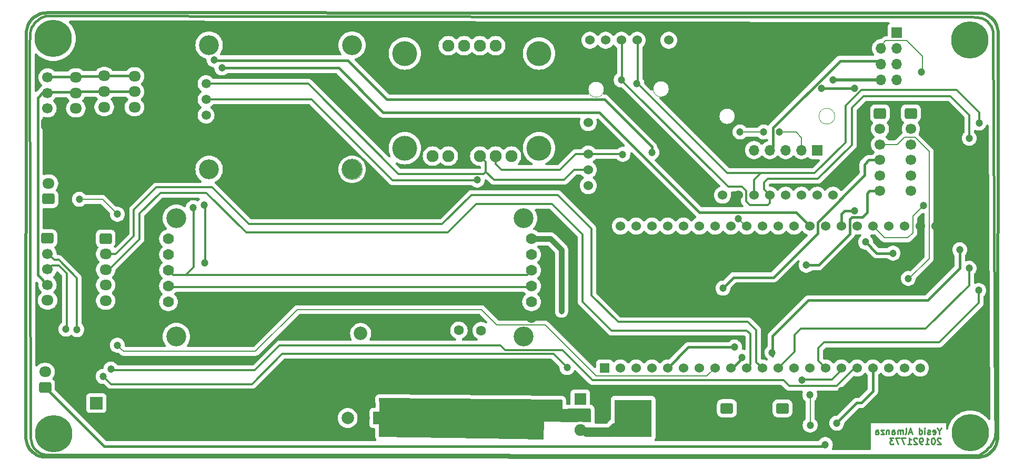
<source format=gbr>
%TF.GenerationSoftware,KiCad,Pcbnew,8.0.1*%
%TF.CreationDate,2024-04-08T11:37:36-05:00*%
%TF.ProjectId,C1,43312e6b-6963-4616-945f-706362585858,rev?*%
%TF.SameCoordinates,Original*%
%TF.FileFunction,Copper,L2,Bot*%
%TF.FilePolarity,Positive*%
%FSLAX46Y46*%
G04 Gerber Fmt 4.6, Leading zero omitted, Abs format (unit mm)*
G04 Created by KiCad (PCBNEW 8.0.1) date 2024-04-08 11:37:36*
%MOMM*%
%LPD*%
G01*
G04 APERTURE LIST*
G04 Aperture macros list*
%AMRoundRect*
0 Rectangle with rounded corners*
0 $1 Rounding radius*
0 $2 $3 $4 $5 $6 $7 $8 $9 X,Y pos of 4 corners*
0 Add a 4 corners polygon primitive as box body*
4,1,4,$2,$3,$4,$5,$6,$7,$8,$9,$2,$3,0*
0 Add four circle primitives for the rounded corners*
1,1,$1+$1,$2,$3*
1,1,$1+$1,$4,$5*
1,1,$1+$1,$6,$7*
1,1,$1+$1,$8,$9*
0 Add four rect primitives between the rounded corners*
20,1,$1+$1,$2,$3,$4,$5,0*
20,1,$1+$1,$4,$5,$6,$7,0*
20,1,$1+$1,$6,$7,$8,$9,0*
20,1,$1+$1,$8,$9,$2,$3,0*%
G04 Aperture macros list end*
%TA.AperFunction,NonConductor*%
%ADD10C,0.400000*%
%TD*%
%ADD11C,0.250000*%
%TA.AperFunction,NonConductor*%
%ADD12C,0.250000*%
%TD*%
%TA.AperFunction,ComponentPad*%
%ADD13C,6.000000*%
%TD*%
%TA.AperFunction,ComponentPad*%
%ADD14C,1.600200*%
%TD*%
%TA.AperFunction,ComponentPad*%
%ADD15C,1.778000*%
%TD*%
%TA.AperFunction,ComponentPad*%
%ADD16C,2.184400*%
%TD*%
%TA.AperFunction,ComponentPad*%
%ADD17C,3.200000*%
%TD*%
%TA.AperFunction,ComponentPad*%
%ADD18RoundRect,0.250000X-0.725000X0.600000X-0.725000X-0.600000X0.725000X-0.600000X0.725000X0.600000X0*%
%TD*%
%TA.AperFunction,ComponentPad*%
%ADD19O,1.950000X1.700000*%
%TD*%
%TA.AperFunction,ComponentPad*%
%ADD20RoundRect,0.250000X0.725000X-0.600000X0.725000X0.600000X-0.725000X0.600000X-0.725000X-0.600000X0*%
%TD*%
%TA.AperFunction,ComponentPad*%
%ADD21C,1.700000*%
%TD*%
%TA.AperFunction,ComponentPad*%
%ADD22R,2.000000X2.000000*%
%TD*%
%TA.AperFunction,ComponentPad*%
%ADD23C,2.000000*%
%TD*%
%TA.AperFunction,ComponentPad*%
%ADD24R,6.000000X6.000000*%
%TD*%
%TA.AperFunction,ComponentPad*%
%ADD25R,1.900000X1.900000*%
%TD*%
%TA.AperFunction,ComponentPad*%
%ADD26C,1.900000*%
%TD*%
%TA.AperFunction,ComponentPad*%
%ADD27RoundRect,0.250000X-0.750000X0.600000X-0.750000X-0.600000X0.750000X-0.600000X0.750000X0.600000X0*%
%TD*%
%TA.AperFunction,ComponentPad*%
%ADD28O,2.000000X1.700000*%
%TD*%
%TA.AperFunction,ComponentPad*%
%ADD29R,1.700000X1.700000*%
%TD*%
%TA.AperFunction,ComponentPad*%
%ADD30O,1.700000X1.700000*%
%TD*%
%TA.AperFunction,ComponentPad*%
%ADD31R,1.530000X1.530000*%
%TD*%
%TA.AperFunction,ComponentPad*%
%ADD32C,1.530000*%
%TD*%
%TA.AperFunction,ComponentPad*%
%ADD33C,1.524000*%
%TD*%
%TA.AperFunction,WasherPad*%
%ADD34C,3.200000*%
%TD*%
%TA.AperFunction,ComponentPad*%
%ADD35C,1.500000*%
%TD*%
%TA.AperFunction,ComponentPad*%
%ADD36C,1.930400*%
%TD*%
%TA.AperFunction,ComponentPad*%
%ADD37C,4.000000*%
%TD*%
%TA.AperFunction,ViaPad*%
%ADD38C,1.200000*%
%TD*%
%TA.AperFunction,ViaPad*%
%ADD39C,0.800000*%
%TD*%
%TA.AperFunction,Conductor*%
%ADD40C,0.900000*%
%TD*%
%TA.AperFunction,Conductor*%
%ADD41C,0.200000*%
%TD*%
%TA.AperFunction,Conductor*%
%ADD42C,0.440000*%
%TD*%
%TA.AperFunction,Conductor*%
%ADD43C,0.500000*%
%TD*%
%TA.AperFunction,Conductor*%
%ADD44C,0.300000*%
%TD*%
%TA.AperFunction,Conductor*%
%ADD45C,0.350000*%
%TD*%
%TA.AperFunction,Profile*%
%ADD46C,0.100000*%
%TD*%
%TA.AperFunction,Profile*%
%ADD47C,0.500000*%
%TD*%
G04 APERTURE END LIST*
D10*
X161572513Y-60149161D02*
X216700010Y-60207325D01*
X217150010Y-60207325D01*
X216612370Y-60197325D01*
X217672370Y-60187325D01*
X217702370Y-60187325D01*
X217992370Y-60197325D01*
X218510010Y-60167325D01*
X219220504Y-60182619D01*
X220032504Y-60214619D01*
X220230010Y-60267325D01*
X220550010Y-60307325D01*
X220872370Y-60367325D01*
X221360010Y-60555194D01*
X221770010Y-60877325D01*
X222470010Y-61657325D01*
X222720010Y-62567325D01*
X223085051Y-124279744D01*
X223085051Y-124929744D01*
X223115051Y-125299744D01*
X223095051Y-125629744D01*
X223095051Y-126009744D01*
X223095051Y-126399744D01*
X223115051Y-126859744D01*
X223065051Y-127469744D01*
X223004829Y-127823439D01*
X222875051Y-128239744D01*
X222605051Y-128749744D01*
X222245051Y-129339744D01*
X221985051Y-129629744D01*
X221615051Y-130049744D01*
X221065051Y-130389744D01*
X220380010Y-130737325D01*
X70815051Y-130679744D01*
X70395051Y-130679744D01*
X69990262Y-130631768D01*
X69650262Y-130551768D01*
X69390262Y-130431768D01*
X69000262Y-130171768D01*
X68800262Y-130001768D01*
X68550262Y-129721768D01*
X68400262Y-129561768D01*
X68230262Y-129271768D01*
X68100262Y-129041768D01*
X67990262Y-128731768D01*
X67900262Y-128321768D01*
X67860262Y-128081768D01*
X67860010Y-127747325D01*
X67860010Y-127347325D01*
X67700010Y-64517325D01*
X67700010Y-64057325D01*
X67730010Y-63667325D01*
X67730010Y-63197325D01*
X67780010Y-62777325D01*
X67840010Y-62327325D01*
X68060010Y-61747325D01*
X68240010Y-61487325D01*
X68460010Y-61207325D01*
X68740010Y-60897325D01*
X69030010Y-60657325D01*
X69240010Y-60497325D01*
X69620010Y-60267325D01*
X69910010Y-60137325D01*
X70270010Y-60037325D01*
X70690010Y-59967325D01*
X161572513Y-60149161D01*
D11*
D12*
X214066955Y-126898484D02*
X214066955Y-127374675D01*
X214400288Y-126374675D02*
X214066955Y-126898484D01*
X214066955Y-126898484D02*
X213733622Y-126374675D01*
X213019336Y-127327056D02*
X213114574Y-127374675D01*
X213114574Y-127374675D02*
X213305050Y-127374675D01*
X213305050Y-127374675D02*
X213400288Y-127327056D01*
X213400288Y-127327056D02*
X213447907Y-127231817D01*
X213447907Y-127231817D02*
X213447907Y-126850865D01*
X213447907Y-126850865D02*
X213400288Y-126755627D01*
X213400288Y-126755627D02*
X213305050Y-126708008D01*
X213305050Y-126708008D02*
X213114574Y-126708008D01*
X213114574Y-126708008D02*
X213019336Y-126755627D01*
X213019336Y-126755627D02*
X212971717Y-126850865D01*
X212971717Y-126850865D02*
X212971717Y-126946103D01*
X212971717Y-126946103D02*
X213447907Y-127041341D01*
X212590764Y-127327056D02*
X212495526Y-127374675D01*
X212495526Y-127374675D02*
X212305050Y-127374675D01*
X212305050Y-127374675D02*
X212209812Y-127327056D01*
X212209812Y-127327056D02*
X212162193Y-127231817D01*
X212162193Y-127231817D02*
X212162193Y-127184198D01*
X212162193Y-127184198D02*
X212209812Y-127088960D01*
X212209812Y-127088960D02*
X212305050Y-127041341D01*
X212305050Y-127041341D02*
X212447907Y-127041341D01*
X212447907Y-127041341D02*
X212543145Y-126993722D01*
X212543145Y-126993722D02*
X212590764Y-126898484D01*
X212590764Y-126898484D02*
X212590764Y-126850865D01*
X212590764Y-126850865D02*
X212543145Y-126755627D01*
X212543145Y-126755627D02*
X212447907Y-126708008D01*
X212447907Y-126708008D02*
X212305050Y-126708008D01*
X212305050Y-126708008D02*
X212209812Y-126755627D01*
X211733621Y-127374675D02*
X211733621Y-126708008D01*
X211733621Y-126374675D02*
X211781240Y-126422294D01*
X211781240Y-126422294D02*
X211733621Y-126469913D01*
X211733621Y-126469913D02*
X211686002Y-126422294D01*
X211686002Y-126422294D02*
X211733621Y-126374675D01*
X211733621Y-126374675D02*
X211733621Y-126469913D01*
X210828860Y-127374675D02*
X210828860Y-126374675D01*
X210828860Y-127327056D02*
X210924098Y-127374675D01*
X210924098Y-127374675D02*
X211114574Y-127374675D01*
X211114574Y-127374675D02*
X211209812Y-127327056D01*
X211209812Y-127327056D02*
X211257431Y-127279436D01*
X211257431Y-127279436D02*
X211305050Y-127184198D01*
X211305050Y-127184198D02*
X211305050Y-126898484D01*
X211305050Y-126898484D02*
X211257431Y-126803246D01*
X211257431Y-126803246D02*
X211209812Y-126755627D01*
X211209812Y-126755627D02*
X211114574Y-126708008D01*
X211114574Y-126708008D02*
X210924098Y-126708008D01*
X210924098Y-126708008D02*
X210828860Y-126755627D01*
X209638383Y-127088960D02*
X209162193Y-127088960D01*
X209733621Y-127374675D02*
X209400288Y-126374675D01*
X209400288Y-126374675D02*
X209066955Y-127374675D01*
X208590764Y-127374675D02*
X208686002Y-127327056D01*
X208686002Y-127327056D02*
X208733621Y-127231817D01*
X208733621Y-127231817D02*
X208733621Y-126374675D01*
X208209811Y-127374675D02*
X208209811Y-126708008D01*
X208209811Y-126803246D02*
X208162192Y-126755627D01*
X208162192Y-126755627D02*
X208066954Y-126708008D01*
X208066954Y-126708008D02*
X207924097Y-126708008D01*
X207924097Y-126708008D02*
X207828859Y-126755627D01*
X207828859Y-126755627D02*
X207781240Y-126850865D01*
X207781240Y-126850865D02*
X207781240Y-127374675D01*
X207781240Y-126850865D02*
X207733621Y-126755627D01*
X207733621Y-126755627D02*
X207638383Y-126708008D01*
X207638383Y-126708008D02*
X207495526Y-126708008D01*
X207495526Y-126708008D02*
X207400287Y-126755627D01*
X207400287Y-126755627D02*
X207352668Y-126850865D01*
X207352668Y-126850865D02*
X207352668Y-127374675D01*
X206447907Y-127374675D02*
X206447907Y-126850865D01*
X206447907Y-126850865D02*
X206495526Y-126755627D01*
X206495526Y-126755627D02*
X206590764Y-126708008D01*
X206590764Y-126708008D02*
X206781240Y-126708008D01*
X206781240Y-126708008D02*
X206876478Y-126755627D01*
X206447907Y-127327056D02*
X206543145Y-127374675D01*
X206543145Y-127374675D02*
X206781240Y-127374675D01*
X206781240Y-127374675D02*
X206876478Y-127327056D01*
X206876478Y-127327056D02*
X206924097Y-127231817D01*
X206924097Y-127231817D02*
X206924097Y-127136579D01*
X206924097Y-127136579D02*
X206876478Y-127041341D01*
X206876478Y-127041341D02*
X206781240Y-126993722D01*
X206781240Y-126993722D02*
X206543145Y-126993722D01*
X206543145Y-126993722D02*
X206447907Y-126946103D01*
X205971716Y-126708008D02*
X205971716Y-127374675D01*
X205971716Y-126803246D02*
X205924097Y-126755627D01*
X205924097Y-126755627D02*
X205828859Y-126708008D01*
X205828859Y-126708008D02*
X205686002Y-126708008D01*
X205686002Y-126708008D02*
X205590764Y-126755627D01*
X205590764Y-126755627D02*
X205543145Y-126850865D01*
X205543145Y-126850865D02*
X205543145Y-127374675D01*
X205162192Y-126708008D02*
X204638383Y-126708008D01*
X204638383Y-126708008D02*
X205162192Y-127374675D01*
X205162192Y-127374675D02*
X204638383Y-127374675D01*
X203828859Y-127374675D02*
X203828859Y-126850865D01*
X203828859Y-126850865D02*
X203876478Y-126755627D01*
X203876478Y-126755627D02*
X203971716Y-126708008D01*
X203971716Y-126708008D02*
X204162192Y-126708008D01*
X204162192Y-126708008D02*
X204257430Y-126755627D01*
X203828859Y-127327056D02*
X203924097Y-127374675D01*
X203924097Y-127374675D02*
X204162192Y-127374675D01*
X204162192Y-127374675D02*
X204257430Y-127327056D01*
X204257430Y-127327056D02*
X204305049Y-127231817D01*
X204305049Y-127231817D02*
X204305049Y-127136579D01*
X204305049Y-127136579D02*
X204257430Y-127041341D01*
X204257430Y-127041341D02*
X204162192Y-126993722D01*
X204162192Y-126993722D02*
X203924097Y-126993722D01*
X203924097Y-126993722D02*
X203828859Y-126946103D01*
X214305050Y-128079857D02*
X214257431Y-128032238D01*
X214257431Y-128032238D02*
X214162193Y-127984619D01*
X214162193Y-127984619D02*
X213924098Y-127984619D01*
X213924098Y-127984619D02*
X213828860Y-128032238D01*
X213828860Y-128032238D02*
X213781241Y-128079857D01*
X213781241Y-128079857D02*
X213733622Y-128175095D01*
X213733622Y-128175095D02*
X213733622Y-128270333D01*
X213733622Y-128270333D02*
X213781241Y-128413190D01*
X213781241Y-128413190D02*
X214352669Y-128984619D01*
X214352669Y-128984619D02*
X213733622Y-128984619D01*
X213114574Y-127984619D02*
X213019336Y-127984619D01*
X213019336Y-127984619D02*
X212924098Y-128032238D01*
X212924098Y-128032238D02*
X212876479Y-128079857D01*
X212876479Y-128079857D02*
X212828860Y-128175095D01*
X212828860Y-128175095D02*
X212781241Y-128365571D01*
X212781241Y-128365571D02*
X212781241Y-128603666D01*
X212781241Y-128603666D02*
X212828860Y-128794142D01*
X212828860Y-128794142D02*
X212876479Y-128889380D01*
X212876479Y-128889380D02*
X212924098Y-128937000D01*
X212924098Y-128937000D02*
X213019336Y-128984619D01*
X213019336Y-128984619D02*
X213114574Y-128984619D01*
X213114574Y-128984619D02*
X213209812Y-128937000D01*
X213209812Y-128937000D02*
X213257431Y-128889380D01*
X213257431Y-128889380D02*
X213305050Y-128794142D01*
X213305050Y-128794142D02*
X213352669Y-128603666D01*
X213352669Y-128603666D02*
X213352669Y-128365571D01*
X213352669Y-128365571D02*
X213305050Y-128175095D01*
X213305050Y-128175095D02*
X213257431Y-128079857D01*
X213257431Y-128079857D02*
X213209812Y-128032238D01*
X213209812Y-128032238D02*
X213114574Y-127984619D01*
X211828860Y-128984619D02*
X212400288Y-128984619D01*
X212114574Y-128984619D02*
X212114574Y-127984619D01*
X212114574Y-127984619D02*
X212209812Y-128127476D01*
X212209812Y-128127476D02*
X212305050Y-128222714D01*
X212305050Y-128222714D02*
X212400288Y-128270333D01*
X211352669Y-128984619D02*
X211162193Y-128984619D01*
X211162193Y-128984619D02*
X211066955Y-128937000D01*
X211066955Y-128937000D02*
X211019336Y-128889380D01*
X211019336Y-128889380D02*
X210924098Y-128746523D01*
X210924098Y-128746523D02*
X210876479Y-128556047D01*
X210876479Y-128556047D02*
X210876479Y-128175095D01*
X210876479Y-128175095D02*
X210924098Y-128079857D01*
X210924098Y-128079857D02*
X210971717Y-128032238D01*
X210971717Y-128032238D02*
X211066955Y-127984619D01*
X211066955Y-127984619D02*
X211257431Y-127984619D01*
X211257431Y-127984619D02*
X211352669Y-128032238D01*
X211352669Y-128032238D02*
X211400288Y-128079857D01*
X211400288Y-128079857D02*
X211447907Y-128175095D01*
X211447907Y-128175095D02*
X211447907Y-128413190D01*
X211447907Y-128413190D02*
X211400288Y-128508428D01*
X211400288Y-128508428D02*
X211352669Y-128556047D01*
X211352669Y-128556047D02*
X211257431Y-128603666D01*
X211257431Y-128603666D02*
X211066955Y-128603666D01*
X211066955Y-128603666D02*
X210971717Y-128556047D01*
X210971717Y-128556047D02*
X210924098Y-128508428D01*
X210924098Y-128508428D02*
X210876479Y-128413190D01*
X210495526Y-128079857D02*
X210447907Y-128032238D01*
X210447907Y-128032238D02*
X210352669Y-127984619D01*
X210352669Y-127984619D02*
X210114574Y-127984619D01*
X210114574Y-127984619D02*
X210019336Y-128032238D01*
X210019336Y-128032238D02*
X209971717Y-128079857D01*
X209971717Y-128079857D02*
X209924098Y-128175095D01*
X209924098Y-128175095D02*
X209924098Y-128270333D01*
X209924098Y-128270333D02*
X209971717Y-128413190D01*
X209971717Y-128413190D02*
X210543145Y-128984619D01*
X210543145Y-128984619D02*
X209924098Y-128984619D01*
X208971717Y-128984619D02*
X209543145Y-128984619D01*
X209257431Y-128984619D02*
X209257431Y-127984619D01*
X209257431Y-127984619D02*
X209352669Y-128127476D01*
X209352669Y-128127476D02*
X209447907Y-128222714D01*
X209447907Y-128222714D02*
X209543145Y-128270333D01*
X208638383Y-127984619D02*
X207971717Y-127984619D01*
X207971717Y-127984619D02*
X208400288Y-128984619D01*
X207686002Y-127984619D02*
X207019336Y-127984619D01*
X207019336Y-127984619D02*
X207447907Y-128984619D01*
X206733621Y-127984619D02*
X206114574Y-127984619D01*
X206114574Y-127984619D02*
X206447907Y-128365571D01*
X206447907Y-128365571D02*
X206305050Y-128365571D01*
X206305050Y-128365571D02*
X206209812Y-128413190D01*
X206209812Y-128413190D02*
X206162193Y-128460809D01*
X206162193Y-128460809D02*
X206114574Y-128556047D01*
X206114574Y-128556047D02*
X206114574Y-128794142D01*
X206114574Y-128794142D02*
X206162193Y-128889380D01*
X206162193Y-128889380D02*
X206209812Y-128937000D01*
X206209812Y-128937000D02*
X206305050Y-128984619D01*
X206305050Y-128984619D02*
X206590764Y-128984619D01*
X206590764Y-128984619D02*
X206686002Y-128937000D01*
X206686002Y-128937000D02*
X206733621Y-128889380D01*
D13*
%TO.P,H2,1*%
%TO.N,N/C*%
X71550000Y-127270000D03*
%TD*%
D14*
%TO.P,J4,+*%
%TO.N,N/C*%
X136780000Y-110647000D03*
%TO.P,J4,-*%
X140348000Y-110697000D03*
D15*
%TO.P,J4,1,Pin_1*%
%TO.N,VCC*%
X148464000Y-95915000D03*
D16*
X120970000Y-111160000D03*
D15*
X90044000Y-95915000D03*
%TO.P,J4,2,Pin_2*%
%TO.N,+3.3V*%
X148464000Y-98455000D03*
X90044000Y-98455000D03*
%TO.P,J4,3,Pin_3*%
%TO.N,SDA*%
X148464000Y-100995000D03*
X90044000Y-100995000D03*
%TO.P,J4,4,Pin_4*%
%TO.N,/SCL1_SDA0+*%
X148464000Y-103535000D03*
X90044000Y-103535000D03*
%TO.P,J4,5,Pin_5*%
%TO.N,unconnected-(J4-Pin_5-Pad5)*%
X148464000Y-106075000D03*
X90044000Y-106075000D03*
%TO.P,J4,6,Pin_6*%
%TO.N,Earth*%
X148464000Y-108615000D03*
D16*
X117470000Y-111160000D03*
D15*
X90044000Y-108615000D03*
D17*
%TO.P,J4,P$1*%
%TO.N,N/C*%
X147194000Y-111663000D03*
X147194000Y-92613000D03*
X91314000Y-111663000D03*
X91314000Y-92613000D03*
%TD*%
D18*
%TO.P,GPS-M10Q1,1,Pin_1*%
%TO.N,+5V*%
X79950000Y-95870000D03*
D19*
%TO.P,GPS-M10Q1,2,Pin_2*%
%TO.N,/TX0_RX1-*%
X79950000Y-98370000D03*
%TO.P,GPS-M10Q1,3,Pin_3*%
%TO.N,/TX0_RX1+*%
X79950000Y-100870000D03*
%TO.P,GPS-M10Q1,4,Pin_4*%
%TO.N,SCL1*%
X79950000Y-103370000D03*
%TO.P,GPS-M10Q1,5,Pin_5*%
%TO.N,SCL1_SDA1-*%
X79950000Y-105870000D03*
%TO.P,GPS-M10Q1,6,Pin_6*%
%TO.N,Earth*%
X79950000Y-108370000D03*
%TD*%
D20*
%TO.P,LIDAR1,1,Pin_1*%
%TO.N,Earth*%
X70590000Y-77410000D03*
D21*
%TO.P,LIDAR1,2,Pin_2*%
%TO.N,+5V*%
X70590000Y-74910000D03*
%TO.P,LIDAR1,3,Pin_3*%
%TO.N,SCL1*%
X70590000Y-72410000D03*
%TO.P,LIDAR1,4,Pin_4*%
%TO.N,SCL1_SDA1-*%
X70590000Y-69910000D03*
%TD*%
D18*
%TO.P,J1,1,Pin_1*%
%TO.N,ch1*%
X204530000Y-75720000D03*
D21*
%TO.P,J1,2,Pin_2*%
%TO.N,ch2*%
X204530000Y-78220000D03*
%TO.P,J1,3,Pin_3*%
%TO.N,ch3*%
X204530000Y-80720000D03*
%TO.P,J1,4,Pin_4*%
%TO.N,ch4*%
X204530000Y-83220000D03*
%TO.P,J1,5,Pin_5*%
%TO.N,ch5*%
X204530000Y-85720000D03*
%TO.P,J1,6,Pin_6*%
%TO.N,ch6*%
X204530000Y-88220000D03*
%TD*%
D20*
%TO.P,Encoder1,1,Pin_1*%
%TO.N,15*%
X70740000Y-89500000D03*
D19*
%TO.P,Encoder1,2,Pin_2*%
%TO.N,+5V*%
X70740000Y-87000000D03*
%TO.P,Encoder1,3,Pin_3*%
%TO.N,Earth*%
X70740000Y-84500000D03*
%TD*%
D18*
%TO.P,J5,1,Pin_1*%
%TO.N,+5V*%
X209500000Y-75720000D03*
D21*
%TO.P,J5,2,Pin_2*%
X209500000Y-78220000D03*
%TO.P,J5,3,Pin_3*%
X209500000Y-80720000D03*
%TO.P,J5,4,Pin_4*%
X209500000Y-83220000D03*
%TO.P,J5,5,Pin_5*%
X209500000Y-85720000D03*
%TO.P,J5,6,Pin_6*%
X209500000Y-88220000D03*
%TD*%
D20*
%TO.P,LIDAR4,1,Pin_1*%
%TO.N,Earth*%
X84582000Y-77210000D03*
D19*
%TO.P,LIDAR4,2,Pin_2*%
%TO.N,+5V*%
X84582000Y-74710000D03*
%TO.P,LIDAR4,3,Pin_3*%
%TO.N,SCL1*%
X84582000Y-72210000D03*
%TO.P,LIDAR4,4,Pin_4*%
%TO.N,SCL1_SDA1-*%
X84582000Y-69710000D03*
%TD*%
D13*
%TO.P,H3,1*%
%TO.N,N/C*%
X219060000Y-127170000D03*
%TD*%
D22*
%TO.P,U1,1,Vin+*%
%TO.N,VCC*%
X123962000Y-124778000D03*
D23*
%TO.P,U1,2,GND*%
%TO.N,Earth*%
X121422000Y-124778000D03*
%TO.P,U1,3,Vo+*%
%TO.N,+5V*%
X118882000Y-124778000D03*
%TD*%
D13*
%TO.P,J8,N,NEG*%
%TO.N,Earth*%
X172000000Y-124820000D03*
D24*
%TO.P,J8,P,POS*%
%TO.N,Net-(J8-POS)*%
X164800000Y-124820000D03*
%TD*%
D25*
%TO.P,SW2,1,A*%
%TO.N,unconnected-(SW2-A-Pad1)*%
X156310000Y-121720000D03*
D26*
%TO.P,SW2,2,B*%
%TO.N,VCC*%
X156310000Y-124220000D03*
%TO.P,SW2,3,C*%
%TO.N,Net-(J8-POS)*%
X156310000Y-126720000D03*
%TD*%
D22*
%TO.P,BZ1,1,-*%
%TO.N,VP*%
X78440000Y-122360000D03*
D23*
%TO.P,BZ1,2,+*%
%TO.N,Earth*%
X86040000Y-122360000D03*
%TD*%
D13*
%TO.P,H4,1*%
%TO.N,N/C*%
X218940000Y-63850000D03*
%TD*%
D27*
%TO.P,J10,1,Pin_1*%
%TO.N,VCC*%
X179900000Y-123210000D03*
D28*
%TO.P,J10,2,Pin_2*%
%TO.N,Earth*%
X179900000Y-125710000D03*
%TD*%
D18*
%TO.P,GPS-M10Q5883,1,Pin_1*%
%TO.N,+5V*%
X70590000Y-95840000D03*
D21*
%TO.P,GPS-M10Q5883,2,Pin_2*%
%TO.N,/TX0_RX0-*%
X70590000Y-98340000D03*
%TO.P,GPS-M10Q5883,3,Pin_3*%
%TO.N,/TX0_RX0+*%
X70590000Y-100840000D03*
%TO.P,GPS-M10Q5883,4,Pin_4*%
%TO.N,SCL1*%
X70590000Y-103340000D03*
D19*
%TO.P,GPS-M10Q5883,5,Pin_5*%
%TO.N,SCL1_SDA1-*%
X70590000Y-105840000D03*
%TO.P,GPS-M10Q5883,6,Pin_6*%
%TO.N,Earth*%
X70590000Y-108340000D03*
%TD*%
D29*
%TO.P,NRF24L1,1,Pin_1*%
%TO.N,+3.3V*%
X207240000Y-62670000D03*
D30*
%TO.P,NRF24L1,2,Pin_2*%
%TO.N,Earth*%
X204700000Y-62670000D03*
%TO.P,NRF24L1,3,Pin_3*%
%TO.N,CNS*%
X207240000Y-65210000D03*
%TO.P,NRF24L1,4,Pin_4*%
%TO.N,CE*%
X204700000Y-65210000D03*
%TO.P,NRF24L1,5,Pin_5*%
%TO.N,MOSI*%
X207240000Y-67750000D03*
%TO.P,NRF24L1,6,Pin_6*%
%TO.N,SCK*%
X204700000Y-67750000D03*
%TO.P,NRF24L1,7,Pin_7*%
%TO.N,unconnected-(NRF24L1-Pin_7-Pad7)*%
X207240000Y-70290000D03*
%TO.P,NRF24L1,8,Pin_8*%
%TO.N,MISO*%
X204700000Y-70290000D03*
%TD*%
D31*
%TO.P,U3,J1_1,3V3*%
%TO.N,+3.3V*%
X160210000Y-116720000D03*
D32*
%TO.P,U3,J1_2,3V3*%
X162750000Y-116720000D03*
%TO.P,U3,J1_3,RST*%
%TO.N,unconnected-(U3-RST-PadJ1_3)*%
X165290000Y-116720000D03*
%TO.P,U3,J1_4,GPIO4*%
%TO.N,ch4*%
X167830000Y-116720000D03*
%TO.P,U3,J1_5,GPIO5*%
%TO.N,ch3*%
X170370000Y-116720000D03*
%TO.P,U3,J1_6,GPIO6*%
%TO.N,ch2*%
X172910000Y-116720000D03*
%TO.P,U3,J1_7,GPIO7*%
%TO.N,ch1*%
X175450000Y-116720000D03*
%TO.P,U3,J1_8,GPIO15*%
%TO.N,15*%
X177990000Y-116720000D03*
%TO.P,U3,J1_9,GPIO16*%
%TO.N,CNS*%
X180530000Y-116720000D03*
%TO.P,U3,J1_10,GPIO17*%
%TO.N,/TX0_RX1+*%
X183070000Y-116720000D03*
%TO.P,U3,J1_11,GPIO18*%
%TO.N,/TX0_RX1-*%
X185610000Y-116720000D03*
%TO.P,U3,J1_12,GPIO8*%
%TO.N,SDA*%
X188150000Y-116720000D03*
%TO.P,U3,J1_13,GPIO3*%
%TO.N,ch5*%
X190690000Y-116720000D03*
%TO.P,U3,J1_14,GPIO46*%
%TO.N,VP*%
X193230000Y-116720000D03*
%TO.P,U3,J1_15,GPIO9*%
%TO.N,/SCL1_SDA0+*%
X195770000Y-116720000D03*
%TO.P,U3,J1_16,GPIO10*%
%TO.N,/TX0_RX0+*%
X198310000Y-116720000D03*
%TO.P,U3,J1_17,GPIO11*%
%TO.N,/TX0_RX0-*%
X200850000Y-116720000D03*
%TO.P,U3,J1_18,GPIO12*%
%TO.N,D12*%
X203390000Y-116720000D03*
%TO.P,U3,J1_19,GPIO13*%
%TO.N,INT*%
X205930000Y-116720000D03*
%TO.P,U3,J1_20,GPIO14*%
%TO.N,VBAT*%
X208470000Y-116720000D03*
%TO.P,U3,J1_21,5V0*%
%TO.N,+5V*%
X211010000Y-116720000D03*
%TO.P,U3,J1_22,GND*%
%TO.N,Earth*%
X213550000Y-116720000D03*
%TO.P,U3,J3_1,GND*%
X160210000Y-93860000D03*
%TO.P,U3,J3_2,U0TXD/GPIO43*%
%TO.N,unconnected-(U3-U0TXD{slash}GPIO43-PadJ3_2)*%
X162750000Y-93860000D03*
%TO.P,U3,J3_3,U0RXD/GPIO44*%
%TO.N,unconnected-(U3-U0RXD{slash}GPIO44-PadJ3_3)*%
X165290000Y-93860000D03*
%TO.P,U3,J3_4,GPIO1*%
%TO.N,SCL1_SDA1-*%
X167830000Y-93860000D03*
%TO.P,U3,J3_5,GPIO2*%
%TO.N,ch6*%
X170370000Y-93860000D03*
%TO.P,U3,J3_6,MTMS/GPIO42*%
%TO.N,unconnected-(U3-MTMS{slash}GPIO42-PadJ3_6)*%
X172910000Y-93860000D03*
%TO.P,U3,J3_7,MTDI/GPIO41*%
%TO.N,unconnected-(U3-MTDI{slash}GPIO41-PadJ3_7)*%
X175450000Y-93860000D03*
%TO.P,U3,J3_8,MTDO/GPIO40*%
%TO.N,unconnected-(U3-MTDO{slash}GPIO40-PadJ3_8)*%
X177990000Y-93860000D03*
%TO.P,U3,J3_9,MTCK/GPIO39*%
%TO.N,unconnected-(U3-MTCK{slash}GPIO39-PadJ3_9)*%
X180530000Y-93860000D03*
%TO.P,U3,J3_10,GPIO38*%
%TO.N,CS1*%
X183070000Y-93860000D03*
%TO.P,U3,J3_11,GPIO37*%
%TO.N,MISO*%
X185610000Y-93860000D03*
%TO.P,U3,J3_12,GPIO36*%
%TO.N,SCK*%
X188150000Y-93860000D03*
%TO.P,U3,J3_13,GPIO35*%
%TO.N,MOSI*%
X190690000Y-93860000D03*
%TO.P,U3,J3_14,GPIO0*%
%TO.N,SCL1*%
X193230000Y-93860000D03*
%TO.P,U3,J3_15,GPIO45*%
%TO.N,unconnected-(U3-GPIO45-PadJ3_15)*%
X195770000Y-93860000D03*
%TO.P,U3,J3_16,GPIO48*%
%TO.N,48*%
X198310000Y-93860000D03*
%TO.P,U3,J3_17,GPIO47*%
%TO.N,ADR*%
X200850000Y-93860000D03*
%TO.P,U3,J3_18,GPIO21*%
%TO.N,CE*%
X203390000Y-93860000D03*
%TO.P,U3,J3_19,USB_D+/GPIO20*%
%TO.N,unconnected-(U3-USB_D+{slash}GPIO20-PadJ3_19)*%
X205930000Y-93860000D03*
%TO.P,U3,J3_20,USB_D-/GPIO19*%
%TO.N,unconnected-(U3-USB_D-{slash}GPIO19-PadJ3_20)*%
X208470000Y-93860000D03*
%TO.P,U3,J3_21,GND*%
%TO.N,Earth*%
X211010000Y-93860000D03*
%TO.P,U3,J3_22,GND*%
X213550000Y-93860000D03*
%TD*%
D33*
%TO.P,BMP280,1,Pin_1*%
%TO.N,+3.3V*%
X170547000Y-63927000D03*
%TO.P,BMP280,2,Pin_2*%
%TO.N,Earth*%
X168007000Y-63927000D03*
%TO.P,BMP280,3,Pin_3*%
%TO.N,/SCL1_SDA0+*%
X165467000Y-63927000D03*
%TO.P,BMP280,4,Pin_4*%
%TO.N,SDA*%
X162927000Y-63927000D03*
%TO.P,BMP280,5,Pin_5*%
%TO.N,unconnected-(BMP280-Pin_5-Pad5)*%
X160387000Y-63927000D03*
%TO.P,BMP280,6,Pin_6*%
%TO.N,unconnected-(BMP280-Pin_6-Pad6)*%
X157847000Y-63927000D03*
%TD*%
D20*
%TO.P,Pitot1,1,Pin_1*%
%TO.N,D12*%
X70190000Y-119840000D03*
D19*
%TO.P,Pitot1,2,Pin_2*%
%TO.N,+5V*%
X70190000Y-117340000D03*
%TO.P,Pitot1,3,Pin_3*%
%TO.N,Earth*%
X70190000Y-114840000D03*
%TD*%
D34*
%TO.P,Oled1,*%
%TO.N,*%
X96590000Y-84730000D03*
X119590000Y-84730000D03*
X96590000Y-64730000D03*
X119590000Y-64730000D03*
D35*
%TO.P,Oled1,1,Pin_1*%
%TO.N,Earth*%
X96090000Y-78540000D03*
%TO.P,Oled1,2,Pin_2*%
%TO.N,+3.3V*%
X96090000Y-76000000D03*
%TO.P,Oled1,3,Pin_3*%
%TO.N,/SCL1_SDA0+*%
X96090000Y-73460000D03*
%TO.P,Oled1,4,Pin_4*%
%TO.N,SDA*%
X96090000Y-70920000D03*
%TD*%
D20*
%TO.P,LIDAR2,1,Pin_1*%
%TO.N,Earth*%
X75138000Y-77410000D03*
D19*
%TO.P,LIDAR2,2,Pin_2*%
%TO.N,+5V*%
X75138000Y-74910000D03*
%TO.P,LIDAR2,3,Pin_3*%
%TO.N,SCL1*%
X75138000Y-72410000D03*
%TO.P,LIDAR2,4,Pin_4*%
%TO.N,SCL1_SDA1-*%
X75138000Y-69910000D03*
%TD*%
D18*
%TO.P,J6,1,Pin_1*%
%TO.N,Earth*%
X214660000Y-75720000D03*
D21*
%TO.P,J6,2,Pin_2*%
X214660000Y-78220000D03*
%TO.P,J6,3,Pin_3*%
X214660000Y-80720000D03*
%TO.P,J6,4,Pin_4*%
X214660000Y-83220000D03*
%TO.P,J6,5,Pin_5*%
X214660000Y-85720000D03*
%TO.P,J6,6,Pin_6*%
X214660000Y-88220000D03*
%TD*%
D36*
%TO.P,J3,1,Pin_1*%
%TO.N,+3.3V*%
X132526200Y-82590300D03*
%TO.P,J3,2,Pin_2*%
%TO.N,unconnected-(J3-Pin_2-Pad2)*%
X135066200Y-82590300D03*
%TO.P,J3,3,Pin_3*%
%TO.N,Earth*%
X137606200Y-82590300D03*
%TO.P,J3,4,Pin_4*%
%TO.N,SDA*%
X140146200Y-82590300D03*
%TO.P,J3,5,Pin_5*%
%TO.N,/SCL1_SDA0+*%
X142686200Y-82590300D03*
%TO.P,J3,6,Pin_6*%
%TO.N,unconnected-(J3-Pin_6-Pad6)*%
X145226200Y-82590300D03*
%TO.P,J3,7,Pin_7*%
%TO.N,unconnected-(J3-Pin_7-Pad7)*%
X135066200Y-64810300D03*
%TO.P,J3,8,Pin_8*%
%TO.N,unconnected-(J3-Pin_8-Pad8)*%
X137606200Y-64810300D03*
%TO.P,J3,9,Pin_9*%
%TO.N,unconnected-(J3-Pin_9-Pad9)*%
X140146200Y-64810300D03*
%TO.P,J3,10,Pin_10*%
%TO.N,unconnected-(J3-Pin_10-Pad10)*%
X142686200Y-64810300D03*
D37*
%TO.P,J3,P$1*%
%TO.N,N/C*%
X128081200Y-66080300D03*
X128081200Y-81320300D03*
X149671200Y-66080300D03*
X149671200Y-81320300D03*
%TD*%
D27*
%TO.P,J9,1,Pin_1*%
%TO.N,VCC*%
X188840000Y-123220000D03*
D28*
%TO.P,J9,2,Pin_2*%
%TO.N,Earth*%
X188840000Y-125720000D03*
%TD*%
D33*
%TO.P,Gy-271,1,Pin_1*%
%TO.N,+3.3V*%
X157592000Y-77187000D03*
%TO.P,Gy-271,2,Pin_2*%
%TO.N,Earth*%
X157592000Y-79727000D03*
%TO.P,Gy-271,3,Pin_3*%
%TO.N,/SCL1_SDA0+*%
X157592000Y-82267000D03*
%TO.P,Gy-271,4,Pin_4*%
%TO.N,SDA*%
X157592000Y-84807000D03*
%TO.P,Gy-271,5,Pin_5*%
%TO.N,unconnected-(Gy-271-Pin_5-Pad5)*%
X157592000Y-87347000D03*
%TD*%
D20*
%TO.P,LIDAR3,1,Pin_1*%
%TO.N,Earth*%
X79710000Y-77190000D03*
D19*
%TO.P,LIDAR3,2,Pin_2*%
%TO.N,+5V*%
X79710000Y-74690000D03*
%TO.P,LIDAR3,3,Pin_3*%
%TO.N,SCL1*%
X79710000Y-72190000D03*
%TO.P,LIDAR3,4,Pin_4*%
%TO.N,SCL1_SDA1-*%
X79710000Y-69690000D03*
%TD*%
D33*
%TO.P,J7,1,Pin_1*%
%TO.N,+3.3V*%
X179197000Y-88885000D03*
%TO.P,J7,2,Pin_2*%
%TO.N,Earth*%
X181737000Y-88885000D03*
%TO.P,J7,3,Pin_3*%
%TO.N,/SCL1_SDA0+*%
X184277000Y-88885000D03*
%TO.P,J7,4,Pin_4*%
%TO.N,SDA*%
X186817000Y-88885000D03*
%TO.P,J7,5,Pin_5*%
%TO.N,unconnected-(J7-Pin_5-Pad5)*%
X189357000Y-88885000D03*
%TO.P,J7,6,Pin_6*%
%TO.N,unconnected-(J7-Pin_6-Pad6)*%
X191897000Y-88885000D03*
%TO.P,J7,7,Pin_7*%
%TO.N,unconnected-(J7-Pin_7-Pad7)*%
X194437000Y-88885000D03*
%TO.P,J7,8,Pin_8*%
%TO.N,unconnected-(J7-Pin_8-Pad8)*%
X196977000Y-88885000D03*
%TD*%
D13*
%TO.P,H1,1*%
%TO.N,N/C*%
X71520000Y-63670000D03*
%TD*%
D29*
%TO.P,J2,1,Pin_1*%
%TO.N,+3.3V*%
X194430000Y-81630000D03*
D30*
%TO.P,J2,2,Pin_2*%
%TO.N,CS1*%
X191890000Y-81630000D03*
%TO.P,J2,3,Pin_3*%
%TO.N,MOSI*%
X189350000Y-81630000D03*
%TO.P,J2,4,Pin_4*%
%TO.N,SCK*%
X186810000Y-81630000D03*
%TO.P,J2,5,Pin_5*%
%TO.N,MISO*%
X184270000Y-81630000D03*
%TO.P,J2,6,Pin_6*%
%TO.N,Earth*%
X181730000Y-81630000D03*
%TD*%
D38*
%TO.N,VCC*%
X128740000Y-123570000D03*
%TO.N,Earth*%
X130370000Y-119700000D03*
X130310000Y-115950000D03*
X130380000Y-117770000D03*
X140490000Y-115800000D03*
X145960000Y-115850000D03*
X198358484Y-120357342D03*
X92798484Y-124747342D03*
X160190000Y-122960000D03*
X146000000Y-119500000D03*
X110170000Y-118380000D03*
X114240000Y-116800000D03*
D39*
X200720000Y-85120000D03*
D38*
X134570000Y-115920000D03*
X134600000Y-119440000D03*
X145980000Y-117760000D03*
X137180000Y-115960000D03*
X114100000Y-120040000D03*
X110230000Y-120050000D03*
X114160000Y-118330000D03*
X140750000Y-119350000D03*
X110230000Y-116820000D03*
X112260000Y-120040000D03*
X98228484Y-124177342D03*
X137690000Y-119440000D03*
%TO.N,VCC*%
X128840000Y-126860000D03*
X134950000Y-123550000D03*
X139460000Y-123590000D03*
D39*
X153290000Y-107580000D03*
D38*
X139750000Y-126980000D03*
X135050000Y-126980000D03*
%TO.N,ch3*%
X209088484Y-102297342D03*
X181108484Y-113337342D03*
%TO.N,ch4*%
X179268484Y-103867342D03*
%TO.N,ch5*%
X206630000Y-98230000D03*
X202205000Y-96440000D03*
%TO.N,ch6*%
X192660000Y-100160000D03*
%TO.N,CS1*%
X188356484Y-78707342D03*
X181710000Y-92670000D03*
X185816484Y-78707342D03*
X182006484Y-78707342D03*
%TO.N,D12*%
X195730000Y-129050000D03*
X197580000Y-125600000D03*
%TO.N,SCL1*%
X98640500Y-68400000D03*
%TO.N,MOSI*%
X195127959Y-71676817D03*
X200416156Y-71649066D03*
%TO.N,MISO*%
X196988484Y-70367342D03*
%TO.N,CNS*%
X187180000Y-114230000D03*
X217360000Y-97680000D03*
X182358484Y-114997342D03*
%TO.N,CE*%
X211216484Y-69055342D03*
X211533484Y-90540000D03*
%TO.N,15*%
X81820000Y-113040000D03*
X75708484Y-89537342D03*
X81830000Y-91948000D03*
%TO.N,VP*%
X193230000Y-121050000D03*
X193290000Y-125910000D03*
%TO.N,SCL1_SDA1-*%
X167830000Y-82000000D03*
X97370000Y-67070500D03*
%TO.N,/TX0_RX0-*%
X75320000Y-110530000D03*
X80774328Y-116887842D03*
%TO.N,/TX0_RX0+*%
X79520000Y-118070000D03*
X73548484Y-110457342D03*
X192010000Y-118630000D03*
X154180000Y-116660000D03*
%TO.N,48*%
X200439500Y-91380500D03*
%TO.N,SDA*%
X218860000Y-100650000D03*
X162894484Y-70327342D03*
X94028484Y-90897342D03*
X218890000Y-79730000D03*
%TO.N,/SCL1_SDA0+*%
X220420000Y-104230000D03*
X139718484Y-86447342D03*
X220480000Y-77260000D03*
X95848484Y-99777342D03*
X95828484Y-90517342D03*
X163138484Y-82317342D03*
X165408484Y-70887342D03*
%TD*%
D40*
%TO.N,VCC*%
X148464000Y-95915000D02*
X151505000Y-95915000D01*
X151505000Y-95915000D02*
X153290000Y-97700000D01*
X153290000Y-97700000D02*
X153290000Y-107580000D01*
X134112000Y-124714000D02*
X133858000Y-124460000D01*
X156464000Y-124714000D02*
X134112000Y-124714000D01*
D41*
%TO.N,ch3*%
X210180000Y-79570000D02*
X208450000Y-79570000D01*
D42*
X173720000Y-113370000D02*
X170370000Y-116720000D01*
D41*
X207300000Y-80720000D02*
X204530000Y-80720000D01*
X204700000Y-80890000D02*
X204740000Y-80890000D01*
X212432984Y-99097016D02*
X212432984Y-81822984D01*
X212432984Y-81822984D02*
X210180000Y-79570000D01*
X209200000Y-102330000D02*
X212432984Y-99097016D01*
X208450000Y-79570000D02*
X207300000Y-80720000D01*
D42*
X181220000Y-113370000D02*
X173720000Y-113370000D01*
%TO.N,ch4*%
X202074104Y-84741606D02*
X202050000Y-84717502D01*
X202050000Y-83920000D02*
X202750000Y-83220000D01*
X179380000Y-103730000D02*
X180970000Y-102140000D01*
X180970000Y-102140000D02*
X187360000Y-102140000D01*
X194490000Y-95010000D02*
X194490000Y-93240000D01*
X202050000Y-84717502D02*
X202050000Y-83920000D01*
X202750000Y-83220000D02*
X204530000Y-83220000D01*
X202074104Y-85655896D02*
X202074104Y-84741606D01*
X187360000Y-102140000D02*
X194490000Y-95010000D01*
X194490000Y-93240000D02*
X202074104Y-85655896D01*
X179380000Y-103900000D02*
X179380000Y-103730000D01*
%TO.N,ch5*%
X202205000Y-96440000D02*
X203995000Y-98230000D01*
X203995000Y-98230000D02*
X206630000Y-98230000D01*
%TO.N,ch6*%
X199665000Y-95155000D02*
X199665000Y-92740096D01*
X199665000Y-92740096D02*
X200005096Y-92400000D01*
X202450000Y-88600000D02*
X202830000Y-88220000D01*
X200005096Y-92400000D02*
X201700000Y-92400000D01*
X202450000Y-91650000D02*
X202450000Y-88600000D01*
X194660000Y-100160000D02*
X199665000Y-95155000D01*
X201700000Y-92400000D02*
X202450000Y-91650000D01*
X202830000Y-88220000D02*
X204530000Y-88220000D01*
X192660000Y-100160000D02*
X194660000Y-100160000D01*
D41*
%TO.N,CS1*%
X191008000Y-78740000D02*
X191890000Y-79622000D01*
X188468000Y-78740000D02*
X191008000Y-78740000D01*
X182118000Y-78740000D02*
X185928000Y-78740000D01*
X191890000Y-79622000D02*
X191890000Y-81630000D01*
X182900000Y-93860000D02*
X181666000Y-92626000D01*
X183070000Y-93860000D02*
X182900000Y-93860000D01*
D42*
%TO.N,D12*%
X195730000Y-129050000D02*
X195460000Y-129320000D01*
X203390000Y-120470000D02*
X203390000Y-116720000D01*
X200790000Y-122330000D02*
X201530000Y-122330000D01*
X197580000Y-125540000D02*
X200790000Y-122330000D01*
X195460000Y-129320000D02*
X79670000Y-129320000D01*
X201530000Y-122330000D02*
X203390000Y-120470000D01*
X79670000Y-129320000D02*
X70190000Y-119840000D01*
%TO.N,SCL1*%
X117424904Y-68400000D02*
X124604904Y-75580000D01*
X79530000Y-72210000D02*
X79550000Y-72190000D01*
X69000000Y-101750000D02*
X69000000Y-73200000D01*
X74700000Y-72210000D02*
X79530000Y-72210000D01*
X69910000Y-72290000D02*
X74620000Y-72290000D01*
X79550000Y-72190000D02*
X84320000Y-72190000D01*
X70590000Y-103340000D02*
X69000000Y-101750000D01*
X191010000Y-91640000D02*
X193230000Y-93860000D01*
X69000000Y-73200000D02*
X69910000Y-72290000D01*
X98640500Y-68400000D02*
X117424904Y-68400000D01*
X74620000Y-72290000D02*
X74700000Y-72210000D01*
X84320000Y-72190000D02*
X84340000Y-72210000D01*
X175440000Y-91640000D02*
X191010000Y-91640000D01*
X124604904Y-75580000D02*
X159380000Y-75580000D01*
X159380000Y-75580000D02*
X175440000Y-91640000D01*
%TO.N,MOSI*%
X200476565Y-71709475D02*
X195239475Y-71709475D01*
D43*
%TO.N,MISO*%
X197100000Y-70400000D02*
X197170000Y-70330000D01*
X204660000Y-70330000D02*
X204700000Y-70290000D01*
X197170000Y-70330000D02*
X204660000Y-70330000D01*
D42*
%TO.N,SCK*%
X187336484Y-81103516D02*
X186810000Y-81630000D01*
X204760000Y-67240000D02*
X198122278Y-67240000D01*
X198122278Y-67240000D02*
X187336484Y-78025794D01*
X187336484Y-78025794D02*
X187336484Y-81103516D01*
%TO.N,CNS*%
X187260000Y-111590000D02*
X187260000Y-114810000D01*
X217360000Y-97680000D02*
X217360000Y-100640000D01*
X217360000Y-100640000D02*
X212170000Y-105830000D01*
X180780000Y-116720000D02*
X182470000Y-115030000D01*
X212170000Y-105830000D02*
X193020000Y-105830000D01*
X180530000Y-116720000D02*
X180780000Y-116720000D01*
X193020000Y-105830000D02*
X187260000Y-111590000D01*
D41*
%TO.N,CE*%
X209804000Y-92266000D02*
X209804000Y-94936000D01*
X211328000Y-90740500D02*
X211328000Y-90742000D01*
X208780000Y-64000000D02*
X205460000Y-64000000D01*
X211328000Y-90742000D02*
X209804000Y-92266000D01*
X208982000Y-95758000D02*
X205288000Y-95758000D01*
X211328000Y-66548000D02*
X208780000Y-64000000D01*
X211328000Y-69088000D02*
X211328000Y-66548000D01*
X205288000Y-95758000D02*
X203390000Y-93860000D01*
X211644500Y-90424000D02*
X211328000Y-90740500D01*
X209804000Y-94936000D02*
X208982000Y-95758000D01*
X205460000Y-64000000D02*
X204760000Y-64700000D01*
%TO.N,15*%
X176690000Y-118020000D02*
X158870000Y-118020000D01*
X148022006Y-109804000D02*
X147981006Y-109763000D01*
X104034000Y-114046000D02*
X82826000Y-114046000D01*
X150654000Y-109804000D02*
X148022006Y-109804000D01*
X82520000Y-113740000D02*
X81820000Y-113040000D01*
X177990000Y-116720000D02*
X176690000Y-118020000D01*
X82826000Y-114046000D02*
X82520000Y-113740000D01*
X79452000Y-89570000D02*
X75820000Y-89570000D01*
X147981006Y-109763000D02*
X142863000Y-109763000D01*
X142863000Y-109763000D02*
X140410000Y-107310000D01*
X140410000Y-107310000D02*
X110770000Y-107310000D01*
X110770000Y-107310000D02*
X104034000Y-114046000D01*
X158870000Y-118020000D02*
X150654000Y-109804000D01*
X81830000Y-91948000D02*
X79452000Y-89570000D01*
D40*
%TO.N,Net-(J8-POS)*%
X164140000Y-124820000D02*
X164800000Y-124820000D01*
X160990000Y-127320000D02*
X161000000Y-127310000D01*
X157180000Y-127320000D02*
X160990000Y-127320000D01*
X161620000Y-127340000D02*
X164140000Y-124820000D01*
X156310000Y-126720000D02*
X160990000Y-126720000D01*
X161020000Y-126750000D02*
X161670000Y-126100000D01*
X161670000Y-126030000D02*
X161690000Y-126050000D01*
X156580000Y-126720000D02*
X157180000Y-127320000D01*
X161670000Y-126100000D02*
X161670000Y-126030000D01*
X160990000Y-126720000D02*
X161020000Y-126750000D01*
X161000000Y-127310000D02*
X161590000Y-127310000D01*
X156310000Y-126720000D02*
X156580000Y-126720000D01*
X161590000Y-127310000D02*
X161620000Y-127340000D01*
D41*
%TO.N,VP*%
X193300000Y-125900000D02*
X193290000Y-125910000D01*
X193300000Y-121120000D02*
X193300000Y-125900000D01*
X193230000Y-121050000D02*
X193300000Y-121120000D01*
D42*
%TO.N,SCL1_SDA1-*%
X167830000Y-82000000D02*
X167830000Y-81110000D01*
X84320000Y-69690000D02*
X84340000Y-69710000D01*
X97499500Y-67200000D02*
X97370000Y-67070500D01*
X74700000Y-69710000D02*
X79530000Y-69710000D01*
X160220000Y-73500000D02*
X125200000Y-73500000D01*
X79530000Y-69710000D02*
X79550000Y-69690000D01*
X167830000Y-81110000D02*
X160220000Y-73500000D01*
X125200000Y-73500000D02*
X118900000Y-67200000D01*
X74620000Y-69790000D02*
X74700000Y-69710000D01*
X69910000Y-69790000D02*
X74620000Y-69790000D01*
X79550000Y-69690000D02*
X84320000Y-69690000D01*
X118900000Y-67200000D02*
X97499500Y-67200000D01*
D44*
%TO.N,/TX0_RX0-*%
X72384266Y-99290000D02*
X75320000Y-102225734D01*
X71665000Y-99290000D02*
X72384266Y-99290000D01*
X103915734Y-117070000D02*
X107925734Y-113060000D01*
X75320000Y-102225734D02*
X75320000Y-110530000D01*
X80885844Y-116920500D02*
X80764266Y-117042078D01*
X80764266Y-117042078D02*
X80764266Y-117070000D01*
X70715000Y-98340000D02*
X71665000Y-99290000D01*
X189920000Y-119620000D02*
X197567106Y-119620000D01*
X107925734Y-113060000D02*
X143490000Y-113060000D01*
X153420000Y-113830000D02*
X158300000Y-118710000D01*
X144260000Y-113830000D02*
X153420000Y-113830000D01*
X80764266Y-117070000D02*
X103915734Y-117070000D01*
X158300000Y-118710000D02*
X189010000Y-118710000D01*
X197567106Y-119620000D02*
X200467106Y-116720000D01*
X143490000Y-113060000D02*
X144260000Y-113830000D01*
X189010000Y-118710000D02*
X189920000Y-119620000D01*
X200467106Y-116720000D02*
X200850000Y-116720000D01*
%TO.N,/TX0_RX0+*%
X79590000Y-118140000D02*
X79520000Y-118070000D01*
X72390000Y-100237133D02*
X73660000Y-101507133D01*
X196790000Y-118620000D02*
X198310000Y-117100000D01*
X80770000Y-119310000D02*
X79600000Y-118140000D01*
X198310000Y-117100000D02*
X198310000Y-116720000D01*
X79600000Y-118140000D02*
X79590000Y-118140000D01*
X192020000Y-118620000D02*
X196790000Y-118620000D01*
X73660000Y-101507133D02*
X73660000Y-110490000D01*
X71317867Y-100237133D02*
X72390000Y-100237133D01*
X108332658Y-114477342D02*
X103500000Y-119310000D01*
X103500000Y-119310000D02*
X80770000Y-119310000D01*
X70715000Y-100840000D02*
X71317867Y-100237133D01*
X154180000Y-116660000D02*
X151997342Y-114477342D01*
X192010000Y-118630000D02*
X192020000Y-118620000D01*
X151997342Y-114477342D02*
X108332658Y-114477342D01*
%TO.N,/TX0_RX1-*%
X84480000Y-91205734D02*
X88055734Y-87630000D01*
X138775734Y-88840000D02*
X152689915Y-88840000D01*
X184640001Y-110657267D02*
X184640001Y-115750001D01*
X158100000Y-105025734D02*
X162384266Y-109310000D01*
X184640001Y-115750001D02*
X185610000Y-116720000D01*
X81601471Y-98370000D02*
X84480000Y-95491471D01*
X97084266Y-87630000D02*
X103004266Y-93550000D01*
X183292734Y-109310000D02*
X184640001Y-110657267D01*
X162384266Y-109310000D02*
X183292734Y-109310000D01*
X134065734Y-93550000D02*
X138775734Y-88840000D01*
X79950000Y-98370000D02*
X81601471Y-98370000D01*
X84480000Y-95491471D02*
X84480000Y-91205734D01*
X152689915Y-88840000D02*
X158100000Y-94250085D01*
X88055734Y-87630000D02*
X97084266Y-87630000D01*
X103004266Y-93550000D02*
X134065734Y-93550000D01*
X158100000Y-94250085D02*
X158100000Y-105025734D01*
%TO.N,/TX0_RX1+*%
X156660000Y-95230000D02*
X156660000Y-106040000D01*
X96160000Y-88520000D02*
X102560000Y-94920000D01*
X79950000Y-100870000D02*
X80490000Y-100870000D01*
X161330000Y-110710000D02*
X183110000Y-110710000D01*
X183640000Y-116150000D02*
X183070000Y-116720000D01*
X139570000Y-90330000D02*
X151760000Y-90330000D01*
X102560000Y-94920000D02*
X134980000Y-94920000D01*
X134980000Y-94920000D02*
X139570000Y-90330000D01*
X88760000Y-88520000D02*
X96160000Y-88520000D01*
X151760000Y-90330000D02*
X156660000Y-95230000D01*
X156660000Y-106040000D02*
X161330000Y-110710000D01*
X183110000Y-110710000D02*
X183640000Y-111240000D01*
X183640000Y-111240000D02*
X183640000Y-116150000D01*
X85410000Y-95950000D02*
X85410000Y-91870000D01*
X80490000Y-100870000D02*
X85410000Y-95950000D01*
X85410000Y-91870000D02*
X88760000Y-88520000D01*
D42*
%TO.N,48*%
X198310000Y-91900000D02*
X198310000Y-93860000D01*
X200439500Y-91380500D02*
X198829500Y-91380500D01*
X198829500Y-91380500D02*
X198310000Y-91900000D01*
X200439500Y-91380500D02*
X200546000Y-91274000D01*
D45*
%TO.N,SDA*%
X211860000Y-110400000D02*
X191800000Y-110400000D01*
X94100000Y-90970000D02*
X94100000Y-100440000D01*
X142410380Y-86440000D02*
X153698239Y-86440000D01*
X140772020Y-85440000D02*
X141091200Y-85120820D01*
X112560000Y-70940000D02*
X127060000Y-85440000D01*
X186817000Y-88885000D02*
X185872000Y-87940000D01*
X218860000Y-100650000D02*
X218860000Y-103400000D01*
X185872000Y-86873160D02*
X186490160Y-86255000D01*
X190770000Y-114100000D02*
X188150000Y-116720000D01*
X182960000Y-89850000D02*
X183580000Y-90470000D01*
X153698239Y-86440000D02*
X155331239Y-84807000D01*
X218890000Y-75980000D02*
X218890000Y-79444000D01*
X186817000Y-90143000D02*
X186817000Y-88885000D01*
X194554620Y-86255000D02*
X199995000Y-80814620D01*
X182280000Y-87520000D02*
X182960000Y-88200000D01*
X127060000Y-85440000D02*
X140772020Y-85440000D01*
X155331239Y-84807000D02*
X157592000Y-84807000D01*
X140146200Y-82590300D02*
X141091200Y-83535300D01*
X163057000Y-64297000D02*
X163040000Y-64314000D01*
X199995000Y-74833000D02*
X201918000Y-72910000D01*
X141091200Y-83535300D02*
X141091200Y-85120820D01*
X182960000Y-88200000D02*
X182960000Y-89850000D01*
X191800000Y-110400000D02*
X190770000Y-111430000D01*
X215820000Y-72910000D02*
X218890000Y-75980000D01*
X141091200Y-85120820D02*
X142410380Y-86440000D01*
X218860000Y-103400000D02*
X211860000Y-110400000D01*
X183580000Y-90470000D02*
X186490000Y-90470000D01*
X90044000Y-100995000D02*
X90759000Y-101710000D01*
X96090000Y-70920000D02*
X96110000Y-70940000D01*
X185872000Y-87940000D02*
X185872000Y-86873160D01*
X201918000Y-72910000D02*
X215820000Y-72910000D01*
X94100000Y-100440000D02*
X92830000Y-101710000D01*
X163040000Y-70470000D02*
X180090000Y-87520000D01*
X199995000Y-80814620D02*
X199995000Y-74833000D01*
X180090000Y-87520000D02*
X182280000Y-87520000D01*
X190770000Y-111430000D02*
X190770000Y-114100000D01*
X96110000Y-70940000D02*
X112560000Y-70940000D01*
X186490160Y-86255000D02*
X194554620Y-86255000D01*
X147749000Y-101710000D02*
X148464000Y-100995000D01*
X163040000Y-64314000D02*
X163040000Y-70470000D01*
X186490000Y-90470000D02*
X186817000Y-90143000D01*
X90759000Y-101710000D02*
X147749000Y-101710000D01*
%TO.N,/SCL1_SDA0+*%
X220420000Y-104230000D02*
X220420000Y-106260000D01*
X194590000Y-115540000D02*
X195770000Y-116720000D01*
X185410000Y-85310000D02*
X184277000Y-86443000D01*
X186830000Y-85310000D02*
X185410000Y-85310000D01*
X216840000Y-71930000D02*
X201513375Y-71930000D01*
X148299000Y-103700000D02*
X148464000Y-103535000D01*
X142686200Y-83840000D02*
X143666200Y-84820000D01*
X198960000Y-74483375D02*
X198960000Y-80390000D01*
X126120000Y-86490000D02*
X113090000Y-73460000D01*
X139290000Y-86480000D02*
X139280000Y-86490000D01*
X113090000Y-73460000D02*
X96090000Y-73460000D01*
X195520000Y-112610000D02*
X194590000Y-113540000D01*
X139280000Y-86490000D02*
X126120000Y-86490000D01*
X201513375Y-71930000D02*
X198960000Y-74483375D01*
X220480000Y-77260000D02*
X220480000Y-75570000D01*
X179910000Y-85310000D02*
X186830000Y-85310000D01*
X155563000Y-82267000D02*
X157179000Y-82267000D01*
X214070000Y-112610000D02*
X195520000Y-112610000D01*
X194590000Y-113540000D02*
X194590000Y-115540000D01*
X90044000Y-103535000D02*
X90209000Y-103700000D01*
X165597000Y-64123000D02*
X165520000Y-64200000D01*
X163167000Y-82267000D02*
X157592000Y-82267000D01*
X184277000Y-86443000D02*
X184277000Y-88885000D01*
X165520000Y-70920000D02*
X179910000Y-85310000D01*
X95940000Y-91810000D02*
X95930000Y-91820000D01*
X142686200Y-82590300D02*
X142686200Y-83840000D01*
X153010000Y-84820000D02*
X155563000Y-82267000D01*
X165520000Y-64200000D02*
X165520000Y-70920000D01*
X90209000Y-103700000D02*
X148299000Y-103700000D01*
X139830000Y-86480000D02*
X139290000Y-86480000D01*
X198960000Y-80390000D02*
X194040000Y-85310000D01*
X95940000Y-90550000D02*
X95940000Y-91810000D01*
X95930000Y-91820000D02*
X95930000Y-99780000D01*
X220480000Y-75570000D02*
X216840000Y-71930000D01*
X143666200Y-84820000D02*
X153010000Y-84820000D01*
X194040000Y-85310000D02*
X186830000Y-85310000D01*
X220420000Y-106260000D02*
X214070000Y-112610000D01*
%TD*%
%TA.AperFunction,Conductor*%
%TO.N,VCC*%
G36*
X153293417Y-121778919D02*
G01*
X153360278Y-121799193D01*
X153405566Y-121852398D01*
X153416322Y-121902588D01*
X153420000Y-123299999D01*
X153420000Y-123300000D01*
X155126480Y-123220164D01*
X155133544Y-123220037D01*
X157860051Y-123248737D01*
X157926879Y-123269126D01*
X157972075Y-123322409D01*
X157982713Y-123369925D01*
X158027104Y-125332017D01*
X158008941Y-125399485D01*
X157957186Y-125446422D01*
X157901991Y-125458817D01*
X156798295Y-125448624D01*
X156767347Y-125444404D01*
X156545413Y-125384938D01*
X156545403Y-125384936D01*
X156310001Y-125364341D01*
X156309999Y-125364341D01*
X156074591Y-125384937D01*
X155885262Y-125435665D01*
X155852025Y-125439885D01*
X150450000Y-125390000D01*
X150383000Y-128136993D01*
X150361687Y-128203533D01*
X150307783Y-128247987D01*
X150256975Y-128257953D01*
X140884923Y-128102077D01*
X140818220Y-128081280D01*
X140773350Y-128027723D01*
X140763021Y-127975099D01*
X140850000Y-124380000D01*
X140849995Y-124380174D01*
X140753300Y-127967538D01*
X140731816Y-128034023D01*
X140677799Y-128078338D01*
X140627507Y-128088183D01*
X124014074Y-127841839D01*
X123947333Y-127821163D01*
X123902366Y-127767686D01*
X123891927Y-127715927D01*
X123970000Y-122690000D01*
X123916743Y-121651502D01*
X123932968Y-121583546D01*
X123983359Y-121535147D01*
X124041671Y-121521160D01*
X153293417Y-121778919D01*
G37*
%TD.AperFunction*%
%TD*%
%TA.AperFunction,Conductor*%
%TO.N,Earth*%
G36*
X161482376Y-60949481D02*
G01*
X161484059Y-60949568D01*
X161500787Y-60949585D01*
X161570859Y-60949658D01*
X161571047Y-60949702D01*
X161571048Y-60949659D01*
X161571240Y-60949659D01*
X161649753Y-60949817D01*
X161649761Y-60949815D01*
X161658633Y-60949833D01*
X161660302Y-60949752D01*
X205890857Y-60996420D01*
X205977176Y-61016218D01*
X206046359Y-61071510D01*
X206084701Y-61151343D01*
X206084608Y-61239906D01*
X206046097Y-61319659D01*
X206011790Y-61353296D01*
X206007620Y-61356496D01*
X205964338Y-61389708D01*
X205961717Y-61391719D01*
X205865464Y-61517156D01*
X205865463Y-61517159D01*
X205804957Y-61663235D01*
X205804956Y-61663238D01*
X205789500Y-61780639D01*
X205789500Y-62536237D01*
X205789501Y-63100500D01*
X205769794Y-63186843D01*
X205714576Y-63256084D01*
X205634783Y-63294511D01*
X205590501Y-63299500D01*
X205391007Y-63299500D01*
X205296293Y-63318340D01*
X205255676Y-63326419D01*
X205255666Y-63326421D01*
X205214022Y-63343670D01*
X205214023Y-63343671D01*
X205128193Y-63379222D01*
X205128186Y-63379226D01*
X205043579Y-63435760D01*
X205013461Y-63455884D01*
X205013453Y-63455890D01*
X204768130Y-63701214D01*
X204693142Y-63748333D01*
X204627416Y-63759500D01*
X204579804Y-63759500D01*
X204390124Y-63791152D01*
X204342703Y-63799066D01*
X204269053Y-63824349D01*
X204115339Y-63877119D01*
X203903935Y-63991526D01*
X203903932Y-63991528D01*
X203714242Y-64139168D01*
X203714236Y-64139174D01*
X203551433Y-64316026D01*
X203551431Y-64316028D01*
X203551429Y-64316031D01*
X203505076Y-64386977D01*
X203419949Y-64517273D01*
X203419948Y-64517276D01*
X203339864Y-64699852D01*
X203323390Y-64737409D01*
X203304932Y-64810300D01*
X203264379Y-64970439D01*
X203264378Y-64970449D01*
X203244529Y-65209995D01*
X203244529Y-65210004D01*
X203264378Y-65449550D01*
X203264379Y-65449560D01*
X203270244Y-65472721D01*
X203315825Y-65652718D01*
X203323391Y-65682593D01*
X203419948Y-65902723D01*
X203419949Y-65902726D01*
X203431784Y-65920840D01*
X203551429Y-66103969D01*
X203551432Y-66103973D01*
X203555931Y-66110858D01*
X203553590Y-66112386D01*
X203584480Y-66178529D01*
X203583426Y-66267086D01*
X203544054Y-66346416D01*
X203474160Y-66400807D01*
X203389956Y-66419500D01*
X198203090Y-66419500D01*
X198041465Y-66419500D01*
X198009934Y-66425772D01*
X198009931Y-66425772D01*
X197882949Y-66451030D01*
X197882943Y-66451032D01*
X197814167Y-66479519D01*
X197814168Y-66479520D01*
X197733626Y-66512881D01*
X197733622Y-66512883D01*
X197599243Y-66602673D01*
X197599235Y-66602679D01*
X186699163Y-77502751D01*
X186699160Y-77502755D01*
X186645668Y-77582811D01*
X186581312Y-77643653D01*
X186496930Y-77670547D01*
X186409237Y-77658166D01*
X186375449Y-77641446D01*
X186353889Y-77628097D01*
X186353887Y-77628096D01*
X186353885Y-77628095D01*
X186146424Y-77547724D01*
X185927727Y-77506842D01*
X185705241Y-77506842D01*
X185486544Y-77547724D01*
X185279083Y-77628095D01*
X185279082Y-77628095D01*
X185279081Y-77628096D01*
X185279079Y-77628097D01*
X185089926Y-77745215D01*
X185089924Y-77745216D01*
X185089922Y-77745218D01*
X184925503Y-77895106D01*
X184876175Y-77960425D01*
X184808418Y-78017451D01*
X184722625Y-78039431D01*
X184717372Y-78039500D01*
X183105596Y-78039500D01*
X183019253Y-78019793D01*
X182950012Y-77964574D01*
X182946816Y-77960458D01*
X182897465Y-77895106D01*
X182733046Y-77745218D01*
X182543885Y-77628095D01*
X182336424Y-77547724D01*
X182117727Y-77506842D01*
X181895241Y-77506842D01*
X181676544Y-77547724D01*
X181469083Y-77628095D01*
X181469082Y-77628095D01*
X181469081Y-77628096D01*
X181469079Y-77628097D01*
X181279926Y-77745215D01*
X181279924Y-77745216D01*
X181279922Y-77745218D01*
X181115503Y-77895106D01*
X181115499Y-77895110D01*
X180981429Y-78072647D01*
X180981425Y-78072654D01*
X180882257Y-78271810D01*
X180882254Y-78271816D01*
X180821369Y-78485802D01*
X180821369Y-78485806D01*
X180800841Y-78707340D01*
X180800841Y-78707343D01*
X180810443Y-78810964D01*
X180820339Y-78917767D01*
X180821369Y-78928877D01*
X180821369Y-78928881D01*
X180873841Y-79113298D01*
X180882255Y-79142870D01*
X180904870Y-79188286D01*
X180981425Y-79342029D01*
X180981429Y-79342036D01*
X181115499Y-79519573D01*
X181115503Y-79519578D01*
X181279922Y-79669466D01*
X181469083Y-79786589D01*
X181676544Y-79866960D01*
X181895241Y-79907842D01*
X181895243Y-79907842D01*
X182117725Y-79907842D01*
X182117727Y-79907842D01*
X182336424Y-79866960D01*
X182543885Y-79786589D01*
X182733046Y-79669466D01*
X182897465Y-79519578D01*
X182897469Y-79519573D01*
X182903662Y-79512780D01*
X182904563Y-79513602D01*
X182965228Y-79462548D01*
X183051020Y-79440569D01*
X183056272Y-79440500D01*
X184766696Y-79440500D01*
X184853039Y-79460207D01*
X184919145Y-79512926D01*
X184919306Y-79512780D01*
X184920221Y-79513784D01*
X184922280Y-79515426D01*
X184925491Y-79519562D01*
X184925503Y-79519578D01*
X185089922Y-79669466D01*
X185279083Y-79786589D01*
X185486544Y-79866960D01*
X185705241Y-79907842D01*
X185705243Y-79907842D01*
X185927725Y-79907842D01*
X185927727Y-79907842D01*
X186146424Y-79866960D01*
X186245100Y-79828732D01*
X186332728Y-79815919D01*
X186417241Y-79842395D01*
X186481897Y-79902918D01*
X186513890Y-79985501D01*
X186515984Y-80014295D01*
X186515984Y-80055258D01*
X186496277Y-80141601D01*
X186441058Y-80210842D01*
X186381599Y-80243476D01*
X186225339Y-80297119D01*
X186013935Y-80411526D01*
X186013932Y-80411528D01*
X185824242Y-80559168D01*
X185824241Y-80559169D01*
X185686409Y-80708895D01*
X185613431Y-80759071D01*
X185525909Y-80772616D01*
X185441179Y-80746844D01*
X185393591Y-80708895D01*
X185314734Y-80623234D01*
X185255764Y-80559175D01*
X185255762Y-80559173D01*
X185255758Y-80559169D01*
X185255757Y-80559168D01*
X185066067Y-80411528D01*
X185066064Y-80411526D01*
X184854660Y-80297119D01*
X184733318Y-80255463D01*
X184627297Y-80219066D01*
X184532455Y-80203239D01*
X184390195Y-80179500D01*
X184390192Y-80179500D01*
X184149808Y-80179500D01*
X184149804Y-80179500D01*
X183960124Y-80211152D01*
X183912703Y-80219066D01*
X183847655Y-80241397D01*
X183685339Y-80297119D01*
X183473935Y-80411526D01*
X183473932Y-80411528D01*
X183284242Y-80559168D01*
X183284236Y-80559174D01*
X183121433Y-80736026D01*
X183121431Y-80736028D01*
X183121429Y-80736031D01*
X183097527Y-80772616D01*
X182989949Y-80937273D01*
X182989948Y-80937276D01*
X182908724Y-81122451D01*
X182893390Y-81157409D01*
X182884481Y-81192591D01*
X182834379Y-81390439D01*
X182834378Y-81390449D01*
X182814529Y-81629995D01*
X182814529Y-81630004D01*
X182834378Y-81869550D01*
X182834379Y-81869560D01*
X182834380Y-81869563D01*
X182882819Y-82060848D01*
X182893391Y-82102593D01*
X182989948Y-82322723D01*
X182989949Y-82322726D01*
X183004244Y-82344605D01*
X183121429Y-82523969D01*
X183182491Y-82590300D01*
X183284236Y-82700825D01*
X183284242Y-82700831D01*
X183473932Y-82848471D01*
X183473935Y-82848473D01*
X183685339Y-82962880D01*
X183685342Y-82962881D01*
X183685344Y-82962882D01*
X183912703Y-83040934D01*
X184149808Y-83080500D01*
X184149810Y-83080500D01*
X184390190Y-83080500D01*
X184390192Y-83080500D01*
X184627297Y-83040934D01*
X184854656Y-82962882D01*
X185066067Y-82848472D01*
X185206974Y-82738800D01*
X185255757Y-82700831D01*
X185255759Y-82700828D01*
X185255764Y-82700825D01*
X185393592Y-82551102D01*
X185466568Y-82500927D01*
X185554089Y-82487382D01*
X185638820Y-82513153D01*
X185686406Y-82551102D01*
X185765262Y-82636762D01*
X185824236Y-82700825D01*
X185824242Y-82700831D01*
X186013932Y-82848471D01*
X186013935Y-82848473D01*
X186225339Y-82962880D01*
X186225342Y-82962881D01*
X186225344Y-82962882D01*
X186452703Y-83040934D01*
X186689808Y-83080500D01*
X186689810Y-83080500D01*
X186930190Y-83080500D01*
X186930192Y-83080500D01*
X187167297Y-83040934D01*
X187394656Y-82962882D01*
X187606067Y-82848472D01*
X187746974Y-82738800D01*
X187795757Y-82700831D01*
X187795759Y-82700828D01*
X187795764Y-82700825D01*
X187933592Y-82551102D01*
X188006568Y-82500927D01*
X188094089Y-82487382D01*
X188178820Y-82513153D01*
X188226406Y-82551102D01*
X188305262Y-82636762D01*
X188364236Y-82700825D01*
X188364242Y-82700831D01*
X188553932Y-82848471D01*
X188553935Y-82848473D01*
X188765339Y-82962880D01*
X188765342Y-82962881D01*
X188765344Y-82962882D01*
X188992703Y-83040934D01*
X189229808Y-83080500D01*
X189229810Y-83080500D01*
X189470190Y-83080500D01*
X189470192Y-83080500D01*
X189707297Y-83040934D01*
X189934656Y-82962882D01*
X190146067Y-82848472D01*
X190286974Y-82738800D01*
X190335757Y-82700831D01*
X190335759Y-82700828D01*
X190335764Y-82700825D01*
X190473592Y-82551102D01*
X190546568Y-82500927D01*
X190634089Y-82487382D01*
X190718820Y-82513153D01*
X190766406Y-82551102D01*
X190845262Y-82636762D01*
X190904236Y-82700825D01*
X190904242Y-82700831D01*
X191093932Y-82848471D01*
X191093935Y-82848473D01*
X191305339Y-82962880D01*
X191305342Y-82962881D01*
X191305344Y-82962882D01*
X191532703Y-83040934D01*
X191769808Y-83080500D01*
X191769810Y-83080500D01*
X192010190Y-83080500D01*
X192010192Y-83080500D01*
X192247297Y-83040934D01*
X192474656Y-82962882D01*
X192556937Y-82918354D01*
X192686063Y-82848474D01*
X192686062Y-82848474D01*
X192686067Y-82848472D01*
X192790749Y-82766994D01*
X192870983Y-82729516D01*
X192959540Y-82730561D01*
X193038874Y-82769927D01*
X193070849Y-82802892D01*
X193105824Y-82848471D01*
X193151718Y-82908282D01*
X193206209Y-82950094D01*
X193277156Y-83004535D01*
X193277159Y-83004536D01*
X193423238Y-83065044D01*
X193540639Y-83080500D01*
X194692350Y-83080499D01*
X194778692Y-83100206D01*
X194847933Y-83155424D01*
X194886360Y-83235217D01*
X194886360Y-83323780D01*
X194847934Y-83403573D01*
X194833063Y-83420213D01*
X193777064Y-84476214D01*
X193702076Y-84523333D01*
X193636350Y-84534500D01*
X180313651Y-84534500D01*
X180227308Y-84514793D01*
X180172937Y-84476214D01*
X174635451Y-78938728D01*
X171879868Y-76183145D01*
X178654281Y-76183145D01*
X178674781Y-76410929D01*
X178674781Y-76410932D01*
X178674782Y-76410933D01*
X178735627Y-76631401D01*
X178834861Y-76837460D01*
X178969292Y-77022490D01*
X179066788Y-77115705D01*
X179134602Y-77180542D01*
X179325470Y-77306533D01*
X179325472Y-77306534D01*
X179325477Y-77306537D01*
X179535781Y-77396426D01*
X179758756Y-77447318D01*
X179987235Y-77457579D01*
X180213874Y-77426879D01*
X180431390Y-77356204D01*
X180632790Y-77247826D01*
X180811602Y-77105228D01*
X180962078Y-76932994D01*
X181079383Y-76736659D01*
X181159746Y-76522533D01*
X181200583Y-76297500D01*
X181203146Y-76183145D01*
X181200583Y-76068790D01*
X181159746Y-75843757D01*
X181079383Y-75629631D01*
X180962078Y-75433296D01*
X180811602Y-75261062D01*
X180799062Y-75251062D01*
X180704622Y-75175748D01*
X180632790Y-75118464D01*
X180632789Y-75118463D01*
X180431390Y-75010085D01*
X180431391Y-75010085D01*
X180213884Y-74939414D01*
X180213881Y-74939413D01*
X180213874Y-74939411D01*
X180062781Y-74918944D01*
X179987237Y-74908711D01*
X179987234Y-74908711D01*
X179758759Y-74918971D01*
X179629417Y-74948492D01*
X179535781Y-74969864D01*
X179441678Y-75010086D01*
X179325470Y-75059756D01*
X179134602Y-75185747D01*
X178969292Y-75343800D01*
X178969290Y-75343802D01*
X178842126Y-75518830D01*
X178834861Y-75528830D01*
X178735627Y-75734889D01*
X178705581Y-75843759D01*
X178674781Y-75955360D01*
X178654281Y-76183145D01*
X171879868Y-76183145D01*
X169085023Y-73388301D01*
X169037905Y-73313314D01*
X169027989Y-73225307D01*
X169057240Y-73141714D01*
X169119864Y-73079090D01*
X169203457Y-73049839D01*
X169234663Y-73048788D01*
X169360380Y-73054434D01*
X169587019Y-73023734D01*
X169804535Y-72953059D01*
X170005935Y-72844681D01*
X170184747Y-72702083D01*
X170335223Y-72529849D01*
X170452528Y-72333514D01*
X170532891Y-72119388D01*
X170573728Y-71894355D01*
X170576291Y-71780000D01*
X170573728Y-71665645D01*
X170532891Y-71440612D01*
X170452528Y-71226486D01*
X170335223Y-71030151D01*
X170184747Y-70857917D01*
X170181011Y-70854938D01*
X170024038Y-70729756D01*
X170005935Y-70715319D01*
X170005934Y-70715318D01*
X169804535Y-70606940D01*
X169804536Y-70606940D01*
X169587029Y-70536269D01*
X169587026Y-70536268D01*
X169587019Y-70536266D01*
X169435926Y-70515799D01*
X169360382Y-70505566D01*
X169360379Y-70505566D01*
X169131904Y-70515826D01*
X169002562Y-70545347D01*
X168908926Y-70566719D01*
X168804419Y-70611388D01*
X168698615Y-70656611D01*
X168507747Y-70782602D01*
X168342437Y-70940655D01*
X168342435Y-70940657D01*
X168241507Y-71079574D01*
X168208006Y-71125685D01*
X168108772Y-71331744D01*
X168078726Y-71440614D01*
X168047926Y-71552215D01*
X168027426Y-71780000D01*
X168032691Y-71838505D01*
X168020802Y-71926267D01*
X167972012Y-72000179D01*
X167895985Y-72045603D01*
X167807778Y-72053541D01*
X167724862Y-72022421D01*
X167693778Y-71997056D01*
X166668004Y-70971282D01*
X166620885Y-70896294D01*
X166610567Y-70848933D01*
X166593599Y-70665806D01*
X166532713Y-70451814D01*
X166433542Y-70252653D01*
X166335694Y-70123081D01*
X166299388Y-70042301D01*
X166295500Y-70003157D01*
X166295500Y-65106000D01*
X166315207Y-65019657D01*
X166370426Y-64950416D01*
X166372204Y-64949013D01*
X166392959Y-64932860D01*
X166545889Y-64766733D01*
X166669390Y-64577701D01*
X166675135Y-64564605D01*
X166760092Y-64370921D01*
X166760093Y-64370919D01*
X166815524Y-64152029D01*
X166816590Y-64139174D01*
X166834170Y-63927004D01*
X169179830Y-63927004D01*
X169198474Y-64152021D01*
X169253907Y-64370921D01*
X169344607Y-64577697D01*
X169344608Y-64577699D01*
X169468112Y-64766735D01*
X169621041Y-64932860D01*
X169621042Y-64932861D01*
X169799228Y-65071548D01*
X169799231Y-65071550D01*
X169997809Y-65179016D01*
X169997812Y-65179017D01*
X169997814Y-65179018D01*
X170211380Y-65252335D01*
X170434100Y-65289500D01*
X170434102Y-65289500D01*
X170659898Y-65289500D01*
X170659900Y-65289500D01*
X170882620Y-65252335D01*
X171096186Y-65179018D01*
X171294771Y-65071549D01*
X171472959Y-64932860D01*
X171625889Y-64766733D01*
X171749390Y-64577701D01*
X171755135Y-64564605D01*
X171840092Y-64370921D01*
X171840093Y-64370919D01*
X171895524Y-64152029D01*
X171896590Y-64139174D01*
X171914170Y-63927004D01*
X171914170Y-63926995D01*
X171895525Y-63701978D01*
X171895524Y-63701975D01*
X171895524Y-63701971D01*
X171840093Y-63483081D01*
X171836569Y-63475047D01*
X171749392Y-63276302D01*
X171749391Y-63276300D01*
X171625887Y-63087264D01*
X171472958Y-62921139D01*
X171472957Y-62921138D01*
X171294771Y-62782451D01*
X171294768Y-62782449D01*
X171096190Y-62674983D01*
X170921143Y-62614890D01*
X170882620Y-62601665D01*
X170826940Y-62592373D01*
X170659903Y-62564500D01*
X170659900Y-62564500D01*
X170434100Y-62564500D01*
X170434096Y-62564500D01*
X170211380Y-62601665D01*
X169997809Y-62674983D01*
X169799231Y-62782449D01*
X169799228Y-62782451D01*
X169621042Y-62921138D01*
X169621041Y-62921139D01*
X169468112Y-63087264D01*
X169344608Y-63276300D01*
X169344607Y-63276302D01*
X169253907Y-63483078D01*
X169198474Y-63701978D01*
X169179830Y-63926995D01*
X169179830Y-63927004D01*
X166834170Y-63927004D01*
X166834170Y-63926995D01*
X166815525Y-63701978D01*
X166815524Y-63701975D01*
X166815524Y-63701971D01*
X166760093Y-63483081D01*
X166756569Y-63475047D01*
X166669392Y-63276302D01*
X166669391Y-63276300D01*
X166545887Y-63087264D01*
X166392958Y-62921139D01*
X166392957Y-62921138D01*
X166214771Y-62782451D01*
X166214768Y-62782449D01*
X166016190Y-62674983D01*
X165841143Y-62614890D01*
X165802620Y-62601665D01*
X165746940Y-62592373D01*
X165579903Y-62564500D01*
X165579900Y-62564500D01*
X165354100Y-62564500D01*
X165354096Y-62564500D01*
X165131380Y-62601665D01*
X164917809Y-62674983D01*
X164719231Y-62782449D01*
X164719228Y-62782451D01*
X164541042Y-62921138D01*
X164541041Y-62921139D01*
X164388111Y-63087266D01*
X164363595Y-63124791D01*
X164299871Y-63186295D01*
X164215773Y-63214060D01*
X164127956Y-63202585D01*
X164053814Y-63154145D01*
X164030405Y-63124791D01*
X164017251Y-63104658D01*
X164005889Y-63087267D01*
X163852959Y-62921140D01*
X163852958Y-62921139D01*
X163852957Y-62921138D01*
X163674771Y-62782451D01*
X163674768Y-62782449D01*
X163476190Y-62674983D01*
X163301143Y-62614890D01*
X163262620Y-62601665D01*
X163206940Y-62592373D01*
X163039903Y-62564500D01*
X163039900Y-62564500D01*
X162814100Y-62564500D01*
X162814096Y-62564500D01*
X162591380Y-62601665D01*
X162377809Y-62674983D01*
X162179231Y-62782449D01*
X162179228Y-62782451D01*
X162001042Y-62921138D01*
X162001041Y-62921139D01*
X161848111Y-63087266D01*
X161823595Y-63124791D01*
X161759871Y-63186295D01*
X161675773Y-63214060D01*
X161587956Y-63202585D01*
X161513814Y-63154145D01*
X161490405Y-63124791D01*
X161477251Y-63104658D01*
X161465889Y-63087267D01*
X161312959Y-62921140D01*
X161312958Y-62921139D01*
X161312957Y-62921138D01*
X161134771Y-62782451D01*
X161134768Y-62782449D01*
X160936190Y-62674983D01*
X160761143Y-62614890D01*
X160722620Y-62601665D01*
X160666940Y-62592373D01*
X160499903Y-62564500D01*
X160499900Y-62564500D01*
X160274100Y-62564500D01*
X160274096Y-62564500D01*
X160051380Y-62601665D01*
X159837809Y-62674983D01*
X159639231Y-62782449D01*
X159639228Y-62782451D01*
X159461042Y-62921138D01*
X159461041Y-62921139D01*
X159308111Y-63087266D01*
X159283595Y-63124791D01*
X159219871Y-63186295D01*
X159135773Y-63214060D01*
X159047956Y-63202585D01*
X158973814Y-63154145D01*
X158950405Y-63124791D01*
X158937251Y-63104658D01*
X158925889Y-63087267D01*
X158772959Y-62921140D01*
X158772958Y-62921139D01*
X158772957Y-62921138D01*
X158594771Y-62782451D01*
X158594768Y-62782449D01*
X158396190Y-62674983D01*
X158221143Y-62614890D01*
X158182620Y-62601665D01*
X158126940Y-62592373D01*
X157959903Y-62564500D01*
X157959900Y-62564500D01*
X157734100Y-62564500D01*
X157734096Y-62564500D01*
X157511380Y-62601665D01*
X157297809Y-62674983D01*
X157099231Y-62782449D01*
X157099228Y-62782451D01*
X156921042Y-62921138D01*
X156921041Y-62921139D01*
X156768112Y-63087264D01*
X156644608Y-63276300D01*
X156644607Y-63276302D01*
X156553907Y-63483078D01*
X156498474Y-63701978D01*
X156479830Y-63926995D01*
X156479830Y-63927004D01*
X156498474Y-64152021D01*
X156553907Y-64370921D01*
X156644607Y-64577697D01*
X156644608Y-64577699D01*
X156768112Y-64766735D01*
X156921041Y-64932860D01*
X156921042Y-64932861D01*
X157099228Y-65071548D01*
X157099231Y-65071550D01*
X157297809Y-65179016D01*
X157297812Y-65179017D01*
X157297814Y-65179018D01*
X157511380Y-65252335D01*
X157734100Y-65289500D01*
X157734102Y-65289500D01*
X157959898Y-65289500D01*
X157959900Y-65289500D01*
X158182620Y-65252335D01*
X158396186Y-65179018D01*
X158594771Y-65071549D01*
X158772959Y-64932860D01*
X158925889Y-64766733D01*
X158950404Y-64729209D01*
X159014127Y-64667705D01*
X159098225Y-64639940D01*
X159186042Y-64651413D01*
X159260185Y-64699852D01*
X159283596Y-64729210D01*
X159308110Y-64766732D01*
X159461041Y-64932860D01*
X159461042Y-64932861D01*
X159639228Y-65071548D01*
X159639231Y-65071550D01*
X159837809Y-65179016D01*
X159837812Y-65179017D01*
X159837814Y-65179018D01*
X160051380Y-65252335D01*
X160274100Y-65289500D01*
X160274102Y-65289500D01*
X160499898Y-65289500D01*
X160499900Y-65289500D01*
X160722620Y-65252335D01*
X160936186Y-65179018D01*
X161134771Y-65071549D01*
X161312959Y-64932860D01*
X161465889Y-64766733D01*
X161490404Y-64729209D01*
X161554127Y-64667705D01*
X161638225Y-64639940D01*
X161726042Y-64651413D01*
X161800185Y-64699852D01*
X161823596Y-64729210D01*
X161848110Y-64766732D01*
X162001041Y-64932860D01*
X162001042Y-64932861D01*
X162185724Y-65076605D01*
X162184195Y-65078569D01*
X162235837Y-65132064D01*
X162263611Y-65216159D01*
X162264500Y-65234953D01*
X162264500Y-69194576D01*
X162244793Y-69280919D01*
X162189574Y-69350160D01*
X162170267Y-69363765D01*
X162167924Y-69365215D01*
X162167919Y-69365219D01*
X162003504Y-69515104D01*
X162003500Y-69515109D01*
X161869429Y-69692647D01*
X161869425Y-69692654D01*
X161770257Y-69891810D01*
X161770254Y-69891816D01*
X161709369Y-70105802D01*
X161709369Y-70105806D01*
X161688841Y-70327340D01*
X161688841Y-70327343D01*
X161709369Y-70548877D01*
X161709369Y-70548881D01*
X161770176Y-70762593D01*
X161770255Y-70762870D01*
X161816099Y-70854937D01*
X161869425Y-70962029D01*
X161869429Y-70962036D01*
X162002101Y-71137722D01*
X162003503Y-71139578D01*
X162167922Y-71289466D01*
X162357083Y-71406589D01*
X162564544Y-71486960D01*
X162783241Y-71527842D01*
X162918692Y-71527842D01*
X163005035Y-71547549D01*
X163059406Y-71586128D01*
X178763676Y-87290399D01*
X178810795Y-87365387D01*
X178820711Y-87453394D01*
X178791460Y-87536987D01*
X178728836Y-87599611D01*
X178687580Y-87619330D01*
X178647810Y-87632983D01*
X178449231Y-87740449D01*
X178449228Y-87740451D01*
X178271042Y-87879138D01*
X178271041Y-87879139D01*
X178118112Y-88045264D01*
X177994608Y-88234300D01*
X177994607Y-88234302D01*
X177903907Y-88441078D01*
X177848474Y-88659978D01*
X177829830Y-88884995D01*
X177829830Y-88885004D01*
X177848474Y-89110021D01*
X177903907Y-89328921D01*
X177994607Y-89535697D01*
X177994608Y-89535699D01*
X178118112Y-89724735D01*
X178271041Y-89890860D01*
X178271042Y-89890861D01*
X178289609Y-89905312D01*
X178446203Y-90027194D01*
X178449228Y-90029548D01*
X178449231Y-90029550D01*
X178647809Y-90137016D01*
X178647812Y-90137017D01*
X178647814Y-90137018D01*
X178861380Y-90210335D01*
X179084100Y-90247500D01*
X179084102Y-90247500D01*
X179309898Y-90247500D01*
X179309900Y-90247500D01*
X179532620Y-90210335D01*
X179746186Y-90137018D01*
X179944771Y-90029549D01*
X180122959Y-89890860D01*
X180275889Y-89724733D01*
X180399390Y-89535701D01*
X180490093Y-89328919D01*
X180545524Y-89110029D01*
X180551286Y-89040500D01*
X180564170Y-88885004D01*
X180564170Y-88884995D01*
X180545525Y-88659978D01*
X180545523Y-88659967D01*
X180515992Y-88543352D01*
X180513899Y-88454814D01*
X180550430Y-88374135D01*
X180618348Y-88317297D01*
X180704201Y-88295556D01*
X180708902Y-88295500D01*
X181876350Y-88295500D01*
X181962693Y-88315207D01*
X182017064Y-88353786D01*
X182126214Y-88462936D01*
X182173333Y-88537924D01*
X182184500Y-88603650D01*
X182184500Y-89926382D01*
X182214301Y-90076203D01*
X182214302Y-90076205D01*
X182239491Y-90137016D01*
X182272760Y-90217335D01*
X182272762Y-90217339D01*
X182308330Y-90270569D01*
X182357630Y-90344352D01*
X182357633Y-90344355D01*
X182493064Y-90479786D01*
X182540183Y-90554774D01*
X182550099Y-90642781D01*
X182520848Y-90726374D01*
X182458224Y-90788998D01*
X182374631Y-90818249D01*
X182352350Y-90819500D01*
X175862290Y-90819500D01*
X175775947Y-90799793D01*
X175721576Y-90761214D01*
X168342606Y-83382244D01*
X168295487Y-83307256D01*
X168285571Y-83219249D01*
X168314822Y-83135656D01*
X168377446Y-83073032D01*
X168378352Y-83072466D01*
X168556562Y-82962124D01*
X168720981Y-82812236D01*
X168855058Y-82634689D01*
X168954229Y-82435528D01*
X169015115Y-82221536D01*
X169034038Y-82017319D01*
X169035643Y-82000001D01*
X169035643Y-81999998D01*
X169030433Y-81943778D01*
X169015115Y-81778464D01*
X168954229Y-81564472D01*
X168855058Y-81365311D01*
X168855055Y-81365307D01*
X168855054Y-81365305D01*
X168746194Y-81221151D01*
X168720981Y-81187764D01*
X168720978Y-81187761D01*
X168715427Y-81182700D01*
X168664899Y-81109965D01*
X168650500Y-81035644D01*
X168650500Y-81029190D01*
X168650500Y-81029188D01*
X168648627Y-81019774D01*
X168648627Y-81019757D01*
X168648624Y-81019758D01*
X168636651Y-80959561D01*
X168636651Y-80959560D01*
X168618969Y-80870670D01*
X168618969Y-80870669D01*
X168563200Y-80736031D01*
X168557118Y-80721347D01*
X168467324Y-80586961D01*
X164607022Y-76726659D01*
X160743042Y-72862679D01*
X160743037Y-72862675D01*
X160676301Y-72818084D01*
X160608653Y-72772882D01*
X160608651Y-72772881D01*
X160608645Y-72772878D01*
X160515531Y-72734309D01*
X160459332Y-72711031D01*
X160459329Y-72711030D01*
X160459328Y-72711030D01*
X160300815Y-72679500D01*
X160300812Y-72679500D01*
X160194223Y-72679500D01*
X160107880Y-72659793D01*
X160038639Y-72604574D01*
X160000212Y-72524782D01*
X160000212Y-72436218D01*
X160007912Y-72410576D01*
X160009380Y-72406663D01*
X160009383Y-72406659D01*
X160089746Y-72192533D01*
X160130583Y-71967500D01*
X160133146Y-71853145D01*
X160130583Y-71738790D01*
X160089746Y-71513757D01*
X160009383Y-71299631D01*
X159892078Y-71103296D01*
X159741602Y-70931062D01*
X159724870Y-70917719D01*
X159620048Y-70834126D01*
X159562790Y-70788464D01*
X159562789Y-70788463D01*
X159361390Y-70680085D01*
X159361391Y-70680085D01*
X159143884Y-70609414D01*
X159143881Y-70609413D01*
X159143874Y-70609411D01*
X158966808Y-70585426D01*
X158917237Y-70578711D01*
X158917234Y-70578711D01*
X158688759Y-70588971D01*
X158590544Y-70611388D01*
X158465781Y-70639864D01*
X158255477Y-70729753D01*
X158255470Y-70729756D01*
X158064602Y-70855747D01*
X157899292Y-71013800D01*
X157899290Y-71013802D01*
X157775416Y-71184302D01*
X157764861Y-71198830D01*
X157665627Y-71404889D01*
X157635581Y-71513759D01*
X157604781Y-71625360D01*
X157584281Y-71853145D01*
X157604781Y-72080929D01*
X157604781Y-72080932D01*
X157604782Y-72080933D01*
X157665627Y-72301401D01*
X157710297Y-72394159D01*
X157730004Y-72480499D01*
X157710297Y-72566842D01*
X157655079Y-72636084D01*
X157575286Y-72674511D01*
X157531004Y-72679500D01*
X125622291Y-72679500D01*
X125535948Y-72659793D01*
X125481577Y-72621214D01*
X122785581Y-69925218D01*
X120056751Y-67196389D01*
X120009633Y-67121402D01*
X119999717Y-67033395D01*
X120028968Y-66949802D01*
X120091592Y-66887178D01*
X120154562Y-66862125D01*
X120154466Y-66861765D01*
X120157533Y-66860943D01*
X120158648Y-66860499D01*
X120160753Y-66860081D01*
X120433902Y-66767359D01*
X120692611Y-66639778D01*
X120932454Y-66479520D01*
X121149327Y-66289327D01*
X121332639Y-66080300D01*
X125475947Y-66080300D01*
X125494941Y-66394328D01*
X125551649Y-66703770D01*
X125645246Y-67004137D01*
X125774359Y-67291014D01*
X125774362Y-67291019D01*
X125774363Y-67291021D01*
X125811228Y-67352004D01*
X125937117Y-67560250D01*
X125937128Y-67560265D01*
X126131135Y-67807896D01*
X126131140Y-67807902D01*
X126353598Y-68030360D01*
X126353602Y-68030363D01*
X126353603Y-68030364D01*
X126601234Y-68224371D01*
X126601249Y-68224382D01*
X126659342Y-68259500D01*
X126870479Y-68387137D01*
X126870483Y-68387138D01*
X126870485Y-68387140D01*
X127157362Y-68516253D01*
X127157364Y-68516253D01*
X127157365Y-68516254D01*
X127457722Y-68609849D01*
X127767171Y-68666558D01*
X128081200Y-68685553D01*
X128395229Y-68666558D01*
X128704678Y-68609849D01*
X129005035Y-68516254D01*
X129291921Y-68387137D01*
X129561152Y-68224381D01*
X129563436Y-68222592D01*
X129695934Y-68118786D01*
X129808802Y-68030360D01*
X130031260Y-67807902D01*
X130225281Y-67560252D01*
X130388037Y-67291021D01*
X130517154Y-67004135D01*
X130610749Y-66703778D01*
X130667458Y-66394329D01*
X130686453Y-66080300D01*
X130667458Y-65766271D01*
X130610749Y-65456822D01*
X130517154Y-65156465D01*
X130508156Y-65136473D01*
X130388040Y-64869585D01*
X130388038Y-64869583D01*
X130388037Y-64869579D01*
X130352202Y-64810300D01*
X133495659Y-64810300D01*
X133514618Y-65051202D01*
X133514996Y-65055994D01*
X133572525Y-65295618D01*
X133572527Y-65295625D01*
X133666838Y-65523311D01*
X133795607Y-65733443D01*
X133955659Y-65920840D01*
X134143056Y-66080892D01*
X134143058Y-66080893D01*
X134143059Y-66080894D01*
X134353189Y-66209662D01*
X134580876Y-66303973D01*
X134820513Y-66361505D01*
X135066200Y-66380841D01*
X135311887Y-66361505D01*
X135551524Y-66303973D01*
X135779211Y-66209662D01*
X135989341Y-66080894D01*
X136176740Y-65920840D01*
X136184878Y-65911311D01*
X136255935Y-65858454D01*
X136342891Y-65841662D01*
X136428523Y-65864261D01*
X136487521Y-65911310D01*
X136493328Y-65918109D01*
X136495659Y-65920839D01*
X136495665Y-65920845D01*
X136683056Y-66080892D01*
X136683058Y-66080893D01*
X136683059Y-66080894D01*
X136893189Y-66209662D01*
X137120876Y-66303973D01*
X137360513Y-66361505D01*
X137606200Y-66380841D01*
X137851887Y-66361505D01*
X138091524Y-66303973D01*
X138319211Y-66209662D01*
X138529341Y-66080894D01*
X138716740Y-65920840D01*
X138724878Y-65911311D01*
X138795935Y-65858454D01*
X138882891Y-65841662D01*
X138968523Y-65864261D01*
X139027521Y-65911310D01*
X139033328Y-65918109D01*
X139035659Y-65920839D01*
X139035665Y-65920845D01*
X139223056Y-66080892D01*
X139223058Y-66080893D01*
X139223059Y-66080894D01*
X139433189Y-66209662D01*
X139660876Y-66303973D01*
X139900513Y-66361505D01*
X140146200Y-66380841D01*
X140391887Y-66361505D01*
X140631524Y-66303973D01*
X140859211Y-66209662D01*
X141069341Y-66080894D01*
X141256740Y-65920840D01*
X141264878Y-65911311D01*
X141335935Y-65858454D01*
X141422891Y-65841662D01*
X141508523Y-65864261D01*
X141567521Y-65911310D01*
X141573328Y-65918109D01*
X141575659Y-65920839D01*
X141575665Y-65920845D01*
X141763056Y-66080892D01*
X141763058Y-66080893D01*
X141763059Y-66080894D01*
X141973189Y-66209662D01*
X142200876Y-66303973D01*
X142440513Y-66361505D01*
X142686200Y-66380841D01*
X142931887Y-66361505D01*
X143171524Y-66303973D01*
X143399211Y-66209662D01*
X143609341Y-66080894D01*
X143610036Y-66080300D01*
X147065947Y-66080300D01*
X147084941Y-66394328D01*
X147141649Y-66703770D01*
X147235246Y-67004137D01*
X147364359Y-67291014D01*
X147364362Y-67291019D01*
X147364363Y-67291021D01*
X147401228Y-67352004D01*
X147527117Y-67560250D01*
X147527128Y-67560265D01*
X147721135Y-67807896D01*
X147721140Y-67807902D01*
X147943598Y-68030360D01*
X147943602Y-68030363D01*
X147943603Y-68030364D01*
X148191234Y-68224371D01*
X148191249Y-68224382D01*
X148249342Y-68259500D01*
X148460479Y-68387137D01*
X148460483Y-68387138D01*
X148460485Y-68387140D01*
X148747362Y-68516253D01*
X148747364Y-68516253D01*
X148747365Y-68516254D01*
X149047722Y-68609849D01*
X149357171Y-68666558D01*
X149671200Y-68685553D01*
X149985229Y-68666558D01*
X150294678Y-68609849D01*
X150595035Y-68516254D01*
X150881921Y-68387137D01*
X151151152Y-68224381D01*
X151153436Y-68222592D01*
X151285934Y-68118786D01*
X151398802Y-68030360D01*
X151621260Y-67807902D01*
X151815281Y-67560252D01*
X151978037Y-67291021D01*
X152107154Y-67004135D01*
X152200749Y-66703778D01*
X152257458Y-66394329D01*
X152276453Y-66080300D01*
X152257458Y-65766271D01*
X152200749Y-65456822D01*
X152107154Y-65156465D01*
X152098156Y-65136473D01*
X151978040Y-64869585D01*
X151978038Y-64869583D01*
X151978037Y-64869579D01*
X151815281Y-64600348D01*
X151815271Y-64600334D01*
X151621264Y-64352703D01*
X151621255Y-64352693D01*
X151398806Y-64130244D01*
X151398796Y-64130235D01*
X151151165Y-63936228D01*
X151151150Y-63936217D01*
X150881914Y-63773459D01*
X150595037Y-63644346D01*
X150427317Y-63592083D01*
X150294678Y-63550751D01*
X150294674Y-63550750D01*
X150294670Y-63550749D01*
X149985228Y-63494041D01*
X149671200Y-63475047D01*
X149357171Y-63494041D01*
X149047729Y-63550749D01*
X149047723Y-63550750D01*
X149047722Y-63550751D01*
X148998941Y-63565951D01*
X148747362Y-63644346D01*
X148460485Y-63773459D01*
X148191249Y-63936217D01*
X148191234Y-63936228D01*
X147943603Y-64130235D01*
X147943593Y-64130244D01*
X147721144Y-64352693D01*
X147721135Y-64352703D01*
X147527128Y-64600334D01*
X147527117Y-64600349D01*
X147364359Y-64869585D01*
X147235246Y-65156462D01*
X147141649Y-65456829D01*
X147084941Y-65766271D01*
X147065947Y-66080300D01*
X143610036Y-66080300D01*
X143796740Y-65920840D01*
X143956794Y-65733441D01*
X144085562Y-65523311D01*
X144179873Y-65295624D01*
X144237405Y-65055987D01*
X144256741Y-64810300D01*
X144237405Y-64564613D01*
X144179873Y-64324976D01*
X144085562Y-64097289D01*
X143956794Y-63887159D01*
X143956793Y-63887158D01*
X143956792Y-63887156D01*
X143796740Y-63699759D01*
X143609343Y-63539707D01*
X143399211Y-63410938D01*
X143171525Y-63316627D01*
X143171518Y-63316625D01*
X142931894Y-63259096D01*
X142931889Y-63259095D01*
X142931887Y-63259095D01*
X142686200Y-63239759D01*
X142440513Y-63259095D01*
X142440510Y-63259095D01*
X142440505Y-63259096D01*
X142200881Y-63316625D01*
X142200874Y-63316627D01*
X141973188Y-63410938D01*
X141763056Y-63539707D01*
X141575659Y-63699760D01*
X141567520Y-63709290D01*
X141496459Y-63762146D01*
X141409502Y-63778936D01*
X141323872Y-63756334D01*
X141264880Y-63709290D01*
X141256740Y-63699760D01*
X141069343Y-63539707D01*
X140859211Y-63410938D01*
X140631525Y-63316627D01*
X140631518Y-63316625D01*
X140391894Y-63259096D01*
X140391889Y-63259095D01*
X140391887Y-63259095D01*
X140146200Y-63239759D01*
X139900513Y-63259095D01*
X139900510Y-63259095D01*
X139900505Y-63259096D01*
X139660881Y-63316625D01*
X139660874Y-63316627D01*
X139433188Y-63410938D01*
X139223056Y-63539707D01*
X139035659Y-63699760D01*
X139027520Y-63709290D01*
X138956459Y-63762146D01*
X138869502Y-63778936D01*
X138783872Y-63756334D01*
X138724880Y-63709290D01*
X138716740Y-63699760D01*
X138529343Y-63539707D01*
X138319211Y-63410938D01*
X138091525Y-63316627D01*
X138091518Y-63316625D01*
X137851894Y-63259096D01*
X137851889Y-63259095D01*
X137851887Y-63259095D01*
X137606200Y-63239759D01*
X137360513Y-63259095D01*
X137360510Y-63259095D01*
X137360505Y-63259096D01*
X137120881Y-63316625D01*
X137120874Y-63316627D01*
X136893188Y-63410938D01*
X136683056Y-63539707D01*
X136495659Y-63699760D01*
X136487520Y-63709290D01*
X136416459Y-63762146D01*
X136329502Y-63778936D01*
X136243872Y-63756334D01*
X136184880Y-63709290D01*
X136176740Y-63699760D01*
X135989343Y-63539707D01*
X135779211Y-63410938D01*
X135551525Y-63316627D01*
X135551518Y-63316625D01*
X135311894Y-63259096D01*
X135311889Y-63259095D01*
X135311887Y-63259095D01*
X135066200Y-63239759D01*
X134820513Y-63259095D01*
X134820510Y-63259095D01*
X134820505Y-63259096D01*
X134580881Y-63316625D01*
X134580874Y-63316627D01*
X134353188Y-63410938D01*
X134143056Y-63539707D01*
X133955659Y-63699759D01*
X133795607Y-63887156D01*
X133666838Y-64097288D01*
X133572527Y-64324974D01*
X133572525Y-64324981D01*
X133514996Y-64564605D01*
X133514995Y-64564610D01*
X133514995Y-64564613D01*
X133495659Y-64810300D01*
X130352202Y-64810300D01*
X130225281Y-64600348D01*
X130225271Y-64600334D01*
X130031264Y-64352703D01*
X130031255Y-64352693D01*
X129808806Y-64130244D01*
X129808796Y-64130235D01*
X129561165Y-63936228D01*
X129561150Y-63936217D01*
X129291914Y-63773459D01*
X129005037Y-63644346D01*
X128837317Y-63592083D01*
X128704678Y-63550751D01*
X128704674Y-63550750D01*
X128704670Y-63550749D01*
X128395228Y-63494041D01*
X128081200Y-63475047D01*
X127767171Y-63494041D01*
X127457729Y-63550749D01*
X127457723Y-63550750D01*
X127457722Y-63550751D01*
X127408941Y-63565951D01*
X127157362Y-63644346D01*
X126870485Y-63773459D01*
X126601249Y-63936217D01*
X126601234Y-63936228D01*
X126353603Y-64130235D01*
X126353593Y-64130244D01*
X126131144Y-64352693D01*
X126131135Y-64352703D01*
X125937128Y-64600334D01*
X125937117Y-64600349D01*
X125774359Y-64869585D01*
X125645246Y-65156462D01*
X125551649Y-65456829D01*
X125494941Y-65766271D01*
X125475947Y-66080300D01*
X121332639Y-66080300D01*
X121339520Y-66072454D01*
X121499778Y-65832611D01*
X121627359Y-65573902D01*
X121720081Y-65300753D01*
X121776356Y-65017839D01*
X121795222Y-64730000D01*
X121776356Y-64442161D01*
X121720081Y-64159247D01*
X121627359Y-63886098D01*
X121499778Y-63627389D01*
X121339520Y-63387546D01*
X121241959Y-63276299D01*
X121149327Y-63170672D01*
X121025678Y-63062235D01*
X120932454Y-62980480D01*
X120814131Y-62901419D01*
X120692619Y-62820227D01*
X120692617Y-62820226D01*
X120692611Y-62820222D01*
X120433902Y-62692641D01*
X120433900Y-62692640D01*
X120160757Y-62599920D01*
X120160749Y-62599918D01*
X119877841Y-62543644D01*
X119877837Y-62543643D01*
X119590000Y-62524778D01*
X119302162Y-62543643D01*
X119302158Y-62543644D01*
X119019250Y-62599918D01*
X119019242Y-62599920D01*
X118746099Y-62692640D01*
X118658452Y-62735863D01*
X118487389Y-62820222D01*
X118487385Y-62820224D01*
X118487380Y-62820227D01*
X118247547Y-62980479D01*
X118030672Y-63170672D01*
X117840479Y-63387547D01*
X117680227Y-63627380D01*
X117680224Y-63627385D01*
X117680222Y-63627389D01*
X117643439Y-63701978D01*
X117552640Y-63886099D01*
X117459920Y-64159242D01*
X117459918Y-64159250D01*
X117403644Y-64442158D01*
X117403643Y-64442162D01*
X117384778Y-64730000D01*
X117403643Y-65017837D01*
X117403644Y-65017841D01*
X117459918Y-65300749D01*
X117459920Y-65300757D01*
X117552640Y-65573900D01*
X117552641Y-65573902D01*
X117680222Y-65832611D01*
X117680226Y-65832617D01*
X117680227Y-65832619D01*
X117838801Y-66069941D01*
X117870385Y-66152681D01*
X117862941Y-66240931D01*
X117817945Y-66317212D01*
X117744307Y-66366415D01*
X117673339Y-66379500D01*
X98506661Y-66379500D01*
X98420318Y-66359793D01*
X98351077Y-66304574D01*
X98312650Y-66224782D01*
X98312650Y-66136218D01*
X98341199Y-66069941D01*
X98408495Y-65969225D01*
X98499778Y-65832611D01*
X98627359Y-65573902D01*
X98720081Y-65300753D01*
X98776356Y-65017839D01*
X98795222Y-64730000D01*
X98776356Y-64442161D01*
X98720081Y-64159247D01*
X98627359Y-63886098D01*
X98499778Y-63627389D01*
X98339520Y-63387546D01*
X98241959Y-63276299D01*
X98149327Y-63170672D01*
X98025678Y-63062235D01*
X97932454Y-62980480D01*
X97814131Y-62901419D01*
X97692619Y-62820227D01*
X97692617Y-62820226D01*
X97692611Y-62820222D01*
X97433902Y-62692641D01*
X97433900Y-62692640D01*
X97160757Y-62599920D01*
X97160749Y-62599918D01*
X96877841Y-62543644D01*
X96877837Y-62543643D01*
X96590000Y-62524778D01*
X96302162Y-62543643D01*
X96302158Y-62543644D01*
X96019250Y-62599918D01*
X96019242Y-62599920D01*
X95746099Y-62692640D01*
X95658452Y-62735863D01*
X95487389Y-62820222D01*
X95487385Y-62820224D01*
X95487380Y-62820227D01*
X95247547Y-62980479D01*
X95030672Y-63170672D01*
X94840479Y-63387547D01*
X94680227Y-63627380D01*
X94680224Y-63627385D01*
X94680222Y-63627389D01*
X94643439Y-63701978D01*
X94552640Y-63886099D01*
X94459920Y-64159242D01*
X94459918Y-64159250D01*
X94403644Y-64442158D01*
X94403643Y-64442162D01*
X94384778Y-64730000D01*
X94403643Y-65017837D01*
X94403644Y-65017841D01*
X94459918Y-65300749D01*
X94459920Y-65300757D01*
X94552640Y-65573900D01*
X94552641Y-65573902D01*
X94680222Y-65832611D01*
X94680226Y-65832617D01*
X94680227Y-65832619D01*
X94701370Y-65864261D01*
X94840480Y-66072454D01*
X94910837Y-66152681D01*
X95030672Y-66289327D01*
X95215062Y-66451032D01*
X95247546Y-66479520D01*
X95487389Y-66639778D01*
X95746098Y-66767359D01*
X96007316Y-66856031D01*
X96025416Y-66862175D01*
X96024965Y-66863501D01*
X96096018Y-66901044D01*
X96148616Y-66972297D01*
X96165090Y-67059314D01*
X96164380Y-67070241D01*
X96164357Y-67070489D01*
X96164357Y-67070501D01*
X96184885Y-67292035D01*
X96184885Y-67292039D01*
X96245770Y-67506025D01*
X96245771Y-67506028D01*
X96272771Y-67560250D01*
X96344941Y-67705187D01*
X96344945Y-67705194D01*
X96422507Y-67807902D01*
X96479019Y-67882736D01*
X96643438Y-68032624D01*
X96832599Y-68149747D01*
X97040060Y-68230118D01*
X97258757Y-68271000D01*
X97258760Y-68271000D01*
X97259783Y-68271095D01*
X97260466Y-68271319D01*
X97267800Y-68272690D01*
X97267617Y-68273663D01*
X97343939Y-68298685D01*
X97407790Y-68360057D01*
X97438690Y-68443055D01*
X97439572Y-68450885D01*
X97441290Y-68469421D01*
X97455225Y-68619814D01*
X97455385Y-68621535D01*
X97455385Y-68621539D01*
X97515780Y-68833802D01*
X97516271Y-68835528D01*
X97580772Y-68965063D01*
X97615441Y-69034687D01*
X97615445Y-69034694D01*
X97749515Y-69212231D01*
X97749519Y-69212236D01*
X97913938Y-69362124D01*
X98103099Y-69479247D01*
X98310560Y-69559618D01*
X98529257Y-69600500D01*
X98529259Y-69600500D01*
X98751741Y-69600500D01*
X98751743Y-69600500D01*
X98970440Y-69559618D01*
X99177901Y-69479247D01*
X99367062Y-69362124D01*
X99465444Y-69272437D01*
X99542529Y-69228832D01*
X99599509Y-69220500D01*
X117002614Y-69220500D01*
X117088957Y-69240207D01*
X117143327Y-69278785D01*
X124081865Y-76217324D01*
X124216248Y-76307116D01*
X124216247Y-76307116D01*
X124216249Y-76307117D01*
X124216251Y-76307118D01*
X124258901Y-76324784D01*
X124365573Y-76368969D01*
X124491183Y-76393954D01*
X124491186Y-76393954D01*
X124491187Y-76393955D01*
X124497873Y-76395284D01*
X124524091Y-76400500D01*
X124524092Y-76400500D01*
X156144585Y-76400500D01*
X156230928Y-76420207D01*
X156300169Y-76475426D01*
X156338596Y-76555218D01*
X156338596Y-76643782D01*
X156326825Y-76679432D01*
X156301724Y-76736659D01*
X156298907Y-76743081D01*
X156243474Y-76961978D01*
X156224830Y-77186995D01*
X156224830Y-77187004D01*
X156243474Y-77412021D01*
X156298907Y-77630921D01*
X156389607Y-77837697D01*
X156389608Y-77837699D01*
X156513112Y-78026735D01*
X156666041Y-78192860D01*
X156666042Y-78192861D01*
X156700916Y-78220004D01*
X156840170Y-78328390D01*
X156844228Y-78331548D01*
X156844231Y-78331550D01*
X157042809Y-78439016D01*
X157042812Y-78439017D01*
X157042814Y-78439018D01*
X157256380Y-78512335D01*
X157479100Y-78549500D01*
X157479102Y-78549500D01*
X157704898Y-78549500D01*
X157704900Y-78549500D01*
X157927620Y-78512335D01*
X158141186Y-78439018D01*
X158339771Y-78331549D01*
X158517959Y-78192860D01*
X158670889Y-78026733D01*
X158794390Y-77837701D01*
X158885093Y-77630919D01*
X158940524Y-77412029D01*
X158942646Y-77386426D01*
X158959170Y-77187004D01*
X158959170Y-77186995D01*
X158940525Y-76961978D01*
X158940523Y-76961967D01*
X158893762Y-76777314D01*
X158891669Y-76688776D01*
X158928200Y-76608098D01*
X158996118Y-76551259D01*
X159081971Y-76529518D01*
X159168755Y-76547180D01*
X159227386Y-76587748D01*
X163418578Y-80778940D01*
X163465697Y-80853928D01*
X163475613Y-80941935D01*
X163446362Y-81025528D01*
X163383738Y-81088152D01*
X163300145Y-81117403D01*
X163259049Y-81115935D01*
X163258887Y-81117691D01*
X163249728Y-81116842D01*
X163249727Y-81116842D01*
X163027241Y-81116842D01*
X162808544Y-81157724D01*
X162601083Y-81238095D01*
X162601082Y-81238095D01*
X162601081Y-81238096D01*
X162601079Y-81238097D01*
X162411925Y-81355215D01*
X162411920Y-81355219D01*
X162319399Y-81439563D01*
X162242314Y-81483168D01*
X162185334Y-81491500D01*
X158817309Y-81491500D01*
X158730966Y-81471793D01*
X158670900Y-81427279D01*
X158604564Y-81355219D01*
X158517959Y-81261140D01*
X158517958Y-81261139D01*
X158517957Y-81261138D01*
X158339771Y-81122451D01*
X158339768Y-81122449D01*
X158141190Y-81014983D01*
X157979749Y-80959561D01*
X157927620Y-80941665D01*
X157860711Y-80930500D01*
X157704903Y-80904500D01*
X157704900Y-80904500D01*
X157479100Y-80904500D01*
X157479096Y-80904500D01*
X157256380Y-80941665D01*
X157042809Y-81014983D01*
X156844231Y-81122449D01*
X156844228Y-81122451D01*
X156666042Y-81261138D01*
X156666041Y-81261139D01*
X156513100Y-81427279D01*
X156440123Y-81477456D01*
X156366691Y-81491500D01*
X155486617Y-81491500D01*
X155336796Y-81521301D01*
X155336795Y-81521302D01*
X155195664Y-81579760D01*
X155195660Y-81579762D01*
X155068650Y-81664627D01*
X155068643Y-81664633D01*
X152747064Y-83986214D01*
X152672076Y-84033333D01*
X152606350Y-84044500D01*
X150881616Y-84044500D01*
X150795273Y-84024793D01*
X150726032Y-83969574D01*
X150687605Y-83889782D01*
X150687605Y-83801218D01*
X150726032Y-83721426D01*
X150795273Y-83666207D01*
X150799944Y-83664032D01*
X150881914Y-83627140D01*
X150881913Y-83627140D01*
X150881921Y-83627137D01*
X151151152Y-83464381D01*
X151157319Y-83459550D01*
X151237206Y-83396962D01*
X151398802Y-83270360D01*
X151621260Y-83047902D01*
X151787279Y-82835994D01*
X151815271Y-82800265D01*
X151815282Y-82800250D01*
X151833613Y-82769927D01*
X151978037Y-82531021D01*
X152107154Y-82244135D01*
X152200749Y-81943778D01*
X152257458Y-81634329D01*
X152276453Y-81320300D01*
X152257458Y-81006271D01*
X152200749Y-80696822D01*
X152107154Y-80396465D01*
X152090656Y-80359809D01*
X151978040Y-80109585D01*
X151978038Y-80109583D01*
X151978037Y-80109579D01*
X151859099Y-79912831D01*
X151815282Y-79840349D01*
X151815271Y-79840334D01*
X151621264Y-79592703D01*
X151621255Y-79592693D01*
X151398806Y-79370244D01*
X151398796Y-79370235D01*
X151151165Y-79176228D01*
X151151150Y-79176217D01*
X150881914Y-79013459D01*
X150595037Y-78884346D01*
X150396933Y-78822615D01*
X150294678Y-78790751D01*
X150294674Y-78790750D01*
X150294670Y-78790749D01*
X149985228Y-78734041D01*
X149671200Y-78715047D01*
X149357171Y-78734041D01*
X149047729Y-78790749D01*
X149047723Y-78790750D01*
X149047722Y-78790751D01*
X149021414Y-78798949D01*
X148747362Y-78884346D01*
X148460485Y-79013459D01*
X148191249Y-79176217D01*
X148191234Y-79176228D01*
X147943603Y-79370235D01*
X147943593Y-79370244D01*
X147721144Y-79592693D01*
X147721135Y-79592703D01*
X147527128Y-79840334D01*
X147527117Y-79840349D01*
X147364359Y-80109585D01*
X147235246Y-80396462D01*
X147175886Y-80586957D01*
X147146748Y-80680467D01*
X147141649Y-80696829D01*
X147084941Y-81006271D01*
X147065947Y-81320300D01*
X147084941Y-81634328D01*
X147141649Y-81943770D01*
X147141650Y-81943774D01*
X147141651Y-81943778D01*
X147182983Y-82076417D01*
X147235246Y-82244137D01*
X147364359Y-82531014D01*
X147527117Y-82800250D01*
X147527128Y-82800265D01*
X147721135Y-83047896D01*
X147721140Y-83047902D01*
X147943598Y-83270360D01*
X147943602Y-83270363D01*
X147943603Y-83270364D01*
X148191234Y-83464371D01*
X148191249Y-83464382D01*
X148295371Y-83527326D01*
X148460479Y-83627137D01*
X148460483Y-83627138D01*
X148460485Y-83627140D01*
X148542456Y-83664032D01*
X148613104Y-83717439D01*
X148653583Y-83796210D01*
X148655876Y-83884744D01*
X148619529Y-83965505D01*
X148551740Y-84022497D01*
X148465936Y-84044433D01*
X148460784Y-84044500D01*
X146473509Y-84044500D01*
X146387166Y-84024793D01*
X146317925Y-83969574D01*
X146279498Y-83889782D01*
X146279498Y-83801218D01*
X146317925Y-83721426D01*
X146332795Y-83704786D01*
X146336740Y-83700841D01*
X146496792Y-83513443D01*
X146496794Y-83513441D01*
X146625562Y-83303311D01*
X146719873Y-83075624D01*
X146777405Y-82835987D01*
X146796741Y-82590300D01*
X146777405Y-82344613D01*
X146719873Y-82104976D01*
X146625562Y-81877289D01*
X146496794Y-81667159D01*
X146496793Y-81667158D01*
X146496792Y-81667156D01*
X146336740Y-81479759D01*
X146149343Y-81319707D01*
X145939211Y-81190938D01*
X145711525Y-81096627D01*
X145711518Y-81096625D01*
X145471894Y-81039096D01*
X145471889Y-81039095D01*
X145471887Y-81039095D01*
X145226200Y-81019759D01*
X144980513Y-81039095D01*
X144980510Y-81039095D01*
X144980505Y-81039096D01*
X144740881Y-81096625D01*
X144740874Y-81096627D01*
X144513188Y-81190938D01*
X144303056Y-81319707D01*
X144115659Y-81479760D01*
X144107520Y-81489290D01*
X144036459Y-81542146D01*
X143949502Y-81558936D01*
X143863872Y-81536334D01*
X143804880Y-81489290D01*
X143796740Y-81479760D01*
X143609343Y-81319707D01*
X143399211Y-81190938D01*
X143171525Y-81096627D01*
X143171518Y-81096625D01*
X142931894Y-81039096D01*
X142931889Y-81039095D01*
X142931887Y-81039095D01*
X142686200Y-81019759D01*
X142440513Y-81039095D01*
X142440510Y-81039095D01*
X142440505Y-81039096D01*
X142200881Y-81096625D01*
X142200874Y-81096627D01*
X141973188Y-81190938D01*
X141763056Y-81319707D01*
X141575659Y-81479760D01*
X141567520Y-81489290D01*
X141496459Y-81542146D01*
X141409502Y-81558936D01*
X141323872Y-81536334D01*
X141264880Y-81489290D01*
X141256740Y-81479760D01*
X141069343Y-81319707D01*
X140859211Y-81190938D01*
X140631525Y-81096627D01*
X140631518Y-81096625D01*
X140391894Y-81039096D01*
X140391889Y-81039095D01*
X140391887Y-81039095D01*
X140146200Y-81019759D01*
X139900513Y-81039095D01*
X139900510Y-81039095D01*
X139900505Y-81039096D01*
X139660881Y-81096625D01*
X139660874Y-81096627D01*
X139433188Y-81190938D01*
X139223056Y-81319707D01*
X139035659Y-81479759D01*
X138875607Y-81667156D01*
X138746838Y-81877288D01*
X138652527Y-82104974D01*
X138652525Y-82104981D01*
X138594996Y-82344605D01*
X138594995Y-82344610D01*
X138594995Y-82344613D01*
X138575659Y-82590300D01*
X138593754Y-82820222D01*
X138594996Y-82835994D01*
X138652525Y-83075618D01*
X138652527Y-83075625D01*
X138746838Y-83303311D01*
X138875607Y-83513443D01*
X139035659Y-83700840D01*
X139223056Y-83860892D01*
X139223058Y-83860893D01*
X139223059Y-83860894D01*
X139433189Y-83989662D01*
X139660876Y-84083973D01*
X139900513Y-84141505D01*
X140132317Y-84159748D01*
X140216843Y-84186168D01*
X140281539Y-84246649D01*
X140313587Y-84329210D01*
X140315700Y-84358134D01*
X140315700Y-84465500D01*
X140295993Y-84551843D01*
X140240774Y-84621084D01*
X140160982Y-84659511D01*
X140116700Y-84664500D01*
X127463650Y-84664500D01*
X127377307Y-84644793D01*
X127322936Y-84606214D01*
X126680729Y-83964007D01*
X126633610Y-83889019D01*
X126623694Y-83801012D01*
X126652945Y-83717419D01*
X126715569Y-83654795D01*
X126799162Y-83625544D01*
X126887169Y-83635460D01*
X126903101Y-83641819D01*
X127157365Y-83756254D01*
X127457722Y-83849849D01*
X127767171Y-83906558D01*
X128081200Y-83925553D01*
X128395229Y-83906558D01*
X128704678Y-83849849D01*
X129005035Y-83756254D01*
X129291921Y-83627137D01*
X129561152Y-83464381D01*
X129567319Y-83459550D01*
X129647206Y-83396962D01*
X129808802Y-83270360D01*
X130031260Y-83047902D01*
X130197279Y-82835994D01*
X130225271Y-82800265D01*
X130225282Y-82800250D01*
X130243613Y-82769927D01*
X130352202Y-82590300D01*
X130955659Y-82590300D01*
X130973754Y-82820222D01*
X130974996Y-82835994D01*
X131032525Y-83075618D01*
X131032527Y-83075625D01*
X131126838Y-83303311D01*
X131255607Y-83513443D01*
X131415659Y-83700840D01*
X131603056Y-83860892D01*
X131603058Y-83860893D01*
X131603059Y-83860894D01*
X131813189Y-83989662D01*
X132040876Y-84083973D01*
X132280513Y-84141505D01*
X132526200Y-84160841D01*
X132771887Y-84141505D01*
X133011524Y-84083973D01*
X133239211Y-83989662D01*
X133449341Y-83860894D01*
X133636740Y-83700840D01*
X133644878Y-83691311D01*
X133715935Y-83638454D01*
X133802891Y-83621662D01*
X133888523Y-83644261D01*
X133947521Y-83691310D01*
X133955444Y-83700588D01*
X133955654Y-83700833D01*
X133955665Y-83700845D01*
X134143056Y-83860892D01*
X134143058Y-83860893D01*
X134143059Y-83860894D01*
X134353189Y-83989662D01*
X134580876Y-84083973D01*
X134820513Y-84141505D01*
X135066200Y-84160841D01*
X135311887Y-84141505D01*
X135551524Y-84083973D01*
X135779211Y-83989662D01*
X135989341Y-83860894D01*
X136176740Y-83700840D01*
X136336794Y-83513441D01*
X136465562Y-83303311D01*
X136559873Y-83075624D01*
X136617405Y-82835987D01*
X136636741Y-82590300D01*
X136617405Y-82344613D01*
X136559873Y-82104976D01*
X136465562Y-81877289D01*
X136336794Y-81667159D01*
X136336793Y-81667158D01*
X136336792Y-81667156D01*
X136176740Y-81479759D01*
X135989343Y-81319707D01*
X135779211Y-81190938D01*
X135551525Y-81096627D01*
X135551518Y-81096625D01*
X135311894Y-81039096D01*
X135311889Y-81039095D01*
X135311887Y-81039095D01*
X135066200Y-81019759D01*
X134820513Y-81039095D01*
X134820510Y-81039095D01*
X134820505Y-81039096D01*
X134580881Y-81096625D01*
X134580874Y-81096627D01*
X134353188Y-81190938D01*
X134143056Y-81319707D01*
X133955659Y-81479760D01*
X133947520Y-81489290D01*
X133876459Y-81542146D01*
X133789502Y-81558936D01*
X133703872Y-81536334D01*
X133644880Y-81489290D01*
X133636740Y-81479760D01*
X133449343Y-81319707D01*
X133239211Y-81190938D01*
X133011525Y-81096627D01*
X133011518Y-81096625D01*
X132771894Y-81039096D01*
X132771889Y-81039095D01*
X132771887Y-81039095D01*
X132526200Y-81019759D01*
X132280513Y-81039095D01*
X132280510Y-81039095D01*
X132280505Y-81039096D01*
X132040881Y-81096625D01*
X132040874Y-81096627D01*
X131813188Y-81190938D01*
X131603056Y-81319707D01*
X131415659Y-81479759D01*
X131255607Y-81667156D01*
X131126838Y-81877288D01*
X131032527Y-82104974D01*
X131032525Y-82104981D01*
X130974996Y-82344605D01*
X130974995Y-82344610D01*
X130974995Y-82344613D01*
X130955659Y-82590300D01*
X130352202Y-82590300D01*
X130388037Y-82531021D01*
X130517154Y-82244135D01*
X130610749Y-81943778D01*
X130667458Y-81634329D01*
X130686453Y-81320300D01*
X130667458Y-81006271D01*
X130610749Y-80696822D01*
X130517154Y-80396465D01*
X130500656Y-80359809D01*
X130388040Y-80109585D01*
X130388038Y-80109583D01*
X130388037Y-80109579D01*
X130269099Y-79912831D01*
X130225282Y-79840349D01*
X130225271Y-79840334D01*
X130031264Y-79592703D01*
X130031255Y-79592693D01*
X129808806Y-79370244D01*
X129808796Y-79370235D01*
X129561165Y-79176228D01*
X129561150Y-79176217D01*
X129291914Y-79013459D01*
X129005037Y-78884346D01*
X128806933Y-78822615D01*
X128704678Y-78790751D01*
X128704674Y-78790750D01*
X128704670Y-78790749D01*
X128395228Y-78734041D01*
X128081200Y-78715047D01*
X127767171Y-78734041D01*
X127457729Y-78790749D01*
X127457723Y-78790750D01*
X127457722Y-78790751D01*
X127431414Y-78798949D01*
X127157362Y-78884346D01*
X126870485Y-79013459D01*
X126601249Y-79176217D01*
X126601234Y-79176228D01*
X126353603Y-79370235D01*
X126353593Y-79370244D01*
X126131144Y-79592693D01*
X126131135Y-79592703D01*
X125937128Y-79840334D01*
X125937117Y-79840349D01*
X125774359Y-80109585D01*
X125645246Y-80396462D01*
X125585886Y-80586957D01*
X125556748Y-80680467D01*
X125551649Y-80696829D01*
X125494941Y-81006271D01*
X125475947Y-81320300D01*
X125494941Y-81634328D01*
X125551649Y-81943770D01*
X125551650Y-81943774D01*
X125551651Y-81943778D01*
X125592983Y-82076417D01*
X125645246Y-82244137D01*
X125759674Y-82498384D01*
X125777139Y-82585208D01*
X125755203Y-82671012D01*
X125698211Y-82738800D01*
X125617450Y-82775148D01*
X125528916Y-82772855D01*
X125450145Y-82732376D01*
X125437492Y-82720770D01*
X113054355Y-70337633D01*
X113054352Y-70337630D01*
X112983061Y-70289995D01*
X112927339Y-70252762D01*
X112927335Y-70252760D01*
X112885999Y-70235638D01*
X112786205Y-70194302D01*
X112786203Y-70194301D01*
X112636383Y-70164500D01*
X112636380Y-70164500D01*
X97313242Y-70164500D01*
X97226899Y-70144793D01*
X97157658Y-70089574D01*
X97150240Y-70079654D01*
X97128495Y-70048599D01*
X96961401Y-69881505D01*
X96961400Y-69881504D01*
X96961399Y-69881503D01*
X96767833Y-69745966D01*
X96767829Y-69745964D01*
X96553660Y-69646095D01*
X96325414Y-69584938D01*
X96325410Y-69584937D01*
X96325408Y-69584937D01*
X96090000Y-69564341D01*
X95854592Y-69584937D01*
X95854589Y-69584937D01*
X95854585Y-69584938D01*
X95626342Y-69646094D01*
X95412171Y-69745965D01*
X95218603Y-69881501D01*
X95218595Y-69881508D01*
X95051508Y-70048595D01*
X95051501Y-70048603D01*
X94915965Y-70242171D01*
X94816094Y-70456342D01*
X94754938Y-70684585D01*
X94754937Y-70684589D01*
X94754937Y-70684592D01*
X94734341Y-70920000D01*
X94753133Y-71134793D01*
X94754938Y-71155414D01*
X94816095Y-71383659D01*
X94816095Y-71383660D01*
X94915964Y-71597829D01*
X94915966Y-71597833D01*
X95051506Y-71791403D01*
X95218596Y-71958493D01*
X95316418Y-72026989D01*
X95375842Y-72092656D01*
X95400890Y-72177604D01*
X95386599Y-72265007D01*
X95335801Y-72337553D01*
X95316418Y-72353011D01*
X95218606Y-72421499D01*
X95218595Y-72421508D01*
X95051508Y-72588595D01*
X95051501Y-72588603D01*
X94915965Y-72782171D01*
X94816094Y-72996342D01*
X94754938Y-73224585D01*
X94754937Y-73224589D01*
X94754937Y-73224592D01*
X94734341Y-73460000D01*
X94754070Y-73685500D01*
X94754938Y-73695414D01*
X94816095Y-73923659D01*
X94816095Y-73923660D01*
X94915964Y-74137829D01*
X94915966Y-74137833D01*
X95051506Y-74331403D01*
X95218596Y-74498493D01*
X95316418Y-74566989D01*
X95375842Y-74632656D01*
X95400890Y-74717604D01*
X95386599Y-74805007D01*
X95335801Y-74877553D01*
X95316418Y-74893011D01*
X95218606Y-74961499D01*
X95218595Y-74961508D01*
X95051508Y-75128595D01*
X95051501Y-75128603D01*
X94915965Y-75322171D01*
X94816094Y-75536342D01*
X94754938Y-75764585D01*
X94754937Y-75764589D01*
X94754937Y-75764592D01*
X94734341Y-76000000D01*
X94753354Y-76217320D01*
X94754938Y-76235414D01*
X94816095Y-76463659D01*
X94816095Y-76463660D01*
X94915964Y-76677829D01*
X94915966Y-76677833D01*
X95051506Y-76871403D01*
X95218596Y-77038493D01*
X95412166Y-77174033D01*
X95412170Y-77174035D01*
X95626339Y-77273904D01*
X95748130Y-77306537D01*
X95854592Y-77335063D01*
X96090000Y-77355659D01*
X96325408Y-77335063D01*
X96553659Y-77273904D01*
X96553660Y-77273904D01*
X96553660Y-77273903D01*
X96553663Y-77273903D01*
X96767830Y-77174035D01*
X96961401Y-77038495D01*
X97128495Y-76871401D01*
X97264035Y-76677830D01*
X97363903Y-76463663D01*
X97425063Y-76235408D01*
X97445659Y-76000000D01*
X97425063Y-75764592D01*
X97395683Y-75654943D01*
X97363905Y-75536342D01*
X97355739Y-75518830D01*
X97264035Y-75322171D01*
X97128495Y-75128599D01*
X96961401Y-74961505D01*
X96961400Y-74961504D01*
X96961399Y-74961503D01*
X96863582Y-74893011D01*
X96804158Y-74827344D01*
X96779110Y-74742396D01*
X96793401Y-74654993D01*
X96844199Y-74582447D01*
X96863582Y-74566989D01*
X96898634Y-74542444D01*
X96961401Y-74498495D01*
X97128495Y-74331401D01*
X97136228Y-74320356D01*
X97201896Y-74260933D01*
X97286843Y-74235886D01*
X97299238Y-74235500D01*
X112686350Y-74235500D01*
X112772693Y-74255207D01*
X112827064Y-74293786D01*
X121359227Y-82825949D01*
X121406346Y-82900937D01*
X121407835Y-82914157D01*
X121431206Y-82918354D01*
X121494050Y-82960772D01*
X125517630Y-86984352D01*
X125625648Y-87092370D01*
X125752663Y-87177239D01*
X125893795Y-87235698D01*
X125931251Y-87243148D01*
X126043617Y-87265500D01*
X126043620Y-87265500D01*
X138756905Y-87265500D01*
X138843248Y-87285207D01*
X138890970Y-87317437D01*
X138958231Y-87378753D01*
X138991922Y-87409466D01*
X139181083Y-87526589D01*
X139388544Y-87606960D01*
X139607241Y-87647842D01*
X139607243Y-87647842D01*
X139829725Y-87647842D01*
X139829727Y-87647842D01*
X140048424Y-87606960D01*
X140255885Y-87526589D01*
X140445046Y-87409466D01*
X140609465Y-87259578D01*
X140743542Y-87082031D01*
X140842713Y-86882870D01*
X140903599Y-86668878D01*
X140918670Y-86506230D01*
X140946260Y-86422075D01*
X141007631Y-86358223D01*
X141090629Y-86327323D01*
X141178814Y-86335495D01*
X141254721Y-86381119D01*
X141257535Y-86383878D01*
X141916027Y-87042370D01*
X141985491Y-87088784D01*
X142023465Y-87114158D01*
X142043041Y-87127238D01*
X142043042Y-87127238D01*
X142043043Y-87127239D01*
X142184175Y-87185698D01*
X142221631Y-87193148D01*
X142333997Y-87215500D01*
X142334000Y-87215500D01*
X153774622Y-87215500D01*
X153864514Y-87197618D01*
X153924444Y-87185698D01*
X154065576Y-87127239D01*
X154192591Y-87042370D01*
X155594175Y-85640786D01*
X155669163Y-85593667D01*
X155734889Y-85582500D01*
X156366691Y-85582500D01*
X156453034Y-85602207D01*
X156513100Y-85646721D01*
X156666041Y-85812860D01*
X156666042Y-85812861D01*
X156803644Y-85919961D01*
X156859677Y-85988546D01*
X156880402Y-86074650D01*
X156861716Y-86161219D01*
X156807319Y-86231108D01*
X156803644Y-86234039D01*
X156666042Y-86341138D01*
X156666041Y-86341139D01*
X156513112Y-86507264D01*
X156389608Y-86696300D01*
X156389607Y-86696302D01*
X156298907Y-86903078D01*
X156243475Y-87121976D01*
X156224830Y-87346995D01*
X156224830Y-87347004D01*
X156243474Y-87572021D01*
X156298907Y-87790921D01*
X156389607Y-87997697D01*
X156389608Y-87997699D01*
X156513112Y-88186735D01*
X156666041Y-88352860D01*
X156666042Y-88352861D01*
X156755135Y-88422204D01*
X156803129Y-88459560D01*
X156844228Y-88491548D01*
X156844231Y-88491550D01*
X157042809Y-88599016D01*
X157042812Y-88599017D01*
X157042814Y-88599018D01*
X157256380Y-88672335D01*
X157479100Y-88709500D01*
X157479102Y-88709500D01*
X157704898Y-88709500D01*
X157704900Y-88709500D01*
X157927620Y-88672335D01*
X158141186Y-88599018D01*
X158339771Y-88491549D01*
X158517959Y-88352860D01*
X158670889Y-88186733D01*
X158794390Y-87997701D01*
X158801958Y-87980449D01*
X158885092Y-87790921D01*
X158885093Y-87790919D01*
X158940524Y-87572029D01*
X158941549Y-87559665D01*
X158959170Y-87347004D01*
X158959170Y-87346995D01*
X158940525Y-87121976D01*
X158930409Y-87082031D01*
X158885093Y-86903081D01*
X158885092Y-86903078D01*
X158794392Y-86696302D01*
X158794391Y-86696300D01*
X158670887Y-86507264D01*
X158517958Y-86341139D01*
X158517957Y-86341138D01*
X158388294Y-86240218D01*
X158380354Y-86234038D01*
X158324323Y-86165455D01*
X158303597Y-86079351D01*
X158322283Y-85992781D01*
X158376679Y-85922892D01*
X158380355Y-85919961D01*
X158517959Y-85812860D01*
X158670889Y-85646733D01*
X158794390Y-85457701D01*
X158885093Y-85250919D01*
X158940524Y-85032029D01*
X158940919Y-85027272D01*
X158959170Y-84807004D01*
X158959170Y-84806995D01*
X158940525Y-84581978D01*
X158940524Y-84581975D01*
X158940524Y-84581971D01*
X158885093Y-84363081D01*
X158882923Y-84358134D01*
X158794392Y-84156302D01*
X158794391Y-84156300D01*
X158670887Y-83967264D01*
X158517958Y-83801139D01*
X158517957Y-83801138D01*
X158394163Y-83704786D01*
X158380354Y-83694038D01*
X158324323Y-83625455D01*
X158303597Y-83539351D01*
X158322283Y-83452781D01*
X158376679Y-83382892D01*
X158380355Y-83379961D01*
X158517959Y-83272860D01*
X158670889Y-83106733D01*
X158670889Y-83106732D01*
X158670900Y-83106721D01*
X158743877Y-83056544D01*
X158817309Y-83042500D01*
X162082655Y-83042500D01*
X162168998Y-83062207D01*
X162238239Y-83117426D01*
X162241423Y-83121527D01*
X162247503Y-83129578D01*
X162411922Y-83279466D01*
X162601083Y-83396589D01*
X162808544Y-83476960D01*
X163027241Y-83517842D01*
X163027243Y-83517842D01*
X163249725Y-83517842D01*
X163249727Y-83517842D01*
X163468424Y-83476960D01*
X163675885Y-83396589D01*
X163865046Y-83279466D01*
X164029465Y-83129578D01*
X164163542Y-82952031D01*
X164262713Y-82752870D01*
X164323599Y-82538878D01*
X164344127Y-82317342D01*
X164332391Y-82190691D01*
X164344047Y-82102901D01*
X164392641Y-82028860D01*
X164468548Y-81983235D01*
X164556733Y-81975063D01*
X164639731Y-82005963D01*
X164671256Y-82031618D01*
X174916960Y-92277323D01*
X174921901Y-92281378D01*
X174976143Y-92351387D01*
X174994637Y-92437998D01*
X174973721Y-92524056D01*
X174917537Y-92592516D01*
X174890371Y-92610222D01*
X174700585Y-92712929D01*
X174700582Y-92712931D01*
X174522006Y-92851922D01*
X174522003Y-92851925D01*
X174522002Y-92851926D01*
X174468427Y-92910124D01*
X174368732Y-93018421D01*
X174368731Y-93018421D01*
X174346595Y-93052304D01*
X174282872Y-93113808D01*
X174198773Y-93141573D01*
X174110956Y-93130099D01*
X174036814Y-93081659D01*
X174013405Y-93052304D01*
X173991267Y-93018421D01*
X173991266Y-93018420D01*
X173991265Y-93018418D01*
X173837998Y-92851926D01*
X173659417Y-92712931D01*
X173659414Y-92712929D01*
X173460400Y-92605228D01*
X173460396Y-92605226D01*
X173460395Y-92605226D01*
X173246359Y-92531747D01*
X173157075Y-92516848D01*
X173023152Y-92494500D01*
X173023149Y-92494500D01*
X172796851Y-92494500D01*
X172796847Y-92494500D01*
X172619731Y-92524056D01*
X172573641Y-92531747D01*
X172425259Y-92582687D01*
X172359599Y-92605228D01*
X172160585Y-92712929D01*
X172160582Y-92712931D01*
X171982006Y-92851922D01*
X171982003Y-92851925D01*
X171982002Y-92851926D01*
X171928427Y-92910124D01*
X171828732Y-93018421D01*
X171828731Y-93018421D01*
X171806595Y-93052304D01*
X171742872Y-93113808D01*
X171658773Y-93141573D01*
X171570956Y-93130099D01*
X171496814Y-93081659D01*
X171473405Y-93052304D01*
X171451267Y-93018421D01*
X171451266Y-93018420D01*
X171451265Y-93018418D01*
X171297998Y-92851926D01*
X171119417Y-92712931D01*
X171119414Y-92712929D01*
X170920400Y-92605228D01*
X170920396Y-92605226D01*
X170920395Y-92605226D01*
X170706359Y-92531747D01*
X170617075Y-92516848D01*
X170483152Y-92494500D01*
X170483149Y-92494500D01*
X170256851Y-92494500D01*
X170256847Y-92494500D01*
X170079731Y-92524056D01*
X170033641Y-92531747D01*
X169885259Y-92582687D01*
X169819599Y-92605228D01*
X169620585Y-92712929D01*
X169620582Y-92712931D01*
X169442006Y-92851922D01*
X169442003Y-92851925D01*
X169442002Y-92851926D01*
X169388427Y-92910124D01*
X169288732Y-93018421D01*
X169288731Y-93018421D01*
X169266595Y-93052304D01*
X169202872Y-93113808D01*
X169118773Y-93141573D01*
X169030956Y-93130099D01*
X168956814Y-93081659D01*
X168933405Y-93052304D01*
X168911267Y-93018421D01*
X168911266Y-93018420D01*
X168911265Y-93018418D01*
X168757998Y-92851926D01*
X168579417Y-92712931D01*
X168579414Y-92712929D01*
X168380400Y-92605228D01*
X168380396Y-92605226D01*
X168380395Y-92605226D01*
X168166359Y-92531747D01*
X168077075Y-92516848D01*
X167943152Y-92494500D01*
X167943149Y-92494500D01*
X167716851Y-92494500D01*
X167716847Y-92494500D01*
X167539731Y-92524056D01*
X167493641Y-92531747D01*
X167345259Y-92582687D01*
X167279599Y-92605228D01*
X167080585Y-92712929D01*
X167080582Y-92712931D01*
X166902006Y-92851922D01*
X166902003Y-92851925D01*
X166902002Y-92851926D01*
X166848427Y-92910124D01*
X166748732Y-93018421D01*
X166748731Y-93018421D01*
X166726595Y-93052304D01*
X166662872Y-93113808D01*
X166578773Y-93141573D01*
X166490956Y-93130099D01*
X166416814Y-93081659D01*
X166393405Y-93052304D01*
X166371267Y-93018421D01*
X166371266Y-93018420D01*
X166371265Y-93018418D01*
X166217998Y-92851926D01*
X166039417Y-92712931D01*
X166039414Y-92712929D01*
X165840400Y-92605228D01*
X165840396Y-92605226D01*
X165840395Y-92605226D01*
X165626359Y-92531747D01*
X165537075Y-92516848D01*
X165403152Y-92494500D01*
X165403149Y-92494500D01*
X165176851Y-92494500D01*
X165176847Y-92494500D01*
X164999731Y-92524056D01*
X164953641Y-92531747D01*
X164805259Y-92582687D01*
X164739599Y-92605228D01*
X164540585Y-92712929D01*
X164540582Y-92712931D01*
X164362006Y-92851922D01*
X164362003Y-92851925D01*
X164362002Y-92851926D01*
X164308427Y-92910124D01*
X164208732Y-93018421D01*
X164208731Y-93018421D01*
X164186595Y-93052304D01*
X164122872Y-93113808D01*
X164038773Y-93141573D01*
X163950956Y-93130099D01*
X163876814Y-93081659D01*
X163853405Y-93052304D01*
X163831267Y-93018421D01*
X163831266Y-93018420D01*
X163831265Y-93018418D01*
X163677998Y-92851926D01*
X163499417Y-92712931D01*
X163499414Y-92712929D01*
X163300400Y-92605228D01*
X163300396Y-92605226D01*
X163300395Y-92605226D01*
X163086359Y-92531747D01*
X162997075Y-92516848D01*
X162863152Y-92494500D01*
X162863149Y-92494500D01*
X162636851Y-92494500D01*
X162636847Y-92494500D01*
X162459731Y-92524056D01*
X162413641Y-92531747D01*
X162265259Y-92582687D01*
X162199599Y-92605228D01*
X162000585Y-92712929D01*
X162000582Y-92712931D01*
X161822006Y-92851922D01*
X161668734Y-93018418D01*
X161544960Y-93207870D01*
X161454060Y-93415100D01*
X161398505Y-93634483D01*
X161379820Y-93859995D01*
X161379820Y-93860004D01*
X161398505Y-94085516D01*
X161454060Y-94304899D01*
X161544960Y-94512129D01*
X161544962Y-94512132D01*
X161544963Y-94512134D01*
X161668735Y-94701582D01*
X161822002Y-94868074D01*
X161971018Y-94984058D01*
X162000582Y-95007068D01*
X162000585Y-95007070D01*
X162170499Y-95099023D01*
X162199605Y-95114774D01*
X162413641Y-95188253D01*
X162636851Y-95225500D01*
X162636853Y-95225500D01*
X162863147Y-95225500D01*
X162863149Y-95225500D01*
X163086359Y-95188253D01*
X163300395Y-95114774D01*
X163499417Y-95007069D01*
X163677998Y-94868074D01*
X163831265Y-94701582D01*
X163853403Y-94667696D01*
X163917126Y-94606192D01*
X164001225Y-94578427D01*
X164089042Y-94589900D01*
X164163184Y-94638339D01*
X164186596Y-94667696D01*
X164208735Y-94701582D01*
X164362002Y-94868074D01*
X164511018Y-94984058D01*
X164540582Y-95007068D01*
X164540585Y-95007070D01*
X164710499Y-95099023D01*
X164739605Y-95114774D01*
X164953641Y-95188253D01*
X165176851Y-95225500D01*
X165176853Y-95225500D01*
X165403147Y-95225500D01*
X165403149Y-95225500D01*
X165626359Y-95188253D01*
X165840395Y-95114774D01*
X166039417Y-95007069D01*
X166217998Y-94868074D01*
X166371265Y-94701582D01*
X166393403Y-94667696D01*
X166457126Y-94606192D01*
X166541225Y-94578427D01*
X166629042Y-94589900D01*
X166703184Y-94638339D01*
X166726596Y-94667696D01*
X166748735Y-94701582D01*
X166902002Y-94868074D01*
X167051018Y-94984058D01*
X167080582Y-95007068D01*
X167080585Y-95007070D01*
X167250499Y-95099023D01*
X167279605Y-95114774D01*
X167493641Y-95188253D01*
X167716851Y-95225500D01*
X167716853Y-95225500D01*
X167943147Y-95225500D01*
X167943149Y-95225500D01*
X168166359Y-95188253D01*
X168380395Y-95114774D01*
X168579417Y-95007069D01*
X168757998Y-94868074D01*
X168911265Y-94701582D01*
X168933403Y-94667696D01*
X168997126Y-94606192D01*
X169081225Y-94578427D01*
X169169042Y-94589900D01*
X169243184Y-94638339D01*
X169266596Y-94667696D01*
X169288735Y-94701582D01*
X169442002Y-94868074D01*
X169591018Y-94984058D01*
X169620582Y-95007068D01*
X169620585Y-95007070D01*
X169790499Y-95099023D01*
X169819605Y-95114774D01*
X170033641Y-95188253D01*
X170256851Y-95225500D01*
X170256853Y-95225500D01*
X170483147Y-95225500D01*
X170483149Y-95225500D01*
X170706359Y-95188253D01*
X170920395Y-95114774D01*
X171119417Y-95007069D01*
X171297998Y-94868074D01*
X171451265Y-94701582D01*
X171473403Y-94667696D01*
X171537126Y-94606192D01*
X171621225Y-94578427D01*
X171709042Y-94589900D01*
X171783184Y-94638339D01*
X171806596Y-94667696D01*
X171828735Y-94701582D01*
X171982002Y-94868074D01*
X172131018Y-94984058D01*
X172160582Y-95007068D01*
X172160585Y-95007070D01*
X172330499Y-95099023D01*
X172359605Y-95114774D01*
X172573641Y-95188253D01*
X172796851Y-95225500D01*
X172796853Y-95225500D01*
X173023147Y-95225500D01*
X173023149Y-95225500D01*
X173246359Y-95188253D01*
X173460395Y-95114774D01*
X173659417Y-95007069D01*
X173837998Y-94868074D01*
X173991265Y-94701582D01*
X174013403Y-94667696D01*
X174077126Y-94606192D01*
X174161225Y-94578427D01*
X174249042Y-94589900D01*
X174323184Y-94638339D01*
X174346596Y-94667696D01*
X174368735Y-94701582D01*
X174522002Y-94868074D01*
X174671018Y-94984058D01*
X174700582Y-95007068D01*
X174700585Y-95007070D01*
X174870499Y-95099023D01*
X174899605Y-95114774D01*
X175113641Y-95188253D01*
X175336851Y-95225500D01*
X175336853Y-95225500D01*
X175563147Y-95225500D01*
X175563149Y-95225500D01*
X175786359Y-95188253D01*
X176000395Y-95114774D01*
X176199417Y-95007069D01*
X176377998Y-94868074D01*
X176531265Y-94701582D01*
X176553403Y-94667696D01*
X176617126Y-94606192D01*
X176701225Y-94578427D01*
X176789042Y-94589900D01*
X176863184Y-94638339D01*
X176886596Y-94667696D01*
X176908735Y-94701582D01*
X177062002Y-94868074D01*
X177211018Y-94984058D01*
X177240582Y-95007068D01*
X177240585Y-95007070D01*
X177410499Y-95099023D01*
X177439605Y-95114774D01*
X177653641Y-95188253D01*
X177876851Y-95225500D01*
X177876853Y-95225500D01*
X178103147Y-95225500D01*
X178103149Y-95225500D01*
X178326359Y-95188253D01*
X178540395Y-95114774D01*
X178739417Y-95007069D01*
X178917998Y-94868074D01*
X179071265Y-94701582D01*
X179093403Y-94667696D01*
X179157126Y-94606192D01*
X179241225Y-94578427D01*
X179329042Y-94589900D01*
X179403184Y-94638339D01*
X179426596Y-94667696D01*
X179448735Y-94701582D01*
X179602002Y-94868074D01*
X179751018Y-94984058D01*
X179780582Y-95007068D01*
X179780585Y-95007070D01*
X179950499Y-95099023D01*
X179979605Y-95114774D01*
X180193641Y-95188253D01*
X180416851Y-95225500D01*
X180416853Y-95225500D01*
X180643147Y-95225500D01*
X180643149Y-95225500D01*
X180866359Y-95188253D01*
X181080395Y-95114774D01*
X181279417Y-95007069D01*
X181457998Y-94868074D01*
X181611265Y-94701582D01*
X181633403Y-94667696D01*
X181697126Y-94606192D01*
X181781225Y-94578427D01*
X181869042Y-94589900D01*
X181943184Y-94638339D01*
X181966596Y-94667696D01*
X181988735Y-94701582D01*
X182142002Y-94868074D01*
X182291018Y-94984058D01*
X182320582Y-95007068D01*
X182320585Y-95007070D01*
X182490499Y-95099023D01*
X182519605Y-95114774D01*
X182733641Y-95188253D01*
X182956851Y-95225500D01*
X182956853Y-95225500D01*
X183183147Y-95225500D01*
X183183149Y-95225500D01*
X183406359Y-95188253D01*
X183620395Y-95114774D01*
X183819417Y-95007069D01*
X183997998Y-94868074D01*
X184151265Y-94701582D01*
X184173403Y-94667696D01*
X184237126Y-94606192D01*
X184321225Y-94578427D01*
X184409042Y-94589900D01*
X184483184Y-94638339D01*
X184506596Y-94667696D01*
X184528735Y-94701582D01*
X184682002Y-94868074D01*
X184831018Y-94984058D01*
X184860582Y-95007068D01*
X184860585Y-95007070D01*
X185030499Y-95099023D01*
X185059605Y-95114774D01*
X185273641Y-95188253D01*
X185496851Y-95225500D01*
X185496853Y-95225500D01*
X185723147Y-95225500D01*
X185723149Y-95225500D01*
X185946359Y-95188253D01*
X186160395Y-95114774D01*
X186359417Y-95007069D01*
X186537998Y-94868074D01*
X186691265Y-94701582D01*
X186713403Y-94667696D01*
X186777126Y-94606192D01*
X186861225Y-94578427D01*
X186949042Y-94589900D01*
X187023184Y-94638339D01*
X187046596Y-94667696D01*
X187068735Y-94701582D01*
X187222002Y-94868074D01*
X187371018Y-94984058D01*
X187400582Y-95007068D01*
X187400585Y-95007070D01*
X187570499Y-95099023D01*
X187599605Y-95114774D01*
X187813641Y-95188253D01*
X188036851Y-95225500D01*
X188036853Y-95225500D01*
X188263147Y-95225500D01*
X188263149Y-95225500D01*
X188486359Y-95188253D01*
X188700395Y-95114774D01*
X188899417Y-95007069D01*
X189077998Y-94868074D01*
X189231265Y-94701582D01*
X189253403Y-94667696D01*
X189317126Y-94606192D01*
X189401225Y-94578427D01*
X189489042Y-94589900D01*
X189563184Y-94638339D01*
X189586596Y-94667696D01*
X189608735Y-94701582D01*
X189762002Y-94868074D01*
X189911018Y-94984058D01*
X189940582Y-95007068D01*
X189940585Y-95007070D01*
X190110499Y-95099023D01*
X190139605Y-95114774D01*
X190353641Y-95188253D01*
X190576851Y-95225500D01*
X190576853Y-95225500D01*
X190803147Y-95225500D01*
X190803149Y-95225500D01*
X191026359Y-95188253D01*
X191240395Y-95114774D01*
X191439417Y-95007069D01*
X191617998Y-94868074D01*
X191771265Y-94701582D01*
X191793403Y-94667696D01*
X191857126Y-94606192D01*
X191941225Y-94578427D01*
X192029042Y-94589900D01*
X192103184Y-94638339D01*
X192126596Y-94667696D01*
X192148735Y-94701582D01*
X192302002Y-94868074D01*
X192480583Y-95007069D01*
X192679605Y-95114774D01*
X192783997Y-95150612D01*
X192859260Y-95197284D01*
X192906821Y-95271993D01*
X192917257Y-95359940D01*
X192888501Y-95443705D01*
X192860094Y-95479542D01*
X187078424Y-101261214D01*
X187003436Y-101308333D01*
X186937710Y-101319500D01*
X180889185Y-101319500D01*
X180730672Y-101351030D01*
X180730669Y-101351031D01*
X180581349Y-101412881D01*
X180581345Y-101412883D01*
X180446966Y-101502673D01*
X180446958Y-101502679D01*
X179341082Y-102608556D01*
X179266094Y-102655675D01*
X179200368Y-102666842D01*
X179157241Y-102666842D01*
X178938544Y-102707724D01*
X178731083Y-102788095D01*
X178731082Y-102788095D01*
X178731081Y-102788096D01*
X178731079Y-102788097D01*
X178541926Y-102905215D01*
X178541924Y-102905216D01*
X178541922Y-102905218D01*
X178383433Y-103049700D01*
X178377499Y-103055110D01*
X178243429Y-103232647D01*
X178243425Y-103232654D01*
X178144257Y-103431810D01*
X178144254Y-103431816D01*
X178083369Y-103645802D01*
X178083369Y-103645806D01*
X178062841Y-103867340D01*
X178062841Y-103867343D01*
X178083369Y-104088877D01*
X178083369Y-104088881D01*
X178144254Y-104302867D01*
X178144255Y-104302870D01*
X178150264Y-104314937D01*
X178243425Y-104502029D01*
X178243429Y-104502036D01*
X178366892Y-104665527D01*
X178377503Y-104679578D01*
X178541922Y-104829466D01*
X178731083Y-104946589D01*
X178938544Y-105026960D01*
X179157241Y-105067842D01*
X179157243Y-105067842D01*
X179379725Y-105067842D01*
X179379727Y-105067842D01*
X179598424Y-105026960D01*
X179805885Y-104946589D01*
X179995046Y-104829466D01*
X180159465Y-104679578D01*
X180293542Y-104502031D01*
X180392713Y-104302870D01*
X180453599Y-104088878D01*
X180474127Y-103867342D01*
X180474126Y-103867339D01*
X180474759Y-103860517D01*
X180502348Y-103776361D01*
X180532192Y-103738168D01*
X181251576Y-103018786D01*
X181326565Y-102971667D01*
X181392290Y-102960500D01*
X187440815Y-102960500D01*
X187508749Y-102946986D01*
X187599332Y-102928969D01*
X187748653Y-102867118D01*
X187883038Y-102777324D01*
X191268110Y-99392252D01*
X191343098Y-99345133D01*
X191431105Y-99335217D01*
X191514698Y-99364468D01*
X191577322Y-99427092D01*
X191606573Y-99510685D01*
X191596657Y-99598692D01*
X191586962Y-99621667D01*
X191535771Y-99724472D01*
X191535770Y-99724474D01*
X191474885Y-99938460D01*
X191474885Y-99938464D01*
X191454357Y-100159998D01*
X191454357Y-100160001D01*
X191474885Y-100381535D01*
X191474885Y-100381539D01*
X191517223Y-100530340D01*
X191535771Y-100595528D01*
X191616235Y-100757120D01*
X191634941Y-100794687D01*
X191634945Y-100794694D01*
X191769015Y-100972231D01*
X191769019Y-100972236D01*
X191933438Y-101122124D01*
X192122599Y-101239247D01*
X192330060Y-101319618D01*
X192548757Y-101360500D01*
X192548759Y-101360500D01*
X192771241Y-101360500D01*
X192771243Y-101360500D01*
X192989940Y-101319618D01*
X193197401Y-101239247D01*
X193386562Y-101122124D01*
X193484944Y-101032437D01*
X193562029Y-100988832D01*
X193619009Y-100980500D01*
X194740815Y-100980500D01*
X194808749Y-100966986D01*
X194899332Y-100948969D01*
X195048653Y-100887118D01*
X195183038Y-100797324D01*
X200302324Y-95678038D01*
X200392118Y-95543653D01*
X200453969Y-95394332D01*
X200457923Y-95374452D01*
X200494095Y-95293616D01*
X200561760Y-95236476D01*
X200647516Y-95214354D01*
X200685852Y-95216989D01*
X200736851Y-95225500D01*
X200736853Y-95225500D01*
X200963147Y-95225500D01*
X200963149Y-95225500D01*
X201186359Y-95188253D01*
X201255841Y-95164399D01*
X201343899Y-95155003D01*
X201427319Y-95184746D01*
X201489573Y-95247737D01*
X201518331Y-95331501D01*
X201507896Y-95419448D01*
X201460337Y-95494158D01*
X201454520Y-95499679D01*
X201314020Y-95627762D01*
X201314016Y-95627767D01*
X201179945Y-95805305D01*
X201179941Y-95805312D01*
X201080773Y-96004468D01*
X201080770Y-96004474D01*
X201019885Y-96218460D01*
X201019885Y-96218464D01*
X200999357Y-96439998D01*
X200999357Y-96440001D01*
X201003017Y-96479500D01*
X201016624Y-96626349D01*
X201019885Y-96661535D01*
X201019885Y-96661539D01*
X201078562Y-96867764D01*
X201080771Y-96875528D01*
X201157859Y-97030341D01*
X201179941Y-97074687D01*
X201179945Y-97074694D01*
X201276386Y-97202402D01*
X201314019Y-97252236D01*
X201478438Y-97402124D01*
X201667599Y-97519247D01*
X201875060Y-97599618D01*
X202093757Y-97640500D01*
X202162710Y-97640500D01*
X202249053Y-97660207D01*
X202303423Y-97698785D01*
X203471961Y-98867324D01*
X203539154Y-98912221D01*
X203606343Y-98957116D01*
X203606345Y-98957117D01*
X203606347Y-98957118D01*
X203612098Y-98959500D01*
X203638913Y-98970608D01*
X203638922Y-98970610D01*
X203638925Y-98970612D01*
X203755669Y-99018969D01*
X203864623Y-99040641D01*
X203914187Y-99050500D01*
X203914188Y-99050500D01*
X205670991Y-99050500D01*
X205757334Y-99070207D01*
X205805056Y-99102437D01*
X205903438Y-99192124D01*
X206092599Y-99309247D01*
X206300060Y-99389618D01*
X206518757Y-99430500D01*
X206518759Y-99430500D01*
X206741241Y-99430500D01*
X206741243Y-99430500D01*
X206959940Y-99389618D01*
X207167401Y-99309247D01*
X207356562Y-99192124D01*
X207520981Y-99042236D01*
X207655058Y-98864689D01*
X207754229Y-98665528D01*
X207815115Y-98451536D01*
X207835643Y-98230000D01*
X207815115Y-98008464D01*
X207754229Y-97794472D01*
X207655058Y-97595311D01*
X207655055Y-97595307D01*
X207655054Y-97595305D01*
X207520984Y-97417768D01*
X207520981Y-97417764D01*
X207356562Y-97267876D01*
X207167401Y-97150753D01*
X206959940Y-97070382D01*
X206741243Y-97029500D01*
X206518757Y-97029500D01*
X206300060Y-97070382D01*
X206092599Y-97150753D01*
X206092598Y-97150753D01*
X206092597Y-97150754D01*
X206092595Y-97150755D01*
X205903441Y-97267873D01*
X205903436Y-97267877D01*
X205805056Y-97357563D01*
X205727971Y-97401168D01*
X205670991Y-97409500D01*
X204417291Y-97409500D01*
X204330948Y-97389793D01*
X204276577Y-97351214D01*
X203466074Y-96540711D01*
X203418955Y-96465723D01*
X203408638Y-96418362D01*
X203390115Y-96218464D01*
X203329229Y-96004472D01*
X203230058Y-95805311D01*
X203230055Y-95805307D01*
X203230054Y-95805305D01*
X203095983Y-95627767D01*
X203095980Y-95627763D01*
X203013725Y-95552778D01*
X202963193Y-95480045D01*
X202949223Y-95392591D01*
X202974582Y-95307736D01*
X203034246Y-95242287D01*
X203116400Y-95209206D01*
X203180542Y-95209428D01*
X203276851Y-95225500D01*
X203276853Y-95225500D01*
X203503147Y-95225500D01*
X203503149Y-95225500D01*
X203569944Y-95214354D01*
X203626384Y-95204936D01*
X203714793Y-95210163D01*
X203792178Y-95253231D01*
X203799852Y-95260508D01*
X204743886Y-96204542D01*
X204841458Y-96302114D01*
X204898931Y-96340516D01*
X204956186Y-96378773D01*
X204956193Y-96378777D01*
X205030858Y-96409704D01*
X205030861Y-96409705D01*
X205030866Y-96409707D01*
X205083671Y-96431580D01*
X205094254Y-96433685D01*
X205177422Y-96450228D01*
X205219005Y-96458500D01*
X205219007Y-96458500D01*
X209050993Y-96458500D01*
X209050994Y-96458500D01*
X209186328Y-96431580D01*
X209313811Y-96378775D01*
X209428543Y-96302114D01*
X210348114Y-95382543D01*
X210424775Y-95267811D01*
X210477580Y-95140328D01*
X210504500Y-95004994D01*
X210504500Y-94867006D01*
X210504500Y-92638584D01*
X210524207Y-92552241D01*
X210562786Y-92497870D01*
X210891121Y-92169535D01*
X211262758Y-91797897D01*
X211337744Y-91750780D01*
X211413040Y-91741541D01*
X211413040Y-91740500D01*
X211421526Y-91740500D01*
X211421836Y-91740462D01*
X211422236Y-91740499D01*
X211422241Y-91740500D01*
X211422246Y-91740500D01*
X211533484Y-91740500D01*
X211619827Y-91760207D01*
X211689068Y-91815426D01*
X211727495Y-91895218D01*
X211732484Y-91939500D01*
X211732484Y-98724430D01*
X211712777Y-98810773D01*
X211674198Y-98865144D01*
X209478437Y-101060904D01*
X209403448Y-101108023D01*
X209315442Y-101117939D01*
X209301159Y-101115802D01*
X209199728Y-101096842D01*
X209199727Y-101096842D01*
X208977241Y-101096842D01*
X208758544Y-101137724D01*
X208551083Y-101218095D01*
X208551082Y-101218095D01*
X208551081Y-101218096D01*
X208551079Y-101218097D01*
X208361926Y-101335215D01*
X208361924Y-101335216D01*
X208361922Y-101335218D01*
X208202776Y-101480299D01*
X208197499Y-101485110D01*
X208063429Y-101662647D01*
X208063425Y-101662654D01*
X207964257Y-101861810D01*
X207964254Y-101861816D01*
X207903369Y-102075802D01*
X207903369Y-102075806D01*
X207882841Y-102297340D01*
X207882841Y-102297343D01*
X207903369Y-102518877D01*
X207903369Y-102518881D01*
X207939901Y-102647276D01*
X207964255Y-102732870D01*
X208031248Y-102867409D01*
X208063425Y-102932029D01*
X208063429Y-102932036D01*
X208190609Y-103100449D01*
X208197503Y-103109578D01*
X208361922Y-103259466D01*
X208551083Y-103376589D01*
X208758544Y-103456960D01*
X208977241Y-103497842D01*
X208977243Y-103497842D01*
X209199725Y-103497842D01*
X209199727Y-103497842D01*
X209418424Y-103456960D01*
X209625885Y-103376589D01*
X209815046Y-103259466D01*
X209979465Y-103109578D01*
X210113542Y-102932031D01*
X210212713Y-102732870D01*
X210273599Y-102518878D01*
X210294127Y-102297342D01*
X210294126Y-102297340D01*
X210294729Y-102290842D01*
X210322319Y-102206686D01*
X210352162Y-102168493D01*
X212977098Y-99543559D01*
X213053759Y-99428827D01*
X213106564Y-99301344D01*
X213133484Y-99166010D01*
X213133484Y-99028022D01*
X213133484Y-81753991D01*
X213106564Y-81618656D01*
X213066239Y-81521302D01*
X213053761Y-81491177D01*
X213053759Y-81491174D01*
X213053759Y-81491173D01*
X213046133Y-81479760D01*
X212977098Y-81376441D01*
X210788943Y-79188286D01*
X210741824Y-79113298D01*
X210731908Y-79025291D01*
X210761159Y-78941698D01*
X210763004Y-78938816D01*
X210780049Y-78912728D01*
X210876610Y-78692591D01*
X210935620Y-78459563D01*
X210946228Y-78331548D01*
X210955471Y-78220004D01*
X210955471Y-78219995D01*
X210935621Y-77980449D01*
X210935620Y-77980439D01*
X210935620Y-77980437D01*
X210876610Y-77747409D01*
X210780051Y-77527276D01*
X210780050Y-77527273D01*
X210730936Y-77452100D01*
X210648571Y-77326031D01*
X210648561Y-77326020D01*
X210646663Y-77323581D01*
X210645895Y-77321936D01*
X210644069Y-77319142D01*
X210644467Y-77318881D01*
X210609182Y-77243340D01*
X210610228Y-77154783D01*
X210649593Y-77075449D01*
X210679026Y-77046249D01*
X210685753Y-77040842D01*
X210829940Y-76924940D01*
X210945842Y-76780753D01*
X211028037Y-76615021D01*
X211072683Y-76435495D01*
X211075500Y-76393954D01*
X211075500Y-75046046D01*
X211072683Y-75004505D01*
X211028037Y-74824979D01*
X210945842Y-74659247D01*
X210829940Y-74515060D01*
X210695499Y-74406992D01*
X210685755Y-74399159D01*
X210520021Y-74316963D01*
X210340499Y-74272318D01*
X210340492Y-74272316D01*
X210298955Y-74269500D01*
X210298954Y-74269500D01*
X208701046Y-74269500D01*
X208701045Y-74269500D01*
X208659507Y-74272316D01*
X208659500Y-74272318D01*
X208479978Y-74316963D01*
X208314244Y-74399159D01*
X208170060Y-74515060D01*
X208054159Y-74659244D01*
X207971963Y-74824978D01*
X207927318Y-75004500D01*
X207927316Y-75004507D01*
X207924500Y-75046044D01*
X207924500Y-76393952D01*
X207927316Y-76435492D01*
X207927318Y-76435499D01*
X207971963Y-76615021D01*
X208054159Y-76780755D01*
X208099741Y-76837460D01*
X208170060Y-76924940D01*
X208216137Y-76961978D01*
X208320974Y-77046250D01*
X208375923Y-77115705D01*
X208395296Y-77202124D01*
X208375254Y-77288390D01*
X208353344Y-77323570D01*
X208351437Y-77326020D01*
X208351431Y-77326027D01*
X208351429Y-77326031D01*
X208332073Y-77355658D01*
X208219949Y-77527273D01*
X208219948Y-77527276D01*
X208123391Y-77747406D01*
X208064379Y-77980439D01*
X208064378Y-77980449D01*
X208044529Y-78219995D01*
X208044529Y-78220004D01*
X208064378Y-78459550D01*
X208064379Y-78459560D01*
X208123391Y-78692596D01*
X208142268Y-78735629D01*
X208158905Y-78822615D01*
X208136152Y-78908206D01*
X208078516Y-78975448D01*
X208070590Y-78981029D01*
X208003457Y-79025886D01*
X208003453Y-79025889D01*
X207068129Y-79961214D01*
X206993141Y-80008333D01*
X206927415Y-80019500D01*
X205912664Y-80019500D01*
X205826321Y-79999793D01*
X205757080Y-79944574D01*
X205746068Y-79929343D01*
X205721241Y-79891343D01*
X205678571Y-79826031D01*
X205678570Y-79826030D01*
X205678569Y-79826028D01*
X205515763Y-79649174D01*
X205515760Y-79649172D01*
X205487326Y-79627041D01*
X205431293Y-79558457D01*
X205410566Y-79472353D01*
X205429251Y-79385783D01*
X205483647Y-79315893D01*
X205487317Y-79312966D01*
X205515764Y-79290825D01*
X205678571Y-79113969D01*
X205810049Y-78912728D01*
X205906610Y-78692591D01*
X205965620Y-78459563D01*
X205976228Y-78331548D01*
X205985471Y-78220004D01*
X205985471Y-78219995D01*
X205965621Y-77980449D01*
X205965620Y-77980439D01*
X205965620Y-77980437D01*
X205906610Y-77747409D01*
X205810051Y-77527276D01*
X205810050Y-77527273D01*
X205760936Y-77452100D01*
X205678571Y-77326031D01*
X205678561Y-77326020D01*
X205676663Y-77323581D01*
X205675895Y-77321936D01*
X205674069Y-77319142D01*
X205674467Y-77318881D01*
X205639182Y-77243340D01*
X205640228Y-77154783D01*
X205679593Y-77075449D01*
X205709026Y-77046249D01*
X205715753Y-77040842D01*
X205859940Y-76924940D01*
X205975842Y-76780753D01*
X206058037Y-76615021D01*
X206102683Y-76435495D01*
X206105500Y-76393954D01*
X206105500Y-75046046D01*
X206102683Y-75004505D01*
X206058037Y-74824979D01*
X205975842Y-74659247D01*
X205859940Y-74515060D01*
X205725499Y-74406992D01*
X205715755Y-74399159D01*
X205550021Y-74316963D01*
X205370499Y-74272318D01*
X205370492Y-74272316D01*
X205328955Y-74269500D01*
X205328954Y-74269500D01*
X203731046Y-74269500D01*
X203731045Y-74269500D01*
X203689507Y-74272316D01*
X203689500Y-74272318D01*
X203509978Y-74316963D01*
X203344244Y-74399159D01*
X203200060Y-74515060D01*
X203084159Y-74659244D01*
X203001963Y-74824978D01*
X202957318Y-75004500D01*
X202957316Y-75004507D01*
X202954500Y-75046044D01*
X202954500Y-76393952D01*
X202957316Y-76435492D01*
X202957318Y-76435499D01*
X203001963Y-76615021D01*
X203084159Y-76780755D01*
X203129741Y-76837460D01*
X203200060Y-76924940D01*
X203246137Y-76961978D01*
X203350974Y-77046250D01*
X203405923Y-77115705D01*
X203425296Y-77202124D01*
X203405254Y-77288390D01*
X203383344Y-77323570D01*
X203381437Y-77326020D01*
X203381431Y-77326027D01*
X203381429Y-77326031D01*
X203362073Y-77355658D01*
X203249949Y-77527273D01*
X203249948Y-77527276D01*
X203153391Y-77747406D01*
X203094379Y-77980439D01*
X203094378Y-77980449D01*
X203074529Y-78219995D01*
X203074529Y-78220004D01*
X203094378Y-78459550D01*
X203094379Y-78459560D01*
X203153391Y-78692593D01*
X203249948Y-78912723D01*
X203249949Y-78912726D01*
X203290928Y-78975448D01*
X203381429Y-79113969D01*
X203543648Y-79290186D01*
X203544236Y-79290825D01*
X203544243Y-79290831D01*
X203572675Y-79312961D01*
X203628708Y-79381546D01*
X203649433Y-79467650D01*
X203630747Y-79554219D01*
X203576350Y-79624108D01*
X203572675Y-79627039D01*
X203544243Y-79649168D01*
X203544236Y-79649174D01*
X203381433Y-79826026D01*
X203381431Y-79826028D01*
X203381429Y-79826031D01*
X203354689Y-79866960D01*
X203249949Y-80027273D01*
X203249948Y-80027276D01*
X203165822Y-80219066D01*
X203153390Y-80247409D01*
X203151350Y-80255464D01*
X203094379Y-80480439D01*
X203094378Y-80480449D01*
X203074529Y-80719995D01*
X203074529Y-80720004D01*
X203094378Y-80959550D01*
X203094379Y-80959560D01*
X203109629Y-81019779D01*
X203152971Y-81190938D01*
X203153391Y-81192593D01*
X203249948Y-81412723D01*
X203249949Y-81412726D01*
X203266251Y-81437677D01*
X203381429Y-81613969D01*
X203510328Y-81753991D01*
X203544236Y-81790825D01*
X203544243Y-81790831D01*
X203572675Y-81812961D01*
X203628708Y-81881546D01*
X203649433Y-81967650D01*
X203630747Y-82054219D01*
X203576350Y-82124108D01*
X203572675Y-82127039D01*
X203544243Y-82149168D01*
X203544236Y-82149174D01*
X203375854Y-82332087D01*
X203374295Y-82330652D01*
X203315430Y-82378753D01*
X203229328Y-82399486D01*
X203226961Y-82399500D01*
X202669185Y-82399500D01*
X202510672Y-82431030D01*
X202510669Y-82431031D01*
X202463667Y-82450500D01*
X202463666Y-82450500D01*
X202361357Y-82492877D01*
X202361348Y-82492881D01*
X202226961Y-82582676D01*
X202226956Y-82582680D01*
X201412679Y-83396957D01*
X201412675Y-83396962D01*
X201322881Y-83531348D01*
X201322878Y-83531354D01*
X201261032Y-83680662D01*
X201261031Y-83680666D01*
X201261031Y-83680668D01*
X201257019Y-83700840D01*
X201257019Y-83700841D01*
X201229500Y-83839185D01*
X201229500Y-84798315D01*
X201249780Y-84900268D01*
X201253604Y-84939092D01*
X201253604Y-85233605D01*
X201233897Y-85319948D01*
X201195318Y-85374319D01*
X198414293Y-88155343D01*
X198339304Y-88202462D01*
X198251298Y-88212378D01*
X198167705Y-88183127D01*
X198106984Y-88123474D01*
X198055889Y-88045267D01*
X197902959Y-87879140D01*
X197902958Y-87879139D01*
X197902957Y-87879138D01*
X197724771Y-87740451D01*
X197724768Y-87740449D01*
X197526190Y-87632983D01*
X197348635Y-87572029D01*
X197312620Y-87559665D01*
X197256940Y-87550373D01*
X197089903Y-87522500D01*
X197089900Y-87522500D01*
X196864100Y-87522500D01*
X196864096Y-87522500D01*
X196641380Y-87559665D01*
X196427809Y-87632983D01*
X196229231Y-87740449D01*
X196229228Y-87740451D01*
X196051042Y-87879138D01*
X196051041Y-87879139D01*
X195898111Y-88045266D01*
X195873595Y-88082791D01*
X195809871Y-88144295D01*
X195725773Y-88172060D01*
X195637956Y-88160585D01*
X195563814Y-88112145D01*
X195540405Y-88082791D01*
X195515888Y-88045266D01*
X195362958Y-87879139D01*
X195362957Y-87879138D01*
X195184771Y-87740451D01*
X195184768Y-87740449D01*
X194986190Y-87632983D01*
X194808635Y-87572029D01*
X194772620Y-87559665D01*
X194716940Y-87550373D01*
X194549903Y-87522500D01*
X194549900Y-87522500D01*
X194324100Y-87522500D01*
X194324096Y-87522500D01*
X194101380Y-87559665D01*
X193887809Y-87632983D01*
X193689231Y-87740449D01*
X193689228Y-87740451D01*
X193511042Y-87879138D01*
X193511041Y-87879139D01*
X193358111Y-88045266D01*
X193333595Y-88082791D01*
X193269871Y-88144295D01*
X193185773Y-88172060D01*
X193097956Y-88160585D01*
X193023814Y-88112145D01*
X193000405Y-88082791D01*
X192975888Y-88045266D01*
X192822958Y-87879139D01*
X192822957Y-87879138D01*
X192644771Y-87740451D01*
X192644768Y-87740449D01*
X192446190Y-87632983D01*
X192268635Y-87572029D01*
X192232620Y-87559665D01*
X192176940Y-87550373D01*
X192009903Y-87522500D01*
X192009900Y-87522500D01*
X191784100Y-87522500D01*
X191784096Y-87522500D01*
X191561380Y-87559665D01*
X191347809Y-87632983D01*
X191149231Y-87740449D01*
X191149228Y-87740451D01*
X190971042Y-87879138D01*
X190971041Y-87879139D01*
X190818111Y-88045266D01*
X190793595Y-88082791D01*
X190729871Y-88144295D01*
X190645773Y-88172060D01*
X190557956Y-88160585D01*
X190483814Y-88112145D01*
X190460405Y-88082791D01*
X190435888Y-88045266D01*
X190282958Y-87879139D01*
X190282957Y-87879138D01*
X190104771Y-87740451D01*
X190104768Y-87740449D01*
X189906190Y-87632983D01*
X189728635Y-87572029D01*
X189692620Y-87559665D01*
X189636940Y-87550373D01*
X189469903Y-87522500D01*
X189469900Y-87522500D01*
X189244100Y-87522500D01*
X189244096Y-87522500D01*
X189021380Y-87559665D01*
X188807809Y-87632983D01*
X188609231Y-87740449D01*
X188609228Y-87740451D01*
X188431042Y-87879138D01*
X188431041Y-87879139D01*
X188278111Y-88045266D01*
X188253595Y-88082791D01*
X188189871Y-88144295D01*
X188105773Y-88172060D01*
X188017956Y-88160585D01*
X187943814Y-88112145D01*
X187920405Y-88082791D01*
X187895888Y-88045266D01*
X187742958Y-87879139D01*
X187742957Y-87879138D01*
X187564771Y-87740451D01*
X187564768Y-87740449D01*
X187366190Y-87632983D01*
X187188635Y-87572029D01*
X187152620Y-87559665D01*
X187096940Y-87550373D01*
X186929903Y-87522500D01*
X186929900Y-87522500D01*
X186846500Y-87522500D01*
X186760157Y-87502793D01*
X186690916Y-87447574D01*
X186652489Y-87367782D01*
X186647500Y-87323500D01*
X186647500Y-87276811D01*
X186667207Y-87190468D01*
X186705787Y-87136095D01*
X186753099Y-87088784D01*
X186828088Y-87041667D01*
X186893812Y-87030500D01*
X194631003Y-87030500D01*
X194720895Y-87012618D01*
X194780825Y-87000698D01*
X194921957Y-86942239D01*
X195048972Y-86857370D01*
X200597370Y-81308973D01*
X200682239Y-81181957D01*
X200740698Y-81040825D01*
X200750336Y-80992370D01*
X200770500Y-80891000D01*
X200770500Y-75236650D01*
X200790207Y-75150307D01*
X200828786Y-75095936D01*
X202180936Y-73743786D01*
X202255924Y-73696667D01*
X202321650Y-73685500D01*
X215416350Y-73685500D01*
X215502693Y-73705207D01*
X215557064Y-73743786D01*
X218056214Y-76242936D01*
X218103333Y-76317924D01*
X218114500Y-76383650D01*
X218114500Y-78724621D01*
X218094793Y-78810964D01*
X218049567Y-78871682D01*
X217999021Y-78917761D01*
X217999016Y-78917767D01*
X217864945Y-79095305D01*
X217864941Y-79095312D01*
X217765773Y-79294468D01*
X217765770Y-79294474D01*
X217704885Y-79508460D01*
X217704885Y-79508464D01*
X217684357Y-79729998D01*
X217684357Y-79730001D01*
X217704885Y-79951535D01*
X217704885Y-79951539D01*
X217758963Y-80141601D01*
X217765771Y-80165528D01*
X217854770Y-80344260D01*
X217864941Y-80364687D01*
X217864945Y-80364694D01*
X217977402Y-80513611D01*
X217999019Y-80542236D01*
X218163438Y-80692124D01*
X218352599Y-80809247D01*
X218560060Y-80889618D01*
X218778757Y-80930500D01*
X218778759Y-80930500D01*
X219001241Y-80930500D01*
X219001243Y-80930500D01*
X219219940Y-80889618D01*
X219427401Y-80809247D01*
X219616562Y-80692124D01*
X219780981Y-80542236D01*
X219915058Y-80364689D01*
X220014229Y-80165528D01*
X220075115Y-79951536D01*
X220095643Y-79730000D01*
X220075115Y-79508464D01*
X220014229Y-79294472D01*
X219915058Y-79095311D01*
X219915055Y-79095307D01*
X219915054Y-79095305D01*
X219780983Y-78917767D01*
X219780978Y-78917761D01*
X219730433Y-78871682D01*
X219679902Y-78798949D01*
X219665500Y-78724621D01*
X219665500Y-78522401D01*
X219685207Y-78436058D01*
X219740426Y-78366817D01*
X219820218Y-78328390D01*
X219908782Y-78328390D01*
X219936388Y-78336839D01*
X219942591Y-78339242D01*
X219942599Y-78339247D01*
X220150060Y-78419618D01*
X220368757Y-78460500D01*
X220368759Y-78460500D01*
X220591241Y-78460500D01*
X220591243Y-78460500D01*
X220809940Y-78419618D01*
X221017401Y-78339247D01*
X221206562Y-78222124D01*
X221370981Y-78072236D01*
X221505058Y-77894689D01*
X221604229Y-77695528D01*
X221618599Y-77645019D01*
X221661180Y-77567371D01*
X221733239Y-77515883D01*
X221820501Y-77500759D01*
X221905684Y-77524995D01*
X221971916Y-77583790D01*
X222006078Y-77665499D01*
X222008998Y-77698305D01*
X222284548Y-124281664D01*
X222284551Y-124282841D01*
X222284551Y-124868778D01*
X222264844Y-124955121D01*
X222209625Y-125024362D01*
X222129833Y-125062789D01*
X222041269Y-125062789D01*
X221961477Y-125024362D01*
X221930899Y-124994013D01*
X221739364Y-124757488D01*
X221472511Y-124490635D01*
X221179231Y-124253142D01*
X221179225Y-124253137D01*
X220862721Y-124047597D01*
X220862718Y-124047595D01*
X220526473Y-123876270D01*
X220526452Y-123876260D01*
X220174147Y-123741023D01*
X220174136Y-123741019D01*
X219809622Y-123643349D01*
X219809605Y-123643345D01*
X219436869Y-123584309D01*
X219436855Y-123584308D01*
X219060005Y-123564559D01*
X219059995Y-123564559D01*
X218683144Y-123584308D01*
X218683130Y-123584309D01*
X218310394Y-123643345D01*
X218310377Y-123643349D01*
X217945863Y-123741019D01*
X217945852Y-123741023D01*
X217593547Y-123876260D01*
X217593526Y-123876270D01*
X217257281Y-124047595D01*
X217257274Y-124047599D01*
X216940772Y-124253138D01*
X216647488Y-124490635D01*
X216380635Y-124757488D01*
X216143138Y-125050772D01*
X215937599Y-125367274D01*
X215937595Y-125367281D01*
X215766270Y-125703526D01*
X215766260Y-125703547D01*
X215631023Y-126055852D01*
X215631019Y-126055863D01*
X215533349Y-126420377D01*
X215533345Y-126420394D01*
X215528679Y-126449859D01*
X215495707Y-126532056D01*
X215430337Y-126591807D01*
X215345515Y-126617277D01*
X215258042Y-126603423D01*
X215185243Y-126552987D01*
X215141537Y-126475960D01*
X215133129Y-126418728D01*
X215133129Y-125641833D01*
X203096924Y-125641833D01*
X203096924Y-129731093D01*
X203077217Y-129817436D01*
X203021998Y-129886677D01*
X202942206Y-129925104D01*
X202897847Y-129930093D01*
X196955318Y-129927806D01*
X196868983Y-129908066D01*
X196799763Y-129852821D01*
X196761367Y-129773013D01*
X196761401Y-129684450D01*
X196777254Y-129640112D01*
X196854229Y-129485528D01*
X196915115Y-129271536D01*
X196935643Y-129050000D01*
X196915115Y-128828464D01*
X196854229Y-128614472D01*
X196755058Y-128415311D01*
X196755055Y-128415307D01*
X196755054Y-128415305D01*
X196620984Y-128237768D01*
X196620981Y-128237764D01*
X196456562Y-128087876D01*
X196267401Y-127970753D01*
X196059940Y-127890382D01*
X195841243Y-127849500D01*
X195618757Y-127849500D01*
X195400060Y-127890382D01*
X195192599Y-127970753D01*
X195192598Y-127970753D01*
X195192597Y-127970754D01*
X195192595Y-127970755D01*
X195003442Y-128087873D01*
X195003440Y-128087874D01*
X195003438Y-128087876D01*
X194845377Y-128231968D01*
X194839015Y-128237768D01*
X194701080Y-128420424D01*
X194633320Y-128477451D01*
X194547528Y-128499431D01*
X194542275Y-128499500D01*
X168439048Y-128499500D01*
X168352705Y-128479793D01*
X168283464Y-128424574D01*
X168245037Y-128344782D01*
X168245037Y-128256218D01*
X168281171Y-128179356D01*
X168302348Y-128151757D01*
X168324536Y-128122841D01*
X168385044Y-127976762D01*
X168400500Y-127859361D01*
X168400499Y-123883955D01*
X178299500Y-123883955D01*
X178302316Y-123925492D01*
X178302318Y-123925499D01*
X178346963Y-124105021D01*
X178429159Y-124270755D01*
X178479055Y-124332827D01*
X178545060Y-124414940D01*
X178639228Y-124490635D01*
X178689244Y-124530840D01*
X178689245Y-124530840D01*
X178689247Y-124530842D01*
X178854979Y-124613037D01*
X179034505Y-124657683D01*
X179062199Y-124659561D01*
X179076045Y-124660500D01*
X179076046Y-124660500D01*
X180723955Y-124660500D01*
X180734339Y-124659795D01*
X180765495Y-124657683D01*
X180945021Y-124613037D01*
X181110753Y-124530842D01*
X181254940Y-124414940D01*
X181370842Y-124270753D01*
X181453037Y-124105021D01*
X181497683Y-123925495D01*
X181499822Y-123893955D01*
X187239500Y-123893955D01*
X187242316Y-123935492D01*
X187242318Y-123935499D01*
X187286963Y-124115021D01*
X187369159Y-124280755D01*
X187370836Y-124282841D01*
X187485060Y-124424940D01*
X187587209Y-124507051D01*
X187629244Y-124540840D01*
X187629245Y-124540840D01*
X187629247Y-124540842D01*
X187794979Y-124623037D01*
X187974505Y-124667683D01*
X188002199Y-124669561D01*
X188016045Y-124670500D01*
X188016046Y-124670500D01*
X189663955Y-124670500D01*
X189674339Y-124669795D01*
X189705495Y-124667683D01*
X189885021Y-124623037D01*
X190050753Y-124540842D01*
X190194940Y-124424940D01*
X190310842Y-124280753D01*
X190393037Y-124115021D01*
X190437683Y-123935495D01*
X190440500Y-123893954D01*
X190440500Y-122546046D01*
X190437683Y-122504505D01*
X190393037Y-122324979D01*
X190310842Y-122159247D01*
X190302801Y-122149244D01*
X190240390Y-122071602D01*
X190194940Y-122015060D01*
X190067813Y-121912871D01*
X190050755Y-121899159D01*
X189885021Y-121816963D01*
X189705499Y-121772318D01*
X189705492Y-121772316D01*
X189663955Y-121769500D01*
X189663954Y-121769500D01*
X188016046Y-121769500D01*
X188016045Y-121769500D01*
X187974507Y-121772316D01*
X187974500Y-121772318D01*
X187794978Y-121816963D01*
X187629244Y-121899159D01*
X187485060Y-122015060D01*
X187369159Y-122159244D01*
X187286963Y-122324978D01*
X187242318Y-122504500D01*
X187242316Y-122504507D01*
X187239500Y-122546044D01*
X187239500Y-123893955D01*
X181499822Y-123893955D01*
X181500500Y-123883954D01*
X181500500Y-122536046D01*
X181497683Y-122494505D01*
X181453037Y-122314979D01*
X181370842Y-122149247D01*
X181254940Y-122005060D01*
X181140253Y-121912871D01*
X181110755Y-121889159D01*
X180945021Y-121806963D01*
X180765499Y-121762318D01*
X180765492Y-121762316D01*
X180723955Y-121759500D01*
X180723954Y-121759500D01*
X179076046Y-121759500D01*
X179076045Y-121759500D01*
X179034507Y-121762316D01*
X179034500Y-121762318D01*
X178854978Y-121806963D01*
X178689244Y-121889159D01*
X178545060Y-122005060D01*
X178429159Y-122149244D01*
X178346963Y-122314978D01*
X178302318Y-122494500D01*
X178302316Y-122494507D01*
X178299500Y-122536044D01*
X178299500Y-123883955D01*
X168400499Y-123883955D01*
X168400499Y-121780640D01*
X168385044Y-121663238D01*
X168385043Y-121663235D01*
X168385043Y-121663234D01*
X168324536Y-121517159D01*
X168324535Y-121517156D01*
X168267577Y-121442929D01*
X168228282Y-121391718D01*
X168172332Y-121348786D01*
X168102843Y-121295464D01*
X168102840Y-121295463D01*
X167956764Y-121234957D01*
X167956762Y-121234956D01*
X167839361Y-121219500D01*
X167839358Y-121219500D01*
X161760642Y-121219500D01*
X161643234Y-121234956D01*
X161643234Y-121234957D01*
X161497159Y-121295463D01*
X161497156Y-121295464D01*
X161371718Y-121391718D01*
X161275464Y-121517156D01*
X161275463Y-121517159D01*
X161214957Y-121663235D01*
X161214956Y-121663238D01*
X161200150Y-121775707D01*
X161199500Y-121780641D01*
X161199500Y-124974584D01*
X161179793Y-125060927D01*
X161124574Y-125130168D01*
X161111059Y-125140046D01*
X161000349Y-125214020D01*
X161000341Y-125214026D01*
X160854026Y-125360341D01*
X160854022Y-125360346D01*
X160739055Y-125532406D01*
X160738149Y-125534103D01*
X160735861Y-125537187D01*
X160733628Y-125540530D01*
X160733463Y-125540420D01*
X160703367Y-125581001D01*
X160673154Y-125611213D01*
X160598169Y-125658332D01*
X160532440Y-125669500D01*
X158816079Y-125669500D01*
X158729736Y-125649793D01*
X158660495Y-125594574D01*
X158622068Y-125514782D01*
X158618244Y-125448994D01*
X158625911Y-125378464D01*
X158632449Y-125318321D01*
X158588058Y-123356229D01*
X158573586Y-123237639D01*
X158562948Y-123190123D01*
X158519472Y-123063592D01*
X158519470Y-123063590D01*
X158519469Y-123063586D01*
X158433833Y-122930734D01*
X158388625Y-122877437D01*
X158369475Y-122855919D01*
X158369471Y-122855916D01*
X158247446Y-122755446D01*
X158247444Y-122755445D01*
X158103578Y-122689983D01*
X158103579Y-122689983D01*
X158103574Y-122689981D01*
X158036746Y-122669592D01*
X158036736Y-122669589D01*
X158022912Y-122665550D01*
X158017467Y-122664374D01*
X157937235Y-122626875D01*
X157881218Y-122558278D01*
X157860512Y-122472169D01*
X157860499Y-122469864D01*
X157860499Y-120730642D01*
X157860499Y-120730639D01*
X157845044Y-120613238D01*
X157845043Y-120613235D01*
X157845043Y-120613234D01*
X157784536Y-120467159D01*
X157784535Y-120467156D01*
X157725489Y-120390207D01*
X157688282Y-120341718D01*
X157646468Y-120309633D01*
X157562843Y-120245464D01*
X157562840Y-120245463D01*
X157416764Y-120184957D01*
X157416762Y-120184956D01*
X157299361Y-120169500D01*
X157299358Y-120169500D01*
X155320642Y-120169500D01*
X155203234Y-120184956D01*
X155203234Y-120184957D01*
X155057159Y-120245463D01*
X155057156Y-120245464D01*
X154931718Y-120341718D01*
X154835464Y-120467156D01*
X154835463Y-120467159D01*
X154774957Y-120613235D01*
X154774956Y-120613237D01*
X154759500Y-120730641D01*
X154759500Y-122441262D01*
X154739793Y-122527605D01*
X154684574Y-122596846D01*
X154604782Y-122635273D01*
X154569800Y-122640045D01*
X154231583Y-122655868D01*
X154144413Y-122640217D01*
X154072667Y-122588295D01*
X154030554Y-122510385D01*
X154023284Y-122457613D01*
X154021820Y-121900994D01*
X154008379Y-121775707D01*
X153997623Y-121725517D01*
X153983765Y-121684694D01*
X153952519Y-121592644D01*
X153952518Y-121592642D01*
X153952516Y-121592636D01*
X153866648Y-121459926D01*
X153866634Y-121459909D01*
X153821377Y-121406740D01*
X153802164Y-121385228D01*
X153802161Y-121385225D01*
X153679970Y-121284968D01*
X153650323Y-121271539D01*
X153535981Y-121219746D01*
X153535978Y-121219745D01*
X153535976Y-121219744D01*
X153469127Y-121199473D01*
X153455286Y-121195455D01*
X153455275Y-121195453D01*
X153298747Y-121173442D01*
X124047010Y-120915683D01*
X124047009Y-120915683D01*
X123900441Y-120932360D01*
X123900426Y-120932363D01*
X123842288Y-120946308D01*
X123838469Y-120947237D01*
X123764854Y-120976005D01*
X123691242Y-121004772D01*
X123691241Y-121004772D01*
X123691240Y-121004773D01*
X123563926Y-121098447D01*
X123563920Y-121098452D01*
X123513546Y-121146834D01*
X123493234Y-121167295D01*
X123472829Y-121195455D01*
X123403957Y-121290500D01*
X123400483Y-121295294D01*
X123344022Y-121442929D01*
X123344022Y-121442930D01*
X123327781Y-121510954D01*
X123324616Y-121524943D01*
X123312038Y-121682511D01*
X123312038Y-121682513D01*
X123316131Y-121762318D01*
X123363917Y-122694174D01*
X123364154Y-122707456D01*
X123359896Y-122981591D01*
X123338850Y-123067617D01*
X123282563Y-123135993D01*
X123202183Y-123173175D01*
X123160921Y-123177500D01*
X122922642Y-123177500D01*
X122805234Y-123192956D01*
X122805234Y-123192957D01*
X122659159Y-123253463D01*
X122659156Y-123253464D01*
X122533718Y-123349718D01*
X122437464Y-123475156D01*
X122437463Y-123475159D01*
X122392252Y-123584310D01*
X122376956Y-123621238D01*
X122368653Y-123684310D01*
X122361500Y-123738641D01*
X122361500Y-125817357D01*
X122376956Y-125934765D01*
X122437463Y-126080840D01*
X122437464Y-126080843D01*
X122501633Y-126164468D01*
X122533718Y-126206282D01*
X122576863Y-126239388D01*
X122659156Y-126302535D01*
X122659159Y-126302536D01*
X122805238Y-126363044D01*
X122922639Y-126378500D01*
X123105014Y-126378499D01*
X123191355Y-126398206D01*
X123260597Y-126453424D01*
X123299023Y-126533216D01*
X123303989Y-126580590D01*
X123286499Y-127706521D01*
X123298377Y-127835631D01*
X123298380Y-127835651D01*
X123308814Y-127887385D01*
X123308816Y-127887391D01*
X123308817Y-127887396D01*
X123352365Y-128019605D01*
X123353863Y-128024152D01*
X123438923Y-128157366D01*
X123438930Y-128157375D01*
X123451587Y-128172427D01*
X123492072Y-128251195D01*
X123494372Y-128339729D01*
X123458031Y-128420493D01*
X123390247Y-128477490D01*
X123304444Y-128499433D01*
X123299277Y-128499500D01*
X80092290Y-128499500D01*
X80005947Y-128479793D01*
X79951576Y-128441214D01*
X76288362Y-124778000D01*
X117276551Y-124778000D01*
X117296317Y-125029148D01*
X117354013Y-125269472D01*
X117355128Y-125274114D01*
X117393716Y-125367274D01*
X117438529Y-125475463D01*
X117451535Y-125506861D01*
X117451535Y-125506862D01*
X117583165Y-125721661D01*
X117746775Y-125913224D01*
X117938338Y-126076834D01*
X117938340Y-126076835D01*
X117938341Y-126076836D01*
X118153141Y-126208466D01*
X118385889Y-126304873D01*
X118630852Y-126363683D01*
X118882000Y-126383449D01*
X119133148Y-126363683D01*
X119378111Y-126304873D01*
X119610859Y-126208466D01*
X119825659Y-126076836D01*
X120017224Y-125913224D01*
X120180836Y-125721659D01*
X120312466Y-125506859D01*
X120408873Y-125274111D01*
X120467683Y-125029148D01*
X120487449Y-124778000D01*
X120467683Y-124526852D01*
X120408873Y-124281889D01*
X120312466Y-124049141D01*
X120311521Y-124047599D01*
X120180834Y-123834338D01*
X120017224Y-123642775D01*
X119825661Y-123479165D01*
X119610861Y-123347535D01*
X119378114Y-123251128D01*
X119378112Y-123251127D01*
X119378111Y-123251127D01*
X119201747Y-123208786D01*
X119133149Y-123192317D01*
X118882000Y-123172551D01*
X118630850Y-123192317D01*
X118385885Y-123251128D01*
X118153138Y-123347535D01*
X118153137Y-123347535D01*
X117938338Y-123479165D01*
X117746775Y-123642775D01*
X117583165Y-123834338D01*
X117451535Y-124049137D01*
X117451535Y-124049138D01*
X117355128Y-124281885D01*
X117296317Y-124526850D01*
X117282684Y-124700068D01*
X117276551Y-124778000D01*
X76288362Y-124778000D01*
X74909719Y-123399357D01*
X76839500Y-123399357D01*
X76854956Y-123516765D01*
X76915463Y-123662840D01*
X76915464Y-123662843D01*
X76973626Y-123738639D01*
X77011718Y-123788282D01*
X77066209Y-123830094D01*
X77137156Y-123884535D01*
X77137159Y-123884536D01*
X77283238Y-123945044D01*
X77400639Y-123960500D01*
X79479360Y-123960499D01*
X79596762Y-123945044D01*
X79596764Y-123945043D01*
X79596765Y-123945043D01*
X79596765Y-123945042D01*
X79742841Y-123884536D01*
X79742841Y-123884535D01*
X79742843Y-123884535D01*
X79799548Y-123841023D01*
X79868282Y-123788282D01*
X79963218Y-123664559D01*
X79964535Y-123662843D01*
X79964536Y-123662840D01*
X80025044Y-123516762D01*
X80040500Y-123399361D01*
X80040499Y-121320640D01*
X80025044Y-121203238D01*
X80025043Y-121203235D01*
X80025043Y-121203234D01*
X79964536Y-121057159D01*
X79964535Y-121057156D01*
X79910094Y-120986209D01*
X79868282Y-120931718D01*
X79826468Y-120899633D01*
X79742843Y-120835464D01*
X79742840Y-120835463D01*
X79596764Y-120774957D01*
X79596762Y-120774956D01*
X79479361Y-120759500D01*
X79479358Y-120759500D01*
X77400642Y-120759500D01*
X77283234Y-120774956D01*
X77283234Y-120774957D01*
X77137159Y-120835463D01*
X77137156Y-120835464D01*
X77011718Y-120931718D01*
X76915464Y-121057156D01*
X76915463Y-121057159D01*
X76854957Y-121203235D01*
X76854956Y-121203238D01*
X76840874Y-121310207D01*
X76839500Y-121320641D01*
X76839500Y-123399357D01*
X74909719Y-123399357D01*
X71823786Y-120313424D01*
X71776667Y-120238436D01*
X71765500Y-120172710D01*
X71765500Y-119166044D01*
X71762683Y-119124507D01*
X71762683Y-119124505D01*
X71718037Y-118944979D01*
X71635842Y-118779247D01*
X71519940Y-118635060D01*
X71443983Y-118574003D01*
X71389036Y-118504552D01*
X71369663Y-118418134D01*
X71389705Y-118331868D01*
X71417343Y-118289662D01*
X71421371Y-118284944D01*
X71421379Y-118284937D01*
X71555579Y-118100228D01*
X71570981Y-118070000D01*
X78314357Y-118070000D01*
X78329715Y-118235747D01*
X78334885Y-118291535D01*
X78334885Y-118291539D01*
X78395493Y-118504552D01*
X78395771Y-118505528D01*
X78422646Y-118559500D01*
X78494941Y-118704687D01*
X78494945Y-118704694D01*
X78619401Y-118869500D01*
X78629019Y-118882236D01*
X78793438Y-119032124D01*
X78982599Y-119149247D01*
X79190060Y-119229618D01*
X79408757Y-119270500D01*
X79408759Y-119270500D01*
X79586704Y-119270500D01*
X79673047Y-119290207D01*
X79727418Y-119328786D01*
X80291577Y-119892946D01*
X80291581Y-119892950D01*
X80291584Y-119892952D01*
X80339016Y-119924644D01*
X80414505Y-119975084D01*
X80551087Y-120031658D01*
X80696082Y-120060500D01*
X80696083Y-120060500D01*
X103573917Y-120060500D01*
X103573918Y-120060500D01*
X103718913Y-120031658D01*
X103855495Y-119975084D01*
X103930984Y-119924644D01*
X103978416Y-119892952D01*
X108585239Y-115286127D01*
X108660227Y-115239009D01*
X108725953Y-115227842D01*
X151604046Y-115227842D01*
X151690389Y-115247549D01*
X151744760Y-115286128D01*
X152920535Y-116461902D01*
X152967654Y-116536890D01*
X152977972Y-116620974D01*
X152974357Y-116659993D01*
X152974357Y-116660000D01*
X152993762Y-116869422D01*
X152994885Y-116881535D01*
X152994885Y-116881539D01*
X153035653Y-117024822D01*
X153055771Y-117095528D01*
X153149041Y-117282838D01*
X153154941Y-117294687D01*
X153154945Y-117294694D01*
X153275366Y-117454157D01*
X153289019Y-117472236D01*
X153453438Y-117622124D01*
X153642599Y-117739247D01*
X153850060Y-117819618D01*
X154068757Y-117860500D01*
X154068759Y-117860500D01*
X154291241Y-117860500D01*
X154291243Y-117860500D01*
X154509940Y-117819618D01*
X154717401Y-117739247D01*
X154906562Y-117622124D01*
X155070981Y-117472236D01*
X155205058Y-117294689D01*
X155287299Y-117129527D01*
X155343425Y-117061022D01*
X155423718Y-117023653D01*
X155512274Y-117024822D01*
X155591552Y-117064298D01*
X155606149Y-117077517D01*
X156672207Y-118143574D01*
X157717049Y-119188416D01*
X157821584Y-119292951D01*
X157944505Y-119375084D01*
X158081087Y-119431658D01*
X158226082Y-119460500D01*
X188616704Y-119460500D01*
X188703047Y-119480207D01*
X188757418Y-119518786D01*
X189441584Y-120202951D01*
X189564505Y-120285084D01*
X189701087Y-120341658D01*
X189846082Y-120370500D01*
X189993917Y-120370500D01*
X191911669Y-120370500D01*
X191998012Y-120390207D01*
X192067253Y-120445426D01*
X192105680Y-120525218D01*
X192105680Y-120613782D01*
X192103072Y-120623959D01*
X192044885Y-120828460D01*
X192044885Y-120828464D01*
X192029636Y-120993034D01*
X192024357Y-121050000D01*
X192038207Y-121199473D01*
X192044885Y-121271535D01*
X192044885Y-121271539D01*
X192105770Y-121485525D01*
X192105771Y-121485528D01*
X192159105Y-121592636D01*
X192204941Y-121684687D01*
X192204945Y-121684694D01*
X192304830Y-121816963D01*
X192339019Y-121862236D01*
X192503438Y-122012124D01*
X192505252Y-122013247D01*
X192506319Y-122014300D01*
X192510784Y-122017672D01*
X192510336Y-122018264D01*
X192568290Y-122075452D01*
X192598096Y-122158849D01*
X192599500Y-122182445D01*
X192599500Y-124827133D01*
X192579793Y-124913476D01*
X192534566Y-124974195D01*
X192399020Y-125097762D01*
X192399016Y-125097767D01*
X192264945Y-125275305D01*
X192264941Y-125275312D01*
X192165773Y-125474468D01*
X192165770Y-125474474D01*
X192104885Y-125688460D01*
X192104885Y-125688464D01*
X192084357Y-125910000D01*
X192100187Y-126080841D01*
X192104885Y-126131535D01*
X192104885Y-126131539D01*
X192165770Y-126345525D01*
X192165771Y-126345528D01*
X192259229Y-126533216D01*
X192264941Y-126544687D01*
X192264945Y-126544694D01*
X192366555Y-126679247D01*
X192399019Y-126722236D01*
X192563438Y-126872124D01*
X192752599Y-126989247D01*
X192960060Y-127069618D01*
X193178757Y-127110500D01*
X193178759Y-127110500D01*
X193401241Y-127110500D01*
X193401243Y-127110500D01*
X193619940Y-127069618D01*
X193827401Y-126989247D01*
X194016562Y-126872124D01*
X194180981Y-126722236D01*
X194315058Y-126544689D01*
X194414229Y-126345528D01*
X194475115Y-126131536D01*
X194495643Y-125910000D01*
X194475115Y-125688464D01*
X194414229Y-125474472D01*
X194315058Y-125275311D01*
X194315055Y-125275307D01*
X194315054Y-125275305D01*
X194180983Y-125097767D01*
X194180979Y-125097762D01*
X194065434Y-124992428D01*
X194014903Y-124919695D01*
X194000500Y-124845366D01*
X194000500Y-122059935D01*
X194020207Y-121973592D01*
X194065433Y-121912874D01*
X194120981Y-121862236D01*
X194255058Y-121684689D01*
X194354229Y-121485528D01*
X194415115Y-121271536D01*
X194435643Y-121050000D01*
X194415115Y-120828464D01*
X194356927Y-120623957D01*
X194352254Y-120535519D01*
X194386415Y-120453810D01*
X194452646Y-120395014D01*
X194537828Y-120370777D01*
X194548331Y-120370500D01*
X197641023Y-120370500D01*
X197641024Y-120370500D01*
X197786019Y-120341658D01*
X197922601Y-120285084D01*
X197981899Y-120245463D01*
X197993420Y-120237765D01*
X198019294Y-120220476D01*
X198045522Y-120202952D01*
X200192482Y-118055989D01*
X200267468Y-118008872D01*
X200355475Y-117998956D01*
X200397810Y-118008488D01*
X200513636Y-118048251D01*
X200513637Y-118048252D01*
X200513639Y-118048252D01*
X200513641Y-118048253D01*
X200736851Y-118085500D01*
X200736853Y-118085500D01*
X200963147Y-118085500D01*
X200963149Y-118085500D01*
X201186359Y-118048253D01*
X201400395Y-117974774D01*
X201599417Y-117867069D01*
X201777998Y-117728074D01*
X201931265Y-117561582D01*
X201953403Y-117527696D01*
X202017126Y-117466192D01*
X202101225Y-117438427D01*
X202189042Y-117449900D01*
X202263184Y-117498339D01*
X202286596Y-117527696D01*
X202308735Y-117561582D01*
X202462002Y-117728074D01*
X202492728Y-117751988D01*
X202548759Y-117820569D01*
X202569486Y-117906673D01*
X202569500Y-117909027D01*
X202569500Y-120047709D01*
X202549793Y-120134052D01*
X202511214Y-120188423D01*
X201248424Y-121451214D01*
X201173436Y-121498333D01*
X201107710Y-121509500D01*
X200709185Y-121509500D01*
X200550672Y-121541030D01*
X200550669Y-121541031D01*
X200401349Y-121602881D01*
X200401345Y-121602883D01*
X200266966Y-121692673D01*
X200266958Y-121692679D01*
X197618424Y-124341214D01*
X197543436Y-124388333D01*
X197477710Y-124399500D01*
X197468757Y-124399500D01*
X197250060Y-124440382D01*
X197042599Y-124520753D01*
X197042598Y-124520753D01*
X197042597Y-124520754D01*
X197042595Y-124520755D01*
X196853442Y-124637873D01*
X196853440Y-124637874D01*
X196853438Y-124637876D01*
X196689019Y-124787764D01*
X196689015Y-124787768D01*
X196554945Y-124965305D01*
X196554941Y-124965312D01*
X196455773Y-125164468D01*
X196455770Y-125164474D01*
X196394885Y-125378460D01*
X196394885Y-125378464D01*
X196374357Y-125599998D01*
X196374357Y-125600001D01*
X196394885Y-125821535D01*
X196394885Y-125821539D01*
X196455370Y-126034120D01*
X196455771Y-126035528D01*
X196510338Y-126145112D01*
X196554941Y-126234687D01*
X196554945Y-126234694D01*
X196666447Y-126382346D01*
X196689019Y-126412236D01*
X196853438Y-126562124D01*
X197042599Y-126679247D01*
X197250060Y-126759618D01*
X197468757Y-126800500D01*
X197468759Y-126800500D01*
X197691241Y-126800500D01*
X197691243Y-126800500D01*
X197909940Y-126759618D01*
X198117401Y-126679247D01*
X198306562Y-126562124D01*
X198470981Y-126412236D01*
X198605058Y-126234689D01*
X198704229Y-126035528D01*
X198765115Y-125821536D01*
X198785643Y-125600000D01*
X198785334Y-125596665D01*
X198785643Y-125594338D01*
X198785643Y-125590799D01*
X198786113Y-125590799D01*
X198796990Y-125508873D01*
X198842769Y-125437591D01*
X201071576Y-123208786D01*
X201146565Y-123161667D01*
X201212290Y-123150500D01*
X201610815Y-123150500D01*
X201683745Y-123135993D01*
X201769332Y-123118969D01*
X201918653Y-123057118D01*
X202053038Y-122967324D01*
X204027324Y-120993039D01*
X204117118Y-120858653D01*
X204158188Y-120759500D01*
X204178969Y-120709331D01*
X204188639Y-120660717D01*
X204210500Y-120550815D01*
X204210500Y-117909027D01*
X204230207Y-117822684D01*
X204285426Y-117753443D01*
X204287140Y-117752090D01*
X204317998Y-117728074D01*
X204471265Y-117561582D01*
X204493403Y-117527696D01*
X204557126Y-117466192D01*
X204641225Y-117438427D01*
X204729042Y-117449900D01*
X204803184Y-117498339D01*
X204826596Y-117527696D01*
X204848735Y-117561582D01*
X205002002Y-117728074D01*
X205180583Y-117867069D01*
X205379605Y-117974774D01*
X205593641Y-118048253D01*
X205816851Y-118085500D01*
X205816853Y-118085500D01*
X206043147Y-118085500D01*
X206043149Y-118085500D01*
X206266359Y-118048253D01*
X206480395Y-117974774D01*
X206679417Y-117867069D01*
X206857998Y-117728074D01*
X207011265Y-117561582D01*
X207033403Y-117527696D01*
X207097126Y-117466192D01*
X207181225Y-117438427D01*
X207269042Y-117449900D01*
X207343184Y-117498339D01*
X207366596Y-117527696D01*
X207388735Y-117561582D01*
X207542002Y-117728074D01*
X207720583Y-117867069D01*
X207919605Y-117974774D01*
X208133641Y-118048253D01*
X208356851Y-118085500D01*
X208356853Y-118085500D01*
X208583147Y-118085500D01*
X208583149Y-118085500D01*
X208806359Y-118048253D01*
X209020395Y-117974774D01*
X209219417Y-117867069D01*
X209397998Y-117728074D01*
X209551265Y-117561582D01*
X209573403Y-117527696D01*
X209637126Y-117466192D01*
X209721225Y-117438427D01*
X209809042Y-117449900D01*
X209883184Y-117498339D01*
X209906596Y-117527696D01*
X209928735Y-117561582D01*
X210082002Y-117728074D01*
X210260583Y-117867069D01*
X210459605Y-117974774D01*
X210673641Y-118048253D01*
X210896851Y-118085500D01*
X210896853Y-118085500D01*
X211123147Y-118085500D01*
X211123149Y-118085500D01*
X211346359Y-118048253D01*
X211560395Y-117974774D01*
X211759417Y-117867069D01*
X211937998Y-117728074D01*
X212091265Y-117561582D01*
X212215037Y-117372134D01*
X212305940Y-117164897D01*
X212361493Y-116945524D01*
X212367793Y-116869500D01*
X212380180Y-116720004D01*
X212380180Y-116719995D01*
X212361494Y-116494483D01*
X212361493Y-116494480D01*
X212361493Y-116494476D01*
X212305940Y-116275103D01*
X212296312Y-116253154D01*
X212215039Y-116067870D01*
X212215038Y-116067868D01*
X212215037Y-116067866D01*
X212091265Y-115878418D01*
X211937998Y-115711926D01*
X211906412Y-115687342D01*
X211759417Y-115572931D01*
X211759414Y-115572929D01*
X211560400Y-115465228D01*
X211560396Y-115465226D01*
X211560395Y-115465226D01*
X211346359Y-115391747D01*
X211256516Y-115376755D01*
X211123152Y-115354500D01*
X211123149Y-115354500D01*
X210896851Y-115354500D01*
X210896847Y-115354500D01*
X210718283Y-115384297D01*
X210673641Y-115391747D01*
X210491357Y-115454325D01*
X210459599Y-115465228D01*
X210260585Y-115572929D01*
X210260582Y-115572931D01*
X210082006Y-115711922D01*
X210082003Y-115711925D01*
X210082002Y-115711926D01*
X210076977Y-115717385D01*
X209928732Y-115878421D01*
X209928731Y-115878421D01*
X209906595Y-115912304D01*
X209842872Y-115973808D01*
X209758773Y-116001573D01*
X209670956Y-115990099D01*
X209596814Y-115941659D01*
X209573405Y-115912304D01*
X209551267Y-115878421D01*
X209551266Y-115878420D01*
X209551265Y-115878418D01*
X209397998Y-115711926D01*
X209366412Y-115687342D01*
X209219417Y-115572931D01*
X209219414Y-115572929D01*
X209020400Y-115465228D01*
X209020396Y-115465226D01*
X209020395Y-115465226D01*
X208806359Y-115391747D01*
X208716516Y-115376755D01*
X208583152Y-115354500D01*
X208583149Y-115354500D01*
X208356851Y-115354500D01*
X208356847Y-115354500D01*
X208178283Y-115384297D01*
X208133641Y-115391747D01*
X207951357Y-115454325D01*
X207919599Y-115465228D01*
X207720585Y-115572929D01*
X207720582Y-115572931D01*
X207542006Y-115711922D01*
X207542003Y-115711925D01*
X207542002Y-115711926D01*
X207536977Y-115717385D01*
X207388732Y-115878421D01*
X207388731Y-115878421D01*
X207366595Y-115912304D01*
X207302872Y-115973808D01*
X207218773Y-116001573D01*
X207130956Y-115990099D01*
X207056814Y-115941659D01*
X207033405Y-115912304D01*
X207011267Y-115878421D01*
X207011266Y-115878420D01*
X207011265Y-115878418D01*
X206857998Y-115711926D01*
X206826412Y-115687342D01*
X206679417Y-115572931D01*
X206679414Y-115572929D01*
X206480400Y-115465228D01*
X206480396Y-115465226D01*
X206480395Y-115465226D01*
X206266359Y-115391747D01*
X206176516Y-115376755D01*
X206043152Y-115354500D01*
X206043149Y-115354500D01*
X205816851Y-115354500D01*
X205816847Y-115354500D01*
X205638283Y-115384297D01*
X205593641Y-115391747D01*
X205411357Y-115454325D01*
X205379599Y-115465228D01*
X205180585Y-115572929D01*
X205180582Y-115572931D01*
X205002006Y-115711922D01*
X205002003Y-115711925D01*
X205002002Y-115711926D01*
X204996977Y-115717385D01*
X204848732Y-115878421D01*
X204848731Y-115878421D01*
X204826595Y-115912304D01*
X204762872Y-115973808D01*
X204678773Y-116001573D01*
X204590956Y-115990099D01*
X204516814Y-115941659D01*
X204493405Y-115912304D01*
X204471267Y-115878421D01*
X204471266Y-115878420D01*
X204471265Y-115878418D01*
X204317998Y-115711926D01*
X204286412Y-115687342D01*
X204139417Y-115572931D01*
X204139414Y-115572929D01*
X203940400Y-115465228D01*
X203940396Y-115465226D01*
X203940395Y-115465226D01*
X203726359Y-115391747D01*
X203636516Y-115376755D01*
X203503152Y-115354500D01*
X203503149Y-115354500D01*
X203276851Y-115354500D01*
X203276847Y-115354500D01*
X203098283Y-115384297D01*
X203053641Y-115391747D01*
X202871357Y-115454325D01*
X202839599Y-115465228D01*
X202640585Y-115572929D01*
X202640582Y-115572931D01*
X202462006Y-115711922D01*
X202462003Y-115711925D01*
X202462002Y-115711926D01*
X202456977Y-115717385D01*
X202308732Y-115878421D01*
X202308731Y-115878421D01*
X202286595Y-115912304D01*
X202222872Y-115973808D01*
X202138773Y-116001573D01*
X202050956Y-115990099D01*
X201976814Y-115941659D01*
X201953405Y-115912304D01*
X201931267Y-115878421D01*
X201931266Y-115878420D01*
X201931265Y-115878418D01*
X201777998Y-115711926D01*
X201746412Y-115687342D01*
X201599417Y-115572931D01*
X201599414Y-115572929D01*
X201400400Y-115465228D01*
X201400396Y-115465226D01*
X201400395Y-115465226D01*
X201186359Y-115391747D01*
X201096516Y-115376755D01*
X200963152Y-115354500D01*
X200963149Y-115354500D01*
X200736851Y-115354500D01*
X200736847Y-115354500D01*
X200558283Y-115384297D01*
X200513641Y-115391747D01*
X200331357Y-115454325D01*
X200299599Y-115465228D01*
X200100585Y-115572929D01*
X200100582Y-115572931D01*
X199922006Y-115711922D01*
X199922003Y-115711925D01*
X199922002Y-115711926D01*
X199916977Y-115717385D01*
X199768732Y-115878421D01*
X199768731Y-115878421D01*
X199746595Y-115912304D01*
X199682872Y-115973808D01*
X199598773Y-116001573D01*
X199510956Y-115990099D01*
X199436814Y-115941659D01*
X199413405Y-115912304D01*
X199391267Y-115878421D01*
X199391266Y-115878420D01*
X199391265Y-115878418D01*
X199237998Y-115711926D01*
X199206412Y-115687342D01*
X199059417Y-115572931D01*
X199059414Y-115572929D01*
X198860400Y-115465228D01*
X198860396Y-115465226D01*
X198860395Y-115465226D01*
X198646359Y-115391747D01*
X198556516Y-115376755D01*
X198423152Y-115354500D01*
X198423149Y-115354500D01*
X198196851Y-115354500D01*
X198196847Y-115354500D01*
X198018283Y-115384297D01*
X197973641Y-115391747D01*
X197791357Y-115454325D01*
X197759599Y-115465228D01*
X197560585Y-115572929D01*
X197560582Y-115572931D01*
X197382006Y-115711922D01*
X197382003Y-115711925D01*
X197382002Y-115711926D01*
X197376977Y-115717385D01*
X197228732Y-115878421D01*
X197228731Y-115878421D01*
X197206595Y-115912304D01*
X197142872Y-115973808D01*
X197058773Y-116001573D01*
X196970956Y-115990099D01*
X196896814Y-115941659D01*
X196873405Y-115912304D01*
X196851267Y-115878421D01*
X196851266Y-115878420D01*
X196851265Y-115878418D01*
X196697998Y-115711926D01*
X196666412Y-115687342D01*
X196519417Y-115572931D01*
X196519414Y-115572929D01*
X196320400Y-115465228D01*
X196320396Y-115465226D01*
X196320395Y-115465226D01*
X196106359Y-115391747D01*
X196016516Y-115376755D01*
X195883152Y-115354500D01*
X195883149Y-115354500D01*
X195656851Y-115354500D01*
X195656845Y-115354500D01*
X195624508Y-115359896D01*
X195536099Y-115354667D01*
X195458715Y-115311596D01*
X195451045Y-115304323D01*
X195423786Y-115277064D01*
X195376667Y-115202076D01*
X195365500Y-115136350D01*
X195365500Y-113943650D01*
X195385207Y-113857307D01*
X195423786Y-113802936D01*
X195782936Y-113443786D01*
X195857924Y-113396667D01*
X195923650Y-113385500D01*
X214146383Y-113385500D01*
X214236275Y-113367618D01*
X214296205Y-113355698D01*
X214437337Y-113297239D01*
X214564352Y-113212370D01*
X221022370Y-106754353D01*
X221107239Y-106627337D01*
X221165698Y-106486205D01*
X221176145Y-106433685D01*
X221195500Y-106336380D01*
X221195500Y-105235378D01*
X221215207Y-105149035D01*
X221260432Y-105088317D01*
X221310981Y-105042236D01*
X221445058Y-104864689D01*
X221544229Y-104665528D01*
X221605115Y-104451536D01*
X221625643Y-104230000D01*
X221605115Y-104008464D01*
X221544229Y-103794472D01*
X221445058Y-103595311D01*
X221445055Y-103595307D01*
X221445054Y-103595305D01*
X221310984Y-103417768D01*
X221310981Y-103417764D01*
X221146562Y-103267876D01*
X220957401Y-103150753D01*
X220749940Y-103070382D01*
X220531243Y-103029500D01*
X220308757Y-103029500D01*
X220106274Y-103067351D01*
X220090060Y-103070382D01*
X220090056Y-103070383D01*
X219906386Y-103141537D01*
X219818755Y-103154351D01*
X219734242Y-103127874D01*
X219669586Y-103067351D01*
X219637594Y-102984768D01*
X219635500Y-102955975D01*
X219635500Y-101655378D01*
X219655207Y-101569035D01*
X219700432Y-101508317D01*
X219750981Y-101462236D01*
X219885058Y-101284689D01*
X219984229Y-101085528D01*
X220045115Y-100871536D01*
X220065643Y-100650000D01*
X220045115Y-100428464D01*
X219984229Y-100214472D01*
X219885058Y-100015311D01*
X219885055Y-100015307D01*
X219885054Y-100015305D01*
X219750984Y-99837768D01*
X219750981Y-99837764D01*
X219586562Y-99687876D01*
X219397401Y-99570753D01*
X219189940Y-99490382D01*
X218971243Y-99449500D01*
X218748757Y-99449500D01*
X218604969Y-99476379D01*
X218530060Y-99490382D01*
X218530056Y-99490383D01*
X218451386Y-99520860D01*
X218363755Y-99533674D01*
X218279242Y-99507197D01*
X218214586Y-99446673D01*
X218182594Y-99364090D01*
X218180500Y-99335298D01*
X218180500Y-98644355D01*
X218200207Y-98558012D01*
X218245434Y-98497293D01*
X218246665Y-98496169D01*
X218250981Y-98492236D01*
X218385058Y-98314689D01*
X218484229Y-98115528D01*
X218545115Y-97901536D01*
X218565643Y-97680000D01*
X218545115Y-97458464D01*
X218540880Y-97443581D01*
X218522259Y-97378134D01*
X218484229Y-97244472D01*
X218385058Y-97045311D01*
X218385055Y-97045307D01*
X218385054Y-97045305D01*
X218250984Y-96867768D01*
X218250981Y-96867764D01*
X218086562Y-96717876D01*
X217897401Y-96600753D01*
X217689940Y-96520382D01*
X217471243Y-96479500D01*
X217248757Y-96479500D01*
X217030060Y-96520382D01*
X216822599Y-96600753D01*
X216822598Y-96600753D01*
X216822597Y-96600754D01*
X216822595Y-96600755D01*
X216633442Y-96717873D01*
X216633440Y-96717874D01*
X216633438Y-96717876D01*
X216507148Y-96833005D01*
X216469015Y-96867768D01*
X216334945Y-97045305D01*
X216334941Y-97045312D01*
X216235773Y-97244468D01*
X216235770Y-97244474D01*
X216174885Y-97458460D01*
X216174885Y-97458464D01*
X216157390Y-97647273D01*
X216154357Y-97680000D01*
X216171722Y-97867406D01*
X216174885Y-97901535D01*
X216174885Y-97901539D01*
X216235770Y-98115525D01*
X216235771Y-98115528D01*
X216286577Y-98217559D01*
X216334941Y-98314687D01*
X216334945Y-98314694D01*
X216469016Y-98492232D01*
X216469020Y-98492237D01*
X216474566Y-98497293D01*
X216525097Y-98570026D01*
X216539500Y-98644355D01*
X216539500Y-100217709D01*
X216519793Y-100304052D01*
X216481214Y-100358423D01*
X211888424Y-104951214D01*
X211813436Y-104998333D01*
X211747710Y-105009500D01*
X192939185Y-105009500D01*
X192780672Y-105041030D01*
X192780669Y-105041031D01*
X192715942Y-105067842D01*
X192715941Y-105067842D01*
X192631351Y-105102879D01*
X192631344Y-105102883D01*
X192496965Y-105192673D01*
X192496957Y-105192679D01*
X186622679Y-111066957D01*
X186622675Y-111066962D01*
X186532881Y-111201348D01*
X186532878Y-111201354D01*
X186471031Y-111350668D01*
X186471029Y-111350672D01*
X186445483Y-111479107D01*
X186445483Y-111479110D01*
X186439500Y-111509188D01*
X186439500Y-111509192D01*
X186439500Y-113192714D01*
X186419793Y-113279057D01*
X186374567Y-113339776D01*
X186289015Y-113417767D01*
X186154945Y-113595305D01*
X186154941Y-113595312D01*
X186055773Y-113794468D01*
X186055770Y-113794474D01*
X185994885Y-114008460D01*
X185994885Y-114008464D01*
X185974357Y-114229998D01*
X185974357Y-114230001D01*
X185975509Y-114242437D01*
X185991646Y-114416586D01*
X185994885Y-114451535D01*
X185994885Y-114451539D01*
X186035520Y-114594354D01*
X186055771Y-114665528D01*
X186085352Y-114724934D01*
X186154941Y-114864687D01*
X186154945Y-114864694D01*
X186255115Y-114997340D01*
X186289019Y-115042236D01*
X186413263Y-115155500D01*
X186415110Y-115157183D01*
X186465642Y-115229916D01*
X186479612Y-115317370D01*
X186454253Y-115402225D01*
X186394588Y-115467675D01*
X186312435Y-115500755D01*
X186224064Y-115494914D01*
X186186333Y-115479262D01*
X186160401Y-115465229D01*
X186160399Y-115465228D01*
X186160395Y-115465226D01*
X185946359Y-115391747D01*
X185856516Y-115376755D01*
X185723152Y-115354500D01*
X185723149Y-115354500D01*
X185589501Y-115354500D01*
X185503158Y-115334793D01*
X185433917Y-115279574D01*
X185395490Y-115199782D01*
X185390501Y-115155500D01*
X185390501Y-110583349D01*
X185385932Y-110560380D01*
X185361659Y-110438354D01*
X185305085Y-110301772D01*
X185222952Y-110178851D01*
X185118417Y-110074316D01*
X183771150Y-108727048D01*
X183771143Y-108727043D01*
X183697463Y-108677812D01*
X183697462Y-108677812D01*
X183648229Y-108644916D01*
X183648228Y-108644915D01*
X183551648Y-108604911D01*
X183511647Y-108588342D01*
X183511645Y-108588341D01*
X183511644Y-108588341D01*
X183414547Y-108569027D01*
X183366652Y-108559500D01*
X183366651Y-108559500D01*
X162777562Y-108559500D01*
X162691219Y-108539793D01*
X162636848Y-108501214D01*
X158908786Y-104773152D01*
X158861667Y-104698164D01*
X158850500Y-104632438D01*
X158850500Y-94176167D01*
X158839336Y-94120042D01*
X158839336Y-94120041D01*
X158821660Y-94031177D01*
X158821659Y-94031175D01*
X158821659Y-94031173D01*
X158784230Y-93940812D01*
X158784230Y-93940811D01*
X158765086Y-93894593D01*
X158765084Y-93894590D01*
X158687975Y-93779188D01*
X158687974Y-93779186D01*
X158682953Y-93771672D01*
X158682952Y-93771670D01*
X153168331Y-88257048D01*
X153168324Y-88257043D01*
X153063108Y-88186740D01*
X153063095Y-88186733D01*
X153045410Y-88174916D01*
X153045407Y-88174914D01*
X153045406Y-88174914D01*
X152921215Y-88123473D01*
X152908828Y-88118342D01*
X152908826Y-88118341D01*
X152908825Y-88118341D01*
X152811728Y-88099027D01*
X152763833Y-88089500D01*
X138701816Y-88089500D01*
X138665813Y-88096661D01*
X138556823Y-88118341D01*
X138420243Y-88174914D01*
X138420240Y-88174915D01*
X138402554Y-88186733D01*
X138402553Y-88186732D01*
X138297324Y-88257043D01*
X138297315Y-88257050D01*
X133813152Y-92741214D01*
X133738164Y-92788333D01*
X133672438Y-92799500D01*
X103397561Y-92799500D01*
X103311218Y-92779793D01*
X103256847Y-92741214D01*
X100420945Y-89905312D01*
X97562682Y-87047048D01*
X97562680Y-87047046D01*
X97553750Y-87041080D01*
X97492907Y-86976725D01*
X97466012Y-86892344D01*
X97478392Y-86804650D01*
X97527595Y-86731012D01*
X97576289Y-86697141D01*
X97692611Y-86639778D01*
X97932454Y-86479520D01*
X98149327Y-86289327D01*
X98339520Y-86072454D01*
X98499778Y-85832611D01*
X98627359Y-85573902D01*
X98720081Y-85300753D01*
X98776356Y-85017839D01*
X98795222Y-84730000D01*
X117384778Y-84730000D01*
X117403643Y-85017837D01*
X117403644Y-85017841D01*
X117459918Y-85300749D01*
X117459920Y-85300757D01*
X117548318Y-85561168D01*
X117552641Y-85573902D01*
X117680222Y-85832611D01*
X117680226Y-85832617D01*
X117680227Y-85832619D01*
X117720990Y-85893625D01*
X117840480Y-86072454D01*
X117917630Y-86160426D01*
X118030672Y-86289327D01*
X118135341Y-86381119D01*
X118247546Y-86479520D01*
X118487389Y-86639778D01*
X118746098Y-86767359D01*
X119019247Y-86860081D01*
X119302161Y-86916356D01*
X119590000Y-86935222D01*
X119877839Y-86916356D01*
X120160753Y-86860081D01*
X120433902Y-86767359D01*
X120692611Y-86639778D01*
X120932454Y-86479520D01*
X121149327Y-86289327D01*
X121339520Y-86072454D01*
X121499778Y-85832611D01*
X121627359Y-85573902D01*
X121720081Y-85300753D01*
X121776356Y-85017839D01*
X121795222Y-84730000D01*
X121776356Y-84442161D01*
X121720081Y-84159247D01*
X121627359Y-83886098D01*
X121499778Y-83627389D01*
X121339520Y-83387546D01*
X121203720Y-83232696D01*
X121162012Y-83155535D01*
X121152787Y-83154496D01*
X121087303Y-83116279D01*
X121037195Y-83072336D01*
X120932454Y-82980480D01*
X120734889Y-82848471D01*
X120692619Y-82820227D01*
X120692617Y-82820226D01*
X120692611Y-82820222D01*
X120433902Y-82692641D01*
X120433900Y-82692640D01*
X120160757Y-82599920D01*
X120160749Y-82599918D01*
X119877841Y-82543644D01*
X119877837Y-82543643D01*
X119590000Y-82524778D01*
X119302162Y-82543643D01*
X119302158Y-82543644D01*
X119019250Y-82599918D01*
X119019242Y-82599920D01*
X118746099Y-82692640D01*
X118635045Y-82747406D01*
X118487389Y-82820222D01*
X118487385Y-82820224D01*
X118487380Y-82820227D01*
X118247547Y-82980479D01*
X118030672Y-83170672D01*
X117840479Y-83387547D01*
X117680227Y-83627380D01*
X117680224Y-83627385D01*
X117680222Y-83627389D01*
X117644000Y-83700840D01*
X117552640Y-83886099D01*
X117459920Y-84159242D01*
X117459918Y-84159250D01*
X117403644Y-84442158D01*
X117403643Y-84442162D01*
X117384778Y-84730000D01*
X98795222Y-84730000D01*
X98776356Y-84442161D01*
X98720081Y-84159247D01*
X98627359Y-83886098D01*
X98499778Y-83627389D01*
X98339520Y-83387546D01*
X98203720Y-83232696D01*
X98149327Y-83170672D01*
X98019188Y-83056544D01*
X97932454Y-82980480D01*
X97734889Y-82848471D01*
X97692619Y-82820227D01*
X97692617Y-82820226D01*
X97692611Y-82820222D01*
X97433902Y-82692641D01*
X97433900Y-82692640D01*
X97160757Y-82599920D01*
X97160749Y-82599918D01*
X96877841Y-82543644D01*
X96877837Y-82543643D01*
X96590000Y-82524778D01*
X96302162Y-82543643D01*
X96302158Y-82543644D01*
X96019250Y-82599918D01*
X96019242Y-82599920D01*
X95746099Y-82692640D01*
X95635045Y-82747406D01*
X95487389Y-82820222D01*
X95487385Y-82820224D01*
X95487380Y-82820227D01*
X95247547Y-82980479D01*
X95030672Y-83170672D01*
X94840479Y-83387547D01*
X94680227Y-83627380D01*
X94680224Y-83627385D01*
X94680222Y-83627389D01*
X94644000Y-83700840D01*
X94552640Y-83886099D01*
X94459920Y-84159242D01*
X94459918Y-84159250D01*
X94403644Y-84442158D01*
X94403643Y-84442162D01*
X94384778Y-84730000D01*
X94403643Y-85017837D01*
X94403644Y-85017841D01*
X94459918Y-85300749D01*
X94459920Y-85300757D01*
X94548318Y-85561168D01*
X94552641Y-85573902D01*
X94680222Y-85832611D01*
X94680226Y-85832617D01*
X94680227Y-85832619D01*
X94720990Y-85893625D01*
X94840480Y-86072454D01*
X94917630Y-86160426D01*
X95030672Y-86289327D01*
X95135341Y-86381119D01*
X95247546Y-86479520D01*
X95284634Y-86504302D01*
X95300702Y-86515038D01*
X95361545Y-86579394D01*
X95388439Y-86663775D01*
X95376058Y-86751469D01*
X95326855Y-86825106D01*
X95250574Y-86870103D01*
X95190143Y-86879500D01*
X87981816Y-86879500D01*
X87952969Y-86885237D01*
X87952968Y-86885236D01*
X87836824Y-86908340D01*
X87756815Y-86941479D01*
X87756816Y-86941480D01*
X87700242Y-86964914D01*
X87700235Y-86964918D01*
X87645445Y-87001528D01*
X87577322Y-87047045D01*
X87577315Y-87047051D01*
X83897053Y-90727311D01*
X83897045Y-90727321D01*
X83874184Y-90761534D01*
X83874185Y-90761535D01*
X83814918Y-90850235D01*
X83814914Y-90850243D01*
X83758341Y-90986823D01*
X83729500Y-91131816D01*
X83729500Y-95098174D01*
X83709793Y-95184517D01*
X83671214Y-95238888D01*
X81600279Y-97309822D01*
X81525290Y-97356941D01*
X81437284Y-97366857D01*
X81353691Y-97337606D01*
X81291067Y-97274982D01*
X81261816Y-97191389D01*
X81271732Y-97103382D01*
X81304462Y-97044433D01*
X81395842Y-96930753D01*
X81478037Y-96765021D01*
X81522683Y-96585495D01*
X81525500Y-96543954D01*
X81525500Y-95196046D01*
X81525483Y-95195801D01*
X81522683Y-95154507D01*
X81522683Y-95154505D01*
X81478037Y-94974979D01*
X81395842Y-94809247D01*
X81387891Y-94799356D01*
X81349491Y-94751584D01*
X81279940Y-94665060D01*
X81172165Y-94578427D01*
X81135755Y-94549159D01*
X81061100Y-94512134D01*
X80970021Y-94466963D01*
X80790495Y-94422317D01*
X80790492Y-94422316D01*
X80748955Y-94419500D01*
X80748954Y-94419500D01*
X79151046Y-94419500D01*
X79151045Y-94419500D01*
X79109507Y-94422316D01*
X79109500Y-94422318D01*
X78929978Y-94466963D01*
X78764244Y-94549159D01*
X78620060Y-94665060D01*
X78504159Y-94809244D01*
X78421963Y-94974978D01*
X78377318Y-95154500D01*
X78377316Y-95154507D01*
X78374500Y-95196044D01*
X78374500Y-96543955D01*
X78377316Y-96585492D01*
X78377318Y-96585499D01*
X78421963Y-96765021D01*
X78504159Y-96930755D01*
X78539014Y-96974115D01*
X78620060Y-97074940D01*
X78646939Y-97096546D01*
X78696013Y-97135994D01*
X78750963Y-97205450D01*
X78770335Y-97291868D01*
X78750292Y-97378134D01*
X78722669Y-97420322D01*
X78718627Y-97425055D01*
X78718621Y-97425062D01*
X78718621Y-97425063D01*
X78694354Y-97458464D01*
X78584419Y-97609774D01*
X78480768Y-97813201D01*
X78480766Y-97813208D01*
X78410216Y-98030337D01*
X78410214Y-98030346D01*
X78374500Y-98255843D01*
X78374500Y-98484156D01*
X78410214Y-98709653D01*
X78410216Y-98709662D01*
X78480766Y-98926791D01*
X78480768Y-98926798D01*
X78584419Y-99130225D01*
X78584421Y-99130228D01*
X78718621Y-99314937D01*
X78718625Y-99314941D01*
X78718626Y-99314943D01*
X78882969Y-99479286D01*
X78930088Y-99554274D01*
X78940004Y-99642281D01*
X78910753Y-99725874D01*
X78882969Y-99760714D01*
X78718626Y-99925056D01*
X78718625Y-99925058D01*
X78718622Y-99925061D01*
X78718621Y-99925063D01*
X78708885Y-99938464D01*
X78584419Y-100109774D01*
X78480768Y-100313201D01*
X78480766Y-100313208D01*
X78410216Y-100530337D01*
X78410214Y-100530346D01*
X78377094Y-100739466D01*
X78374500Y-100755843D01*
X78374500Y-100984157D01*
X78376217Y-100994995D01*
X78410214Y-101209653D01*
X78410216Y-101209662D01*
X78480766Y-101426791D01*
X78480768Y-101426798D01*
X78584419Y-101630225D01*
X78584421Y-101630228D01*
X78718621Y-101814937D01*
X78718625Y-101814941D01*
X78718626Y-101814943D01*
X78882969Y-101979286D01*
X78930088Y-102054274D01*
X78940004Y-102142281D01*
X78910753Y-102225874D01*
X78882969Y-102260714D01*
X78718626Y-102425056D01*
X78718625Y-102425058D01*
X78718622Y-102425061D01*
X78718621Y-102425063D01*
X78703387Y-102446031D01*
X78584419Y-102609774D01*
X78480768Y-102813201D01*
X78480766Y-102813208D01*
X78410216Y-103030337D01*
X78410214Y-103030346D01*
X78378174Y-103232647D01*
X78374500Y-103255843D01*
X78374500Y-103484157D01*
X78379888Y-103518180D01*
X78410214Y-103709653D01*
X78410216Y-103709662D01*
X78480766Y-103926791D01*
X78480768Y-103926798D01*
X78584419Y-104130225D01*
X78584421Y-104130228D01*
X78718621Y-104314937D01*
X78718625Y-104314941D01*
X78718626Y-104314943D01*
X78882969Y-104479286D01*
X78930088Y-104554274D01*
X78940004Y-104642281D01*
X78910753Y-104725874D01*
X78882969Y-104760714D01*
X78718626Y-104925056D01*
X78718625Y-104925058D01*
X78718622Y-104925061D01*
X78718621Y-104925063D01*
X78699621Y-104951214D01*
X78584419Y-105109774D01*
X78480768Y-105313201D01*
X78480766Y-105313208D01*
X78410216Y-105530337D01*
X78410214Y-105530346D01*
X78374500Y-105755843D01*
X78374500Y-105984156D01*
X78410214Y-106209653D01*
X78410216Y-106209662D01*
X78480766Y-106426791D01*
X78480768Y-106426798D01*
X78582949Y-106627339D01*
X78584421Y-106630228D01*
X78718621Y-106814937D01*
X78718625Y-106814941D01*
X78718626Y-106814943D01*
X78880056Y-106976373D01*
X78880058Y-106976374D01*
X78880063Y-106976379D01*
X79064772Y-107110579D01*
X79268201Y-107214231D01*
X79485340Y-107284784D01*
X79485345Y-107284784D01*
X79485346Y-107284785D01*
X79710843Y-107320500D01*
X80189157Y-107320500D01*
X80414660Y-107284784D01*
X80631799Y-107214231D01*
X80835228Y-107110579D01*
X81019937Y-106976379D01*
X81181379Y-106814937D01*
X81315579Y-106630228D01*
X81419231Y-106426799D01*
X81489784Y-106209660D01*
X81525500Y-105984157D01*
X81525500Y-105755843D01*
X81489784Y-105530340D01*
X81419231Y-105313201D01*
X81315579Y-105109772D01*
X81181379Y-104925063D01*
X81181374Y-104925058D01*
X81181373Y-104925056D01*
X81017031Y-104760714D01*
X80969912Y-104685726D01*
X80959996Y-104597719D01*
X80989247Y-104514126D01*
X81017031Y-104479286D01*
X81181373Y-104314943D01*
X81181379Y-104314937D01*
X81315579Y-104130228D01*
X81419231Y-103926799D01*
X81489784Y-103709660D01*
X81525500Y-103484157D01*
X81525500Y-103255843D01*
X81489784Y-103030340D01*
X81419231Y-102813201D01*
X81315579Y-102609772D01*
X81181379Y-102425063D01*
X81181374Y-102425058D01*
X81181373Y-102425056D01*
X81017031Y-102260714D01*
X80969912Y-102185726D01*
X80959996Y-102097719D01*
X80989247Y-102014126D01*
X81017031Y-101979286D01*
X81181373Y-101814943D01*
X81181379Y-101814937D01*
X81315579Y-101630228D01*
X81419231Y-101426799D01*
X81489784Y-101209660D01*
X81525500Y-100984157D01*
X81525500Y-100978296D01*
X81545207Y-100891953D01*
X81583786Y-100837582D01*
X83777013Y-98644355D01*
X85992952Y-96428416D01*
X86051684Y-96340516D01*
X86075084Y-96305495D01*
X86109909Y-96221420D01*
X86131659Y-96168912D01*
X86138720Y-96133409D01*
X86160500Y-96023920D01*
X86160500Y-92263295D01*
X86180207Y-92176952D01*
X86218786Y-92122581D01*
X89012581Y-89328786D01*
X89087569Y-89281667D01*
X89153295Y-89270500D01*
X94900565Y-89270500D01*
X94986908Y-89290207D01*
X95056149Y-89345426D01*
X95094576Y-89425218D01*
X95094576Y-89513782D01*
X95056149Y-89593574D01*
X95034630Y-89616563D01*
X94937503Y-89705105D01*
X94870288Y-89794112D01*
X94802527Y-89851139D01*
X94716735Y-89873118D01*
X94629902Y-89855696D01*
X94606725Y-89843381D01*
X94565891Y-89818098D01*
X94565887Y-89818096D01*
X94565885Y-89818095D01*
X94358424Y-89737724D01*
X94139727Y-89696842D01*
X93917241Y-89696842D01*
X93698544Y-89737724D01*
X93491083Y-89818095D01*
X93491082Y-89818095D01*
X93491081Y-89818096D01*
X93491079Y-89818097D01*
X93301926Y-89935215D01*
X93301924Y-89935216D01*
X93301922Y-89935218D01*
X93147268Y-90076204D01*
X93137499Y-90085110D01*
X93003429Y-90262647D01*
X93003425Y-90262654D01*
X92904257Y-90461810D01*
X92904255Y-90461814D01*
X92843416Y-90675637D01*
X92800832Y-90753291D01*
X92728772Y-90804777D01*
X92641509Y-90819900D01*
X92556327Y-90795663D01*
X92541454Y-90786639D01*
X92416619Y-90703227D01*
X92416617Y-90703226D01*
X92416611Y-90703222D01*
X92157902Y-90575641D01*
X92157900Y-90575640D01*
X91884757Y-90482920D01*
X91884749Y-90482918D01*
X91601841Y-90426644D01*
X91601837Y-90426643D01*
X91314000Y-90407778D01*
X91026162Y-90426643D01*
X91026158Y-90426644D01*
X90743250Y-90482918D01*
X90743242Y-90482920D01*
X90470099Y-90575640D01*
X90347378Y-90636159D01*
X90211389Y-90703222D01*
X90211385Y-90703224D01*
X90211380Y-90703227D01*
X89971547Y-90863479D01*
X89754672Y-91053672D01*
X89564479Y-91270547D01*
X89404227Y-91510380D01*
X89404224Y-91510385D01*
X89404222Y-91510389D01*
X89375226Y-91569188D01*
X89276640Y-91769099D01*
X89183920Y-92042242D01*
X89183918Y-92042250D01*
X89127644Y-92325158D01*
X89127643Y-92325162D01*
X89108778Y-92613000D01*
X89127643Y-92900837D01*
X89127644Y-92900841D01*
X89183918Y-93183749D01*
X89183920Y-93183757D01*
X89262451Y-93415100D01*
X89276641Y-93456902D01*
X89404222Y-93715611D01*
X89564480Y-93955454D01*
X89664869Y-94069925D01*
X89739118Y-94154590D01*
X89781231Y-94232500D01*
X89785370Y-94320967D01*
X89750715Y-94402468D01*
X89684129Y-94460862D01*
X89654118Y-94474017D01*
X89443623Y-94546280D01*
X89226525Y-94663768D01*
X89031733Y-94815381D01*
X89031732Y-94815382D01*
X88864548Y-94996992D01*
X88729532Y-95203648D01*
X88729531Y-95203650D01*
X88630377Y-95429700D01*
X88569777Y-95669003D01*
X88549395Y-95914995D01*
X88549395Y-95915004D01*
X88569777Y-96160996D01*
X88630377Y-96400299D01*
X88729531Y-96626349D01*
X88729532Y-96626351D01*
X88864548Y-96833007D01*
X89031732Y-97014617D01*
X89031733Y-97014618D01*
X89048876Y-97027961D01*
X89104909Y-97096546D01*
X89125634Y-97182650D01*
X89106948Y-97269219D01*
X89052551Y-97339108D01*
X89048876Y-97342039D01*
X89031733Y-97355381D01*
X89031732Y-97355382D01*
X88864548Y-97536992D01*
X88729532Y-97743648D01*
X88729531Y-97743650D01*
X88630377Y-97969700D01*
X88569777Y-98209003D01*
X88549395Y-98454995D01*
X88549395Y-98455004D01*
X88569777Y-98700996D01*
X88630377Y-98940299D01*
X88729531Y-99166349D01*
X88729532Y-99166351D01*
X88864548Y-99373007D01*
X89031732Y-99554617D01*
X89031733Y-99554618D01*
X89048876Y-99567961D01*
X89104909Y-99636546D01*
X89125634Y-99722650D01*
X89106948Y-99809219D01*
X89052551Y-99879108D01*
X89048876Y-99882039D01*
X89031733Y-99895381D01*
X89031732Y-99895382D01*
X88864548Y-100076992D01*
X88729532Y-100283648D01*
X88729531Y-100283650D01*
X88630377Y-100509700D01*
X88569777Y-100749003D01*
X88549395Y-100994995D01*
X88549395Y-100995004D01*
X88569777Y-101240996D01*
X88630377Y-101480299D01*
X88729531Y-101706349D01*
X88729532Y-101706351D01*
X88864548Y-101913007D01*
X89031732Y-102094617D01*
X89031733Y-102094618D01*
X89048876Y-102107961D01*
X89104909Y-102176546D01*
X89125634Y-102262650D01*
X89106948Y-102349219D01*
X89052551Y-102419108D01*
X89048876Y-102422039D01*
X89031733Y-102435381D01*
X89031732Y-102435382D01*
X88864548Y-102616992D01*
X88729532Y-102823648D01*
X88729531Y-102823650D01*
X88630377Y-103049700D01*
X88569777Y-103289003D01*
X88549395Y-103534995D01*
X88549395Y-103535004D01*
X88569777Y-103780996D01*
X88630377Y-104020299D01*
X88729531Y-104246349D01*
X88729532Y-104246351D01*
X88864548Y-104453007D01*
X89031732Y-104634617D01*
X89031733Y-104634618D01*
X89048876Y-104647961D01*
X89104909Y-104716546D01*
X89125634Y-104802650D01*
X89106948Y-104889219D01*
X89052551Y-104959108D01*
X89048876Y-104962039D01*
X89031733Y-104975381D01*
X89031732Y-104975382D01*
X88864548Y-105156992D01*
X88729532Y-105363648D01*
X88729531Y-105363650D01*
X88630377Y-105589700D01*
X88569777Y-105829003D01*
X88549395Y-106074995D01*
X88549395Y-106075004D01*
X88569777Y-106320996D01*
X88630377Y-106560299D01*
X88729531Y-106786349D01*
X88729532Y-106786351D01*
X88864548Y-106993007D01*
X89031732Y-107174617D01*
X89031733Y-107174618D01*
X89226526Y-107326231D01*
X89226525Y-107326231D01*
X89443619Y-107443717D01*
X89443622Y-107443718D01*
X89443624Y-107443719D01*
X89677096Y-107523870D01*
X89920576Y-107564500D01*
X89920578Y-107564500D01*
X90167422Y-107564500D01*
X90167424Y-107564500D01*
X90410904Y-107523870D01*
X90644376Y-107443719D01*
X90861471Y-107326233D01*
X91056268Y-107174617D01*
X91223453Y-106993005D01*
X91358466Y-106786353D01*
X91359085Y-106784943D01*
X91428217Y-106627337D01*
X91457623Y-106560297D01*
X91518221Y-106321004D01*
X91529934Y-106179653D01*
X91538605Y-106075004D01*
X91538605Y-106074995D01*
X91518222Y-105829003D01*
X91518221Y-105829000D01*
X91518221Y-105828996D01*
X91457623Y-105589703D01*
X91431583Y-105530337D01*
X91358468Y-105363650D01*
X91358467Y-105363648D01*
X91223451Y-105156992D01*
X91056267Y-104975382D01*
X91056265Y-104975380D01*
X91039126Y-104962041D01*
X90983092Y-104893458D01*
X90962365Y-104807354D01*
X90981049Y-104720784D01*
X91035445Y-104650894D01*
X91039120Y-104647963D01*
X91056268Y-104634617D01*
X91130229Y-104554274D01*
X91143626Y-104539721D01*
X91216603Y-104489544D01*
X91290035Y-104475500D01*
X147217965Y-104475500D01*
X147304308Y-104495207D01*
X147364374Y-104539721D01*
X147451732Y-104634617D01*
X147451733Y-104634618D01*
X147468876Y-104647961D01*
X147524909Y-104716546D01*
X147545634Y-104802650D01*
X147526948Y-104889219D01*
X147472551Y-104959108D01*
X147468876Y-104962039D01*
X147451733Y-104975381D01*
X147451732Y-104975382D01*
X147284548Y-105156992D01*
X147149532Y-105363648D01*
X147149531Y-105363650D01*
X147050377Y-105589700D01*
X146989777Y-105829003D01*
X146969395Y-106074995D01*
X146969395Y-106075004D01*
X146989777Y-106320996D01*
X147050377Y-106560299D01*
X147149531Y-106786349D01*
X147149532Y-106786351D01*
X147284548Y-106993007D01*
X147451732Y-107174617D01*
X147451733Y-107174618D01*
X147646526Y-107326231D01*
X147646525Y-107326231D01*
X147863619Y-107443717D01*
X147863622Y-107443718D01*
X147863624Y-107443719D01*
X148097096Y-107523870D01*
X148340576Y-107564500D01*
X148340578Y-107564500D01*
X148587422Y-107564500D01*
X148587424Y-107564500D01*
X148830904Y-107523870D01*
X149064376Y-107443719D01*
X149281471Y-107326233D01*
X149476268Y-107174617D01*
X149643453Y-106993005D01*
X149778466Y-106786353D01*
X149779085Y-106784943D01*
X149848217Y-106627337D01*
X149877623Y-106560297D01*
X149938221Y-106321004D01*
X149949934Y-106179653D01*
X149958605Y-106075004D01*
X149958605Y-106074995D01*
X149938222Y-105829003D01*
X149938221Y-105829000D01*
X149938221Y-105828996D01*
X149877623Y-105589703D01*
X149851583Y-105530337D01*
X149778468Y-105363650D01*
X149778467Y-105363648D01*
X149643451Y-105156992D01*
X149476267Y-104975382D01*
X149476265Y-104975380D01*
X149459126Y-104962041D01*
X149403092Y-104893458D01*
X149382365Y-104807354D01*
X149401049Y-104720784D01*
X149455445Y-104650894D01*
X149459120Y-104647963D01*
X149476268Y-104634617D01*
X149643453Y-104453005D01*
X149778466Y-104246353D01*
X149783897Y-104233973D01*
X149877622Y-104020299D01*
X149877623Y-104020297D01*
X149938221Y-103781004D01*
X149944133Y-103709662D01*
X149958605Y-103535004D01*
X149958605Y-103534995D01*
X149938222Y-103289003D01*
X149938221Y-103289000D01*
X149938221Y-103288996D01*
X149877623Y-103049703D01*
X149877622Y-103049700D01*
X149778468Y-102823650D01*
X149778467Y-102823648D01*
X149643451Y-102616992D01*
X149476267Y-102435382D01*
X149476265Y-102435380D01*
X149459126Y-102422041D01*
X149403092Y-102353458D01*
X149382365Y-102267354D01*
X149401049Y-102180784D01*
X149455445Y-102110894D01*
X149459120Y-102107963D01*
X149476268Y-102094617D01*
X149643453Y-101913005D01*
X149778466Y-101706353D01*
X149811858Y-101630228D01*
X149875512Y-101485110D01*
X149877623Y-101480297D01*
X149938221Y-101241004D01*
X149939617Y-101224166D01*
X149958605Y-100995004D01*
X149958605Y-100994995D01*
X149938222Y-100749003D01*
X149938221Y-100749000D01*
X149938221Y-100748996D01*
X149877623Y-100509703D01*
X149877622Y-100509700D01*
X149778468Y-100283650D01*
X149778467Y-100283648D01*
X149643451Y-100076992D01*
X149476267Y-99895382D01*
X149476265Y-99895380D01*
X149459126Y-99882041D01*
X149403092Y-99813458D01*
X149382365Y-99727354D01*
X149401049Y-99640784D01*
X149455445Y-99570894D01*
X149459120Y-99567963D01*
X149476268Y-99554617D01*
X149643453Y-99373005D01*
X149778466Y-99166353D01*
X149778617Y-99166010D01*
X149870245Y-98957118D01*
X149877623Y-98940297D01*
X149938221Y-98701004D01*
X149941161Y-98665531D01*
X149958605Y-98455004D01*
X149958605Y-98454995D01*
X149938222Y-98209003D01*
X149938221Y-98209000D01*
X149938221Y-98208996D01*
X149877623Y-97969703D01*
X149847724Y-97901539D01*
X149778468Y-97743650D01*
X149778467Y-97743648D01*
X149643451Y-97536992D01*
X149492056Y-97372533D01*
X149476268Y-97355383D01*
X149476267Y-97355382D01*
X149476265Y-97355380D01*
X149459126Y-97342041D01*
X149403092Y-97273458D01*
X149382365Y-97187354D01*
X149401049Y-97100784D01*
X149455445Y-97030894D01*
X149459120Y-97027963D01*
X149464488Y-97023786D01*
X149482766Y-97009560D01*
X149484196Y-97011398D01*
X149549354Y-96974115D01*
X149607273Y-96965500D01*
X150987441Y-96965500D01*
X151073784Y-96985207D01*
X151128155Y-97023786D01*
X152181214Y-98076845D01*
X152228333Y-98151833D01*
X152239500Y-98217559D01*
X152239500Y-107683468D01*
X152279869Y-107886416D01*
X152279870Y-107886419D01*
X152359056Y-108077593D01*
X152359058Y-108077596D01*
X152359059Y-108077598D01*
X152474023Y-108249655D01*
X152620345Y-108395977D01*
X152792402Y-108510941D01*
X152792404Y-108510942D01*
X152792406Y-108510943D01*
X152841245Y-108531172D01*
X152983580Y-108590130D01*
X153085057Y-108610315D01*
X153186532Y-108630500D01*
X153186535Y-108630500D01*
X153393468Y-108630500D01*
X153480445Y-108613198D01*
X153596420Y-108590130D01*
X153787598Y-108510941D01*
X153959655Y-108395977D01*
X154105977Y-108249655D01*
X154220941Y-108077598D01*
X154300130Y-107886420D01*
X154323198Y-107770445D01*
X154340500Y-107683468D01*
X154340500Y-97596531D01*
X154310563Y-97446030D01*
X154300130Y-97393580D01*
X154222204Y-97205450D01*
X154220943Y-97202406D01*
X154220941Y-97202403D01*
X154220941Y-97202402D01*
X154105977Y-97030345D01*
X153959655Y-96884023D01*
X153954668Y-96879036D01*
X153954653Y-96879022D01*
X152327936Y-95252305D01*
X152327927Y-95252295D01*
X152254224Y-95178592D01*
X152174655Y-95099023D01*
X152002598Y-94984059D01*
X152002596Y-94984058D01*
X152002593Y-94984056D01*
X151870376Y-94929290D01*
X151811420Y-94904870D01*
X151811417Y-94904869D01*
X151811416Y-94904869D01*
X151608468Y-94864500D01*
X151608465Y-94864500D01*
X149607273Y-94864500D01*
X149520930Y-94844793D01*
X149483557Y-94819417D01*
X149482763Y-94820438D01*
X149281473Y-94663768D01*
X149281474Y-94663768D01*
X149064376Y-94546280D01*
X148853881Y-94474017D01*
X148778616Y-94427342D01*
X148731055Y-94352633D01*
X148720620Y-94264687D01*
X148749377Y-94180922D01*
X148768875Y-94154597D01*
X148943520Y-93955454D01*
X149103778Y-93715611D01*
X149231359Y-93456902D01*
X149324081Y-93183753D01*
X149380356Y-92900839D01*
X149399222Y-92613000D01*
X149380356Y-92325161D01*
X149324081Y-92042247D01*
X149231359Y-91769098D01*
X149103778Y-91510389D01*
X149023375Y-91390058D01*
X148991792Y-91307319D01*
X148999236Y-91219069D01*
X149044232Y-91142788D01*
X149117870Y-91093585D01*
X149188838Y-91080500D01*
X151366704Y-91080500D01*
X151453047Y-91100207D01*
X151507418Y-91138786D01*
X155851214Y-95482581D01*
X155898333Y-95557569D01*
X155909500Y-95623295D01*
X155909500Y-106113917D01*
X155938341Y-106258910D01*
X155994914Y-106395490D01*
X155994916Y-106395495D01*
X156015834Y-106426801D01*
X156015834Y-106426802D01*
X156077043Y-106518410D01*
X156077047Y-106518414D01*
X156077048Y-106518416D01*
X160851584Y-111292951D01*
X160974505Y-111375084D01*
X161111087Y-111431658D01*
X161256082Y-111460500D01*
X161403917Y-111460500D01*
X182690500Y-111460500D01*
X182776843Y-111480207D01*
X182846084Y-111535426D01*
X182884511Y-111615218D01*
X182889500Y-111659500D01*
X182889500Y-113635665D01*
X182869793Y-113722008D01*
X182814574Y-113791249D01*
X182734782Y-113829676D01*
X182653935Y-113831276D01*
X182469727Y-113796842D01*
X182469725Y-113796842D01*
X182460684Y-113795152D01*
X182460928Y-113793841D01*
X182386059Y-113769288D01*
X182322214Y-113707909D01*
X182291322Y-113624908D01*
X182292828Y-113568046D01*
X182292750Y-113568039D01*
X182292860Y-113566842D01*
X182292985Y-113562158D01*
X182293595Y-113558889D01*
X182293599Y-113558878D01*
X182313391Y-113345283D01*
X182314127Y-113337343D01*
X182314127Y-113337340D01*
X182307103Y-113261539D01*
X182293599Y-113115806D01*
X182232713Y-112901814D01*
X182133542Y-112702653D01*
X182133539Y-112702649D01*
X182133538Y-112702647D01*
X181999468Y-112525110D01*
X181999465Y-112525106D01*
X181835046Y-112375218D01*
X181645885Y-112258095D01*
X181438424Y-112177724D01*
X181219727Y-112136842D01*
X180997241Y-112136842D01*
X180778544Y-112177724D01*
X180571083Y-112258095D01*
X180571082Y-112258095D01*
X180571081Y-112258096D01*
X180571079Y-112258097D01*
X180381925Y-112375215D01*
X180381921Y-112375218D01*
X180247716Y-112497563D01*
X180170632Y-112541168D01*
X180113651Y-112549500D01*
X173800812Y-112549500D01*
X173639187Y-112549500D01*
X173607656Y-112555772D01*
X173607653Y-112555772D01*
X173480671Y-112581030D01*
X173480665Y-112581032D01*
X173424076Y-112604471D01*
X173424077Y-112604472D01*
X173331348Y-112642881D01*
X173331344Y-112642883D01*
X173196965Y-112732673D01*
X173196957Y-112732679D01*
X170633320Y-115296315D01*
X170558331Y-115343434D01*
X170491379Y-115351998D01*
X170491379Y-115354500D01*
X170256847Y-115354500D01*
X170078283Y-115384297D01*
X170033641Y-115391747D01*
X169851357Y-115454325D01*
X169819599Y-115465228D01*
X169620585Y-115572929D01*
X169620582Y-115572931D01*
X169442006Y-115711922D01*
X169442003Y-115711925D01*
X169442002Y-115711926D01*
X169436977Y-115717385D01*
X169288732Y-115878421D01*
X169288731Y-115878421D01*
X169266595Y-115912304D01*
X169202872Y-115973808D01*
X169118773Y-116001573D01*
X169030956Y-115990099D01*
X168956814Y-115941659D01*
X168933405Y-115912304D01*
X168911267Y-115878421D01*
X168911266Y-115878420D01*
X168911265Y-115878418D01*
X168757998Y-115711926D01*
X168726412Y-115687342D01*
X168579417Y-115572931D01*
X168579414Y-115572929D01*
X168380400Y-115465228D01*
X168380396Y-115465226D01*
X168380395Y-115465226D01*
X168166359Y-115391747D01*
X168076516Y-115376755D01*
X167943152Y-115354500D01*
X167943149Y-115354500D01*
X167716851Y-115354500D01*
X167716847Y-115354500D01*
X167538283Y-115384297D01*
X167493641Y-115391747D01*
X167311357Y-115454325D01*
X167279599Y-115465228D01*
X167080585Y-115572929D01*
X167080582Y-115572931D01*
X166902006Y-115711922D01*
X166902003Y-115711925D01*
X166902002Y-115711926D01*
X166896977Y-115717385D01*
X166748732Y-115878421D01*
X166748731Y-115878421D01*
X166726595Y-115912304D01*
X166662872Y-115973808D01*
X166578773Y-116001573D01*
X166490956Y-115990099D01*
X166416814Y-115941659D01*
X166393405Y-115912304D01*
X166371267Y-115878421D01*
X166371266Y-115878420D01*
X166371265Y-115878418D01*
X166217998Y-115711926D01*
X166186412Y-115687342D01*
X166039417Y-115572931D01*
X166039414Y-115572929D01*
X165840400Y-115465228D01*
X165840396Y-115465226D01*
X165
... [40301 chars truncated]
</source>
